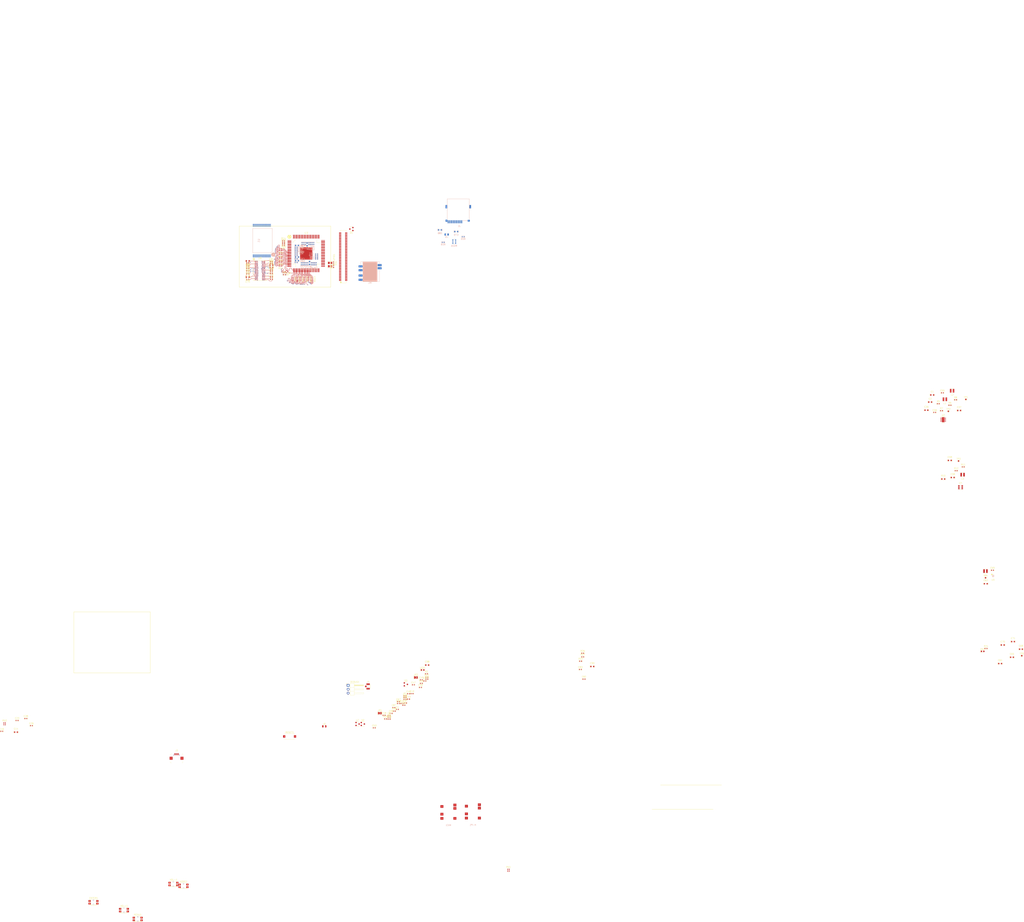
<source format=kicad_pcb>
(kicad_pcb (version 20171130) (host pcbnew 5.0.1+dfsg1-3~bpo9+1)
  (layers (0 F.Cu signal) (1 L1.Cu power) (2 L2.Cu signal hide) (3 L3.Cu power) (4 L4.Cu power) (31 B.Cu signal) (34 B.Paste user) (35 F.Paste user) (36 B.SilkS user hide) (37 F.SilkS user hide) (38 B.Mask user hide) (39 F.Mask user hide) (44 Edge.Cuts user))
  (net 0 "")
  (net 1 +3V3)
  (net 2 GND)
  (net 3 "Net-(C4-Pad2)")
  (net 4 "Net-(C4-Pad1)")
  (net 5 "Net-(C6-Pad1)")
  (net 6 "Net-(C7-Pad1)")
  (net 7 "Net-(C8-Pad1)")
  (net 8 "Net-(C10-Pad1)")
  (net 9 "Net-(C18-Pad2)")
  (net 10 "Net-(C20-Pad1)")
  (net 11 "Net-(C21-Pad1)")
  (net 12 "Net-(C28-Pad2)")
  (net 13 "Net-(C31-Pad1)")
  (net 14 "Net-(C32-Pad1)")
  (net 15 "Net-(C34-Pad1)")
  (net 16 /LRADC)
  (net 17 "Net-(C40-Pad2)")
  (net 18 "Net-(C43-Pad1)")
  (net 19 /TPX1)
  (net 20 /TPY1)
  (net 21 /TPX2)
  (net 22 /TPY2)
  (net 23 /SVREF)
  (net 24 /CK)
  (net 25 /CK-N)
  (net 26 "Net-(C73-Pad2)")
  (net 27 "Net-(C82-Pad1)")
  (net 28 /RESET-N)
  (net 29 "Net-(C97-Pad2)")
  (net 30 "Net-(C98-Pad2)")
  (net 31 /UART1-RX)
  (net 32 /UART1-TX)
  (net 33 "Net-(ENTER1-Pad1)")
  (net 34 /PIN7)
  (net 35 /PIN6_PWM0)
  (net 36 /PIN9)
  (net 37 /PIN8)
  (net 38 /TWI2-SDA)
  (net 39 /PIN10_TWI1-SCK)
  (net 40 /TWI2-SCK)
  (net 41 /PIN11_TWI1-SDA)
  (net 42 /SPI2-CS0)
  (net 43 /SPI2-CLK)
  (net 44 /SPI2-MOSI)
  (net 45 /SPI2-MISO)
  (net 46 /PIN29)
  (net 47 /PIN30)
  (net 48 /PIN19_NRB1)
  (net 49 /PIN28)
  (net 50 /PIN31)
  (net 51 /PIN32)
  (net 52 /PIN33)
  (net 53 /PIN34)
  (net 54 /PIN35)
  (net 55 /PIN36)
  (net 56 /UDM0)
  (net 57 /UDM1)
  (net 58 /UDP0)
  (net 59 /UDP1)
  (net 60 /USB0-IDDET)
  (net 61 /USB0-VBUSDET)
  (net 62 /USB0-DRV)
  (net 63 /PIN15_NCE1)
  (net 64 /PIN37_LED1)
  (net 65 /PIN38_VGA-DIS)
  (net 66 /PIN39_USBH-EN)
  (net 67 /NMI-N)
  (net 68 /UBOOT)
  (net 69 /REST-N)
  (net 70 /LCD-D23)
  (net 71 /LCD-D22)
  (net 72 /LCD-D21)
  (net 73 /LCD-D20)
  (net 74 /LCD-D19)
  (net 75 /LCD-D18)
  (net 76 /LCD-D15)
  (net 77 /LCD-D14)
  (net 78 /LCD-D13)
  (net 79 /LCD-D12)
  (net 80 /LCD-D11)
  (net 81 /LCD-D10)
  (net 82 /LCD-D6)
  (net 83 /LCD-D7)
  (net 84 /LCD-D4)
  (net 85 /LCD-D5)
  (net 86 /LCD-D2)
  (net 87 /LCD-D3)
  (net 88 /LCD-HSYNC)
  (net 89 /LCD-VSYNC)
  (net 90 /LCD-CLK)
  (net 91 /LCD-DE)
  (net 92 /SDC0-DATA3)
  (net 93 /SDC0-SCK)
  (net 94 /PIN4_TWI0-SCK)
  (net 95 /PIN5_TWI0-SDA)
  (net 96 "Net-(H-P1-Pad1)")
  (net 97 "Net-(H-P1-Pad10)")
  (net 98 "Net-(H-P1-Pad11)")
  (net 99 "Net-(H-P1-Pad4)")
  (net 100 /SDC0-DATA2)
  (net 101 /SDC0-CMD)
  (net 102 /SDC0-DATA0)
  (net 103 /SDC0-DATA1)
  (net 104 /SD0CARD-DETECT)
  (net 105 "Net-(J1-Pad10)")
  (net 106 "Net-(J3-Pad4)")
  (net 107 "Net-(J3-Pad1)")
  (net 108 "Net-(J4-Pad1)")
  (net 109 "Net-(JP1-Pad2)")
  (net 110 /PIN16_NCE0)
  (net 111 "Net-(L1-Pad1)")
  (net 112 "Net-(L2-Pad1)")
  (net 113 "Net-(L3-Pad1)")
  (net 114 "Net-(L4-Pad1)")
  (net 115 "Net-(LED1-Pad2)")
  (net 116 "Net-(MENU1-Pad1)")
  (net 117 "Net-(MIC1-Pad11)")
  (net 118 "Net-(MIC1-Pad10)")
  (net 119 "Net-(MIC1-Pad3)")
  (net 120 "Net-(MIC1-Pad2)")
  (net 121 "Net-(ON1-Pad2)")
  (net 122 "Net-(R5-Pad2)")
  (net 123 "Net-(R6-Pad2)")
  (net 124 "Net-(R10-Pad2)")
  (net 125 "Net-(R11-Pad1)")
  (net 126 "Net-(R13-Pad2)")
  (net 127 "Net-(R18-Pad1)")
  (net 128 "Net-(R20-Pad1)")
  (net 129 "Net-(R22-Pad2)")
  (net 130 "Net-(RN1-Pad8)")
  (net 131 "Net-(RN1-Pad1)")
  (net 132 "Net-(RN2-Pad5)")
  (net 133 "Net-(RN2-Pad4)")
  (net 134 /PIN18_NRB0)
  (net 135 /19)
  (net 136 /21)
  (net 137 /20)
  (net 138 /22)
  (net 139 /D6)
  (net 140 /D4)
  (net 141 /D2)
  (net 142 /D0)
  (net 143 /24)
  (net 144 /26)
  (net 145 /25)
  (net 146 /27)
  (net 147 /D9)
  (net 148 /D11)
  (net 149 /D13)
  (net 150 /D15)
  (net 151 /DQS0-N)
  (net 152 /DQS0)
  (net 153 /DM1)
  (net 154 /DM0)
  (net 155 /32)
  (net 156 /29)
  (net 157 /31)
  (net 158 /28)
  (net 159 /33)
  (net 160 /36)
  (net 161 /34)
  (net 162 /37)
  (net 163 /DQS1-N)
  (net 164 /DQS1)
  (net 165 /D12)
  (net 166 /D8)
  (net 167 /38)
  (net 168 /40)
  (net 169 /39)
  (net 170 /41)
  (net 171 /D10)
  (net 172 /D14)
  (net 173 /D1)
  (net 174 /D3)
  (net 175 /D7)
  (net 176 /D5)
  (net 177 /46)
  (net 178 /44)
  (net 179 /45)
  (net 180 /42)
  (net 181 /47)
  (net 182 /49)
  (net 183 /48)
  (net 184 /50)
  (net 185 /A10)
  (net 186 /CKE)
  (net 187 /BA1)
  (net 188 /A12)
  (net 189 /51)
  (net 190 /54)
  (net 191 /52)
  (net 192 /55)
  (net 193 /A1)
  (net 194 /A4)
  (net 195 /A6)
  (net 196 /A8)
  (net 197 /CAS)
  (net 198 /RAS)
  (net 199 /A11)
  (net 200 /A14)
  (net 201 /59)
  (net 202 /57)
  (net 203 /58)
  (net 204 /56)
  (net 205 /A0)
  (net 206 /BA0)
  (net 207 /WE)
  (net 208 /BA2)
  (net 209 /64)
  (net 210 /61)
  (net 211 /63)
  (net 212 /60)
  (net 213 /65)
  (net 214 /67)
  (net 215 /66)
  (net 216 /68)
  (net 217 /A2)
  (net 218 /A3)
  (net 219 /A5)
  (net 220 /A13)
  (net 221 /DDR3-ODT)
  (net 222 /A7)
  (net 223 /A9)
  (net 224 /DDR3-RST)
  (net 225 /72)
  (net 226 /70)
  (net 227 /71)
  (net 228 /69)
  (net 229 "Net-(U1-Pad48)")
  (net 230 "Net-(U1-Pad1)")
  (net 231 "Net-(U1-Pad47)")
  (net 232 "Net-(U1-Pad2)")
  (net 233 "Net-(U1-Pad46)")
  (net 234 "Net-(U1-Pad3)")
  (net 235 "Net-(U1-Pad45)")
  (net 236 "Net-(U1-Pad4)")
  (net 237 /PIN27_NDQ7)
  (net 238 "Net-(U1-Pad5)")
  (net 239 /PIN26_NDQ6)
  (net 240 "Net-(U1-Pad6)")
  (net 241 /PIN25_NDQ5)
  (net 242 /PIN24_NDQ4)
  (net 243 /PIN17_NRE)
  (net 244 "Net-(U1-Pad40)")
  (net 245 "Net-(U1-Pad39)")
  (net 246 "Net-(U1-Pad10)")
  (net 247 "Net-(U1-Pad38)")
  (net 248 "Net-(U1-Pad11)")
  (net 249 "Net-(U1-Pad35)")
  (net 250 "Net-(U1-Pad14)")
  (net 251 "Net-(U1-Pad34)")
  (net 252 "Net-(U1-Pad15)")
  (net 253 "Net-(U1-Pad33)")
  (net 254 /PIN14_NCLE)
  (net 255 /PIN23_NDQ3)
  (net 256 /PIN13_NALE)
  (net 257 /PIN22_NDQ2)
  (net 258 /PIN12_NWE)
  (net 259 /PIN21_NDQ1)
  (net 260 /PIN20_NDQ0)
  (net 261 "Net-(U1-Pad20)")
  (net 262 "Net-(U1-Pad28)")
  (net 263 "Net-(U1-Pad21)")
  (net 264 "Net-(U1-Pad27)")
  (net 265 "Net-(U1-Pad22)")
  (net 266 "Net-(U1-Pad26)")
  (net 267 "Net-(U1-Pad23)")
  (net 268 "Net-(U1-Pad25)")
  (net 269 "Net-(U1-Pad24)")
  (net 270 "Net-(U2-Pad3)")
  (net 271 "Net-(U3-Pad99)")
  (net 272 /PIN28_NDQS)
  (net 273 "Net-(U6-PadJ1)")
  (net 274 "Net-(U6-PadL1)")
  (net 275 "Net-(U6-PadM7)")
  (net 276 "Net-(U6-PadJ9)")
  (net 277 "Net-(U6-PadL9)")
  (net 278 "Net-(D1-Pad2)")
  (net 279 "Net-(D1-Pad3)")
  (net 280 "Net-(C63-Pad2)")
  (net 281 "Net-(C72-Pad1)")
  (net 282 "Net-(C82-Pad2)")
  (net 283 "Net-(R16-Pad2)")
  (net 284 /+1.2V-CPU)
  (net 285 /+1.2V-INT)
  (net 286 /+1.5V)
  (net 287 /+3.0VA)
  (module "MyKiCadLib:AS4C256M16D3A-12BAN(96-FBGA)" (layer F.Cu) (at 573.278 -433.324)
    (fp_text reference U6 (at 0 -8.2) (layer F.SilkS) (effects (font (size 1.2 1.2))))
    (fp_text value "AS4C256M16D3A-12BAN(96-FBGA)")
    (pad A1 smd circle (at -3.2 -6) (size 0.5 0.5) (layers F.Cu F.Paste F.Mask) (net 281 "Net-(C72-Pad1)"))
    (pad B1 smd circle (at -3.2 -5.2) (size 0.5 0.5) (layers F.Cu F.Paste F.Mask) (net 2 GND))
    (pad C1 smd circle (at -3.2 -4.4) (size 0.5 0.5) (layers F.Cu F.Paste F.Mask) (net 281 "Net-(C72-Pad1)"))
    (pad D1 smd circle (at -3.2 -3.6) (size 0.5 0.5) (layers F.Cu F.Paste F.Mask) (net 2 GND))
    (pad E1 smd circle (at -3.2 -2.8) (size 0.5 0.5) (layers F.Cu F.Paste F.Mask) (net 2 GND))
    (pad F1 smd circle (at -3.2 -2) (size 0.5 0.5) (layers F.Cu F.Paste F.Mask) (net 281 "Net-(C72-Pad1)"))
    (pad G1 smd circle (at -3.2 -1.2) (size 0.5 0.5) (layers F.Cu F.Paste F.Mask) (net 2 GND))
    (pad H1 smd circle (at -3.2 -0.4) (size 0.5 0.5) (layers F.Cu F.Paste F.Mask) (net 27 "Net-(C82-Pad1)"))
    (pad J1 smd circle (at -3.2 0.4) (size 0.5 0.5) (layers F.Cu F.Paste F.Mask) (net 273 "Net-(U6-PadJ1)"))
    (pad K1 smd circle (at -3.2 1.2) (size 0.5 0.5) (layers F.Cu F.Paste F.Mask) (net 221 /DDR3-ODT))
    (pad L1 smd circle (at -3.2 2) (size 0.5 0.5) (layers F.Cu F.Paste F.Mask) (net 274 "Net-(U6-PadL1)"))
    (pad M1 smd circle (at -3.2 2.8) (size 0.5 0.5) (layers F.Cu F.Paste F.Mask) (net 2 GND))
    (pad N1 smd circle (at -3.2 3.6) (size 0.5 0.5) (layers F.Cu F.Paste F.Mask) (net 281 "Net-(C72-Pad1)"))
    (pad P1 smd circle (at -3.2 4.4) (size 0.5 0.5) (layers F.Cu F.Paste F.Mask) (net 2 GND))
    (pad R1 smd circle (at -3.2 5.2) (size 0.5 0.5) (layers F.Cu F.Paste F.Mask) (net 281 "Net-(C72-Pad1)"))
    (pad T1 smd circle (at -3.2 6) (size 0.5 0.5) (layers F.Cu F.Paste F.Mask) (net 2 GND))
    (pad A2 smd circle (at -2.4 -6) (size 0.5 0.5) (layers F.Cu F.Paste F.Mask) (net 149 /D13))
    (pad B2 smd circle (at -2.4 -5.2) (size 0.5 0.5) (layers F.Cu F.Paste F.Mask) (net 281 "Net-(C72-Pad1)"))
    (pad C2 smd circle (at -2.4 -4.4) (size 0.5 0.5) (layers F.Cu F.Paste F.Mask) (net 148 /D11))
    (pad D2 smd circle (at -2.4 -3.6) (size 0.5 0.5) (layers F.Cu F.Paste F.Mask) (net 281 "Net-(C72-Pad1)"))
    (pad E2 smd circle (at -2.4 -2.8) (size 0.5 0.5) (layers F.Cu F.Paste F.Mask) (net 2 GND))
    (pad F2 smd circle (at -2.4 -2) (size 0.5 0.5) (layers F.Cu F.Paste F.Mask) (net 141 /D2))
    (pad G2 smd circle (at -2.4 -1.2) (size 0.5 0.5) (layers F.Cu F.Paste F.Mask) (net 139 /D6))
    (pad H2 smd circle (at -2.4 -0.4) (size 0.5 0.5) (layers F.Cu F.Paste F.Mask) (net 281 "Net-(C72-Pad1)"))
    (pad J2 smd circle (at -2.4 0.4) (size 0.5 0.5) (layers F.Cu F.Paste F.Mask) (net 2 GND))
    (pad K2 smd circle (at -2.4 1.2) (size 0.5 0.5) (layers F.Cu F.Paste F.Mask) (net 281 "Net-(C72-Pad1)"))
    (pad L2 smd circle (at -2.4 2) (size 0.5 0.5) (layers F.Cu F.Paste F.Mask) (net 2 GND))
    (pad M2 smd circle (at -2.4 2.8) (size 0.5 0.5) (layers F.Cu F.Paste F.Mask) (net 206 /BA0))
    (pad N2 smd circle (at -2.4 3.6) (size 0.5 0.5) (layers F.Cu F.Paste F.Mask) (net 218 /A3))
    (pad P2 smd circle (at -2.4 4.4) (size 0.5 0.5) (layers F.Cu F.Paste F.Mask) (net 219 /A5))
    (pad R2 smd circle (at -2.4 5.2) (size 0.5 0.5) (layers F.Cu F.Paste F.Mask) (net 222 /A7))
    (pad T2 smd circle (at -2.4 6) (size 0.5 0.5) (layers F.Cu F.Paste F.Mask) (net 224 /DDR3-RST))
    (pad A3 smd circle (at -1.6 -6) (size 0.5 0.5) (layers F.Cu F.Paste F.Mask) (net 150 /D15))
    (pad B3 smd circle (at -1.6 -5.2) (size 0.5 0.5) (layers F.Cu F.Paste F.Mask) (net 2 GND))
    (pad C3 smd circle (at -1.6 -4.4) (size 0.5 0.5) (layers F.Cu F.Paste F.Mask) (net 147 /D9))
    (pad D3 smd circle (at -1.6 -3.6) (size 0.5 0.5) (layers F.Cu F.Paste F.Mask) (net 153 /DM1))
    (pad E3 smd circle (at -1.6 -2.8) (size 0.5 0.5) (layers F.Cu F.Paste F.Mask) (net 142 /D0))
    (pad F3 smd circle (at -1.6 -2) (size 0.5 0.5) (layers F.Cu F.Paste F.Mask) (net 152 /DQS0))
    (pad G3 smd circle (at -1.6 -1.2) (size 0.5 0.5) (layers F.Cu F.Paste F.Mask) (net 151 /DQS0-N))
    (pad H3 smd circle (at -1.6 -0.4) (size 0.5 0.5) (layers F.Cu F.Paste F.Mask) (net 140 /D4))
    (pad J3 smd circle (at -1.6 0.4) (size 0.5 0.5) (layers F.Cu F.Paste F.Mask) (net 198 /RAS))
    (pad K3 smd circle (at -1.6 1.2) (size 0.5 0.5) (layers F.Cu F.Paste F.Mask) (net 197 /CAS))
    (pad L3 smd circle (at -1.6 2) (size 0.5 0.5) (layers F.Cu F.Paste F.Mask) (net 207 /WE))
    (pad M3 smd circle (at -1.6 2.8) (size 0.5 0.5) (layers F.Cu F.Paste F.Mask) (net 208 /BA2))
    (pad N3 smd circle (at -1.6 3.6) (size 0.5 0.5) (layers F.Cu F.Paste F.Mask) (net 205 /A0))
    (pad P3 smd circle (at -1.6 4.4) (size 0.5 0.5) (layers F.Cu F.Paste F.Mask) (net 217 /A2))
    (pad R3 smd circle (at -1.6 5.2) (size 0.5 0.5) (layers F.Cu F.Paste F.Mask) (net 223 /A9))
    (pad T3 smd circle (at -1.6 6) (size 0.5 0.5) (layers F.Cu F.Paste F.Mask) (net 220 /A13))
    (pad A7 smd circle (at 1.6 -6) (size 0.5 0.5) (layers F.Cu F.Paste F.Mask) (net 165 /D12))
    (pad B7 smd circle (at 1.6 -5.2) (size 0.5 0.5) (layers F.Cu F.Paste F.Mask) (net 163 /DQS1-N))
    (pad C7 smd circle (at 1.6 -4.4) (size 0.5 0.5) (layers F.Cu F.Paste F.Mask) (net 164 /DQS1))
    (pad D7 smd circle (at 1.6 -3.6) (size 0.5 0.5) (layers F.Cu F.Paste F.Mask) (net 166 /D8))
    (pad E7 smd circle (at 1.6 -2.8) (size 0.5 0.5) (layers F.Cu F.Paste F.Mask) (net 154 /DM0))
    (pad F7 smd circle (at 1.6 -2) (size 0.5 0.5) (layers F.Cu F.Paste F.Mask) (net 173 /D1))
    (pad G7 smd circle (at 1.6 -1.2) (size 0.5 0.5) (layers F.Cu F.Paste F.Mask) (net 281 "Net-(C72-Pad1)"))
    (pad H7 smd circle (at 1.6 -0.4) (size 0.5 0.5) (layers F.Cu F.Paste F.Mask) (net 175 /D7))
    (pad J7 smd circle (at 1.6 0.4) (size 0.5 0.5) (layers F.Cu F.Paste F.Mask) (net 24 /CK))
    (pad K7 smd circle (at 1.6 1.2) (size 0.5 0.5) (layers F.Cu F.Paste F.Mask) (net 25 /CK-N))
    (pad L7 smd circle (at 1.6 2) (size 0.5 0.5) (layers F.Cu F.Paste F.Mask) (net 185 /A10))
    (pad M7 smd circle (at 1.6 2.8) (size 0.5 0.5) (layers F.Cu F.Paste F.Mask) (net 275 "Net-(U6-PadM7)"))
    (pad N7 smd circle (at 1.6 3.6) (size 0.5 0.5) (layers F.Cu F.Paste F.Mask) (net 188 /A12))
    (pad P7 smd circle (at 1.6 4.4) (size 0.5 0.5) (layers F.Cu F.Paste F.Mask) (net 193 /A1))
    (pad R7 smd circle (at 1.6 5.2) (size 0.5 0.5) (layers F.Cu F.Paste F.Mask) (net 199 /A11))
    (pad T7 smd circle (at 1.6 6) (size 0.5 0.5) (layers F.Cu F.Paste F.Mask) (net 200 /A14))
    (pad A8 smd circle (at 2.4 -6) (size 0.5 0.5) (layers F.Cu F.Paste F.Mask) (net 281 "Net-(C72-Pad1)"))
    (pad B8 smd circle (at 2.4 -5.2) (size 0.5 0.5) (layers F.Cu F.Paste F.Mask) (net 172 /D14))
    (pad C8 smd circle (at 2.4 -4.4) (size 0.5 0.5) (layers F.Cu F.Paste F.Mask) (net 171 /D10))
    (pad D8 smd circle (at 2.4 -3.6) (size 0.5 0.5) (layers F.Cu F.Paste F.Mask) (net 2 GND))
    (pad E8 smd circle (at 2.4 -2.8) (size 0.5 0.5) (layers F.Cu F.Paste F.Mask) (net 2 GND))
    (pad F8 smd circle (at 2.4 -2) (size 0.5 0.5) (layers F.Cu F.Paste F.Mask) (net 174 /D3))
    (pad G8 smd circle (at 2.4 -1.2) (size 0.5 0.5) (layers F.Cu F.Paste F.Mask) (net 2 GND))
    (pad H8 smd circle (at 2.4 -0.4) (size 0.5 0.5) (layers F.Cu F.Paste F.Mask) (net 176 /D5))
    (pad J8 smd circle (at 2.4 0.4) (size 0.5 0.5) (layers F.Cu F.Paste F.Mask) (net 2 GND))
    (pad K8 smd circle (at 2.4 1.2) (size 0.5 0.5) (layers F.Cu F.Paste F.Mask) (net 281 "Net-(C72-Pad1)"))
    (pad L8 smd circle (at 2.4 2) (size 0.5 0.5) (layers F.Cu F.Paste F.Mask) (net 129 "Net-(R22-Pad2)"))
    (pad M8 smd circle (at 2.4 2.8) (size 0.5 0.5) (layers F.Cu F.Paste F.Mask) (net 27 "Net-(C82-Pad1)"))
    (pad N8 smd circle (at 2.4 3.6) (size 0.5 0.5) (layers F.Cu F.Paste F.Mask) (net 187 /BA1))
    (pad P8 smd circle (at 2.4 4.4) (size 0.5 0.5) (layers F.Cu F.Paste F.Mask) (net 194 /A4))
    (pad R8 smd circle (at 2.4 5.2) (size 0.5 0.5) (layers F.Cu F.Paste F.Mask) (net 195 /A6))
    (pad T8 smd circle (at 2.4 6) (size 0.5 0.5) (layers F.Cu F.Paste F.Mask) (net 196 /A8))
    (pad A9 smd circle (at 3.2 -6) (size 0.5 0.5) (layers F.Cu F.Paste F.Mask) (net 2 GND))
    (pad B9 smd circle (at 3.2 -5.2) (size 0.5 0.5) (layers F.Cu F.Paste F.Mask) (net 2 GND))
    (pad C9 smd circle (at 3.2 -4.4) (size 0.5 0.5) (layers F.Cu F.Paste F.Mask) (net 281 "Net-(C72-Pad1)"))
    (pad D9 smd circle (at 3.2 -3.6) (size 0.5 0.5) (layers F.Cu F.Paste F.Mask) (net 281 "Net-(C72-Pad1)"))
    (pad E9 smd circle (at 3.2 -2.8) (size 0.5 0.5) (layers F.Cu F.Paste F.Mask) (net 281 "Net-(C72-Pad1)"))
    (pad F9 smd circle (at 3.2 -2) (size 0.5 0.5) (layers F.Cu F.Paste F.Mask) (net 2 GND))
    (pad G9 smd circle (at 3.2 -1.2) (size 0.5 0.5) (layers F.Cu F.Paste F.Mask) (net 2 GND))
    (pad H9 smd circle (at 3.2 -0.4) (size 0.5 0.5) (layers F.Cu F.Paste F.Mask) (net 281 "Net-(C72-Pad1)"))
    (pad J9 smd circle (at 3.2 0.4) (size 0.5 0.5) (layers F.Cu F.Paste F.Mask) (net 276 "Net-(U6-PadJ9)"))
    (pad K9 smd circle (at 3.2 1.2) (size 0.5 0.5) (layers F.Cu F.Paste F.Mask) (net 186 /CKE))
    (pad L9 smd circle (at 3.2 2) (size 0.5 0.5) (layers F.Cu F.Paste F.Mask) (net 277 "Net-(U6-PadL9)"))
    (pad M9 smd circle (at 3.2 2.8) (size 0.5 0.5) (layers F.Cu F.Paste F.Mask) (net 2 GND))
    (pad N9 smd circle (at 3.2 3.6) (size 0.5 0.5) (layers F.Cu F.Paste F.Mask) (net 281 "Net-(C72-Pad1)"))
    (pad P9 smd circle (at 3.2 4.4) (size 0.5 0.5) (layers F.Cu F.Paste F.Mask) (net 2 GND))
    (pad R9 smd circle (at 3.2 5.2) (size 0.5 0.5) (layers F.Cu F.Paste F.Mask) (net 281 "Net-(C72-Pad1)"))
    (pad T9 smd circle (at 3.2 6) (size 0.5 0.5) (layers F.Cu F.Paste F.Mask) (net 2 GND))
  )
  (module MyKiCadLib:C0603_HandSoldering (layer F.Cu) (at 1013.4744 -351.8408)
    (fp_text reference C1 (at -0.01 -2.17) (layer F.SilkS))
    (fp_text value C0603/10u)
    (pad 2 smd rect (at 0.9 0) (size 0.9 0.8) (layers F.Cu F.Paste F.Mask) (net 1 +3V3))
    (pad 1 smd rect (at -0.9 0) (size 0.9 0.8) (layers F.Cu F.Paste F.Mask) (net 2 GND))
  )
  (module MyKiCadLib:C0603_HandSoldering (layer F.Cu) (at 1012.1138 -347.1926)
    (fp_text reference C2 (at -0.01 -2.17) (layer F.SilkS))
    (fp_text value C0603/10u)
    (pad 2 smd rect (at 0.9 0) (size 0.9 0.8) (layers F.Cu F.Paste F.Mask) (net 1 +3V3))
    (pad 1 smd rect (at -0.9 0) (size 0.9 0.8) (layers F.Cu F.Paste F.Mask) (net 2 GND))
  )
  (module MyKiCadLib:C0402_HandSoldering (layer B.Cu) (at 600.8624 -451.039767 270)
    (fp_text reference C3 (at 2.1844 -0.0508 270) (layer B.SilkS) (effects (justify mirror)))
    (fp_text value C0402/100n/6.3V)
    (pad 1 smd rect (at -0.6 0 270) (size 0.6 0.6) (layers B.Cu B.Paste B.Mask) (net 284 /+1.2V-CPU))
    (pad 2 smd rect (at 0.6 0 270) (size 0.6 0.6) (layers B.Cu B.Paste B.Mask) (net 2 GND))
  )
  (module MyKiCadLib:C0402_HandSoldering (layer F.Cu) (at 663.251334 -145.857399)
    (fp_text reference C4 (at 0 -1.53) (layer F.SilkS))
    (fp_text value C0402/100n/6.3V)
    (pad 2 smd rect (at 0.6 0) (size 0.6 0.6) (layers F.Cu F.Paste F.Mask) (net 3 "Net-(C4-Pad2)"))
    (pad 1 smd rect (at -0.6 0) (size 0.6 0.6) (layers F.Cu F.Paste F.Mask) (net 4 "Net-(C4-Pad1)"))
  )
  (module MyKiCadLib:C0402_HandSoldering (layer B.Cu) (at 601.9038 -451.039767 270)
    (fp_text reference C5 (at 2.413 0.508 270) (layer B.SilkS) (effects (justify mirror)))
    (fp_text value C0402/10u/6.3V)
    (pad 1 smd rect (at -0.6 0 270) (size 0.6 0.6) (layers B.Cu B.Paste B.Mask) (net 284 /+1.2V-CPU))
    (pad 2 smd rect (at 0.6 0 270) (size 0.6 0.6) (layers B.Cu B.Paste B.Mask) (net 2 GND))
  )
  (module MyKiCadLib:C0402_HandSoldering (layer F.Cu) (at 657.851334 -140.667399)
    (fp_text reference C6 (at 0 -1.53) (layer F.SilkS))
    (fp_text value C0402/3.3n/6.3V)
    (pad 1 smd rect (at -0.6 0) (size 0.6 0.6) (layers F.Cu F.Paste F.Mask) (net 5 "Net-(C6-Pad1)"))
    (pad 2 smd rect (at 0.6 0) (size 0.6 0.6) (layers F.Cu F.Paste F.Mask) (net 4 "Net-(C4-Pad1)"))
  )
  (module MyKiCadLib:C0402_HandSoldering (layer F.Cu) (at 681.241334 -164.487399)
    (fp_text reference C7 (at 0 -1.53) (layer F.SilkS))
    (fp_text value C0402/100n/6.3V)
    (pad 2 smd rect (at 0.6 0) (size 0.6 0.6) (layers F.Cu F.Paste F.Mask) (net 2 GND))
    (pad 1 smd rect (at -0.6 0) (size 0.6 0.6) (layers F.Cu F.Paste F.Mask) (net 6 "Net-(C7-Pad1)"))
  )
  (module MyKiCadLib:C0402_HandSoldering (layer F.Cu) (at 657.851334 -141.827399)
    (fp_text reference C8 (at 0 -1.53) (layer F.SilkS))
    (fp_text value C0402/100n/6.3V)
    (pad 1 smd rect (at -0.6 0) (size 0.6 0.6) (layers F.Cu F.Paste F.Mask) (net 7 "Net-(C8-Pad1)"))
    (pad 2 smd rect (at 0.6 0) (size 0.6 0.6) (layers F.Cu F.Paste F.Mask) (net 2 GND))
  )
  (module MyKiCadLib:C0603_HandSoldering (layer B.Cu) (at 604.139 -450.5198 270)
    (fp_text reference C9 (at 2.4638 -0.2032 270) (layer B.SilkS) (effects (justify mirror)))
    (fp_text value C0603/22u/6.3V)
    (pad 2 smd rect (at 0.9 0 270) (size 0.9 0.8) (layers B.Cu B.Paste B.Mask) (net 2 GND))
    (pad 1 smd rect (at -0.9 0 270) (size 0.9 0.8) (layers B.Cu B.Paste B.Mask) (net 1 +3V3))
  )
  (module MyKiCadLib:C0402_HandSoldering (layer F.Cu) (at 672.841334 -156.137399)
    (fp_text reference C10 (at 0 -1.53) (layer F.SilkS))
    (fp_text value C0402/100n/6.3V)
    (pad 2 smd rect (at 0.6 0) (size 0.6 0.6) (layers F.Cu F.Paste F.Mask) (net 2 GND))
    (pad 1 smd rect (at -0.6 0) (size 0.6 0.6) (layers F.Cu F.Paste F.Mask) (net 8 "Net-(C10-Pad1)"))
  )
  (module MyKiCadLib:C0402_HandSoldering (layer B.Cu) (at 602.9452 -451.039767 270)
    (fp_text reference C11 (at 2.413 0.1524 270) (layer B.SilkS) (effects (justify mirror)))
    (fp_text value C0402/100n/6.3V)
    (pad 2 smd rect (at 0.6 0 270) (size 0.6 0.6) (layers B.Cu B.Paste B.Mask) (net 2 GND))
    (pad 1 smd rect (at -0.6 0 270) (size 0.6 0.6) (layers B.Cu B.Paste B.Mask) (net 284 /+1.2V-CPU))
  )
  (module MyKiCadLib:C0402_HandSoldering (layer B.Cu) (at 608.457 -451.039767 270)
    (fp_text reference C12 (at 3.048 -0.0508 270) (layer B.SilkS) (effects (justify mirror)))
    (fp_text value C0402/100n/6.3V)
    (pad 1 smd rect (at -0.6 0 270) (size 0.6 0.6) (layers B.Cu B.Paste B.Mask) (net 1 +3V3))
    (pad 2 smd rect (at 0.6 0 270) (size 0.6 0.6) (layers B.Cu B.Paste B.Mask) (net 2 GND))
  )
  (module MyKiCadLib:C0402_HandSoldering (layer B.Cu) (at 606.3742 -451.039767 270)
    (fp_text reference C13 (at 2.8448 -0.1016 270) (layer B.SilkS) (effects (justify mirror)))
    (fp_text value C0402/10u/6.3V)
    (pad 1 smd rect (at -0.6 0 270) (size 0.6 0.6) (layers B.Cu B.Paste B.Mask) (net 284 /+1.2V-CPU))
    (pad 2 smd rect (at 0.6 0 270) (size 0.6 0.6) (layers B.Cu B.Paste B.Mask) (net 2 GND))
  )
  (module MyKiCadLib:C0603_HandSoldering (layer F.Cu) (at 413.512 -130.937)
    (fp_text reference C14 (at -0.01 -2.17) (layer F.SilkS))
    (fp_text value C0603/22u/6.3V)
    (pad 1 smd rect (at -0.9 0) (size 0.9 0.8) (layers F.Cu F.Paste F.Mask) (net 2 GND))
    (pad 2 smd rect (at 0.9 0) (size 0.9 0.8) (layers F.Cu F.Paste F.Mask) (net 1 +3V3))
  )
  (module MyKiCadLib:C0402_HandSoldering (layer B.Cu) (at 610.3366 -443.0776 180)
    (fp_text reference C15 (at 3.6068 0.3556 180) (layer B.SilkS) (effects (justify mirror)))
    (fp_text value C0402/100n/6.3V)
    (pad 1 smd rect (at -0.6 0 180) (size 0.6 0.6) (layers B.Cu B.Paste B.Mask) (net 1 +3V3))
    (pad 2 smd rect (at 0.6 0 180) (size 0.6 0.6) (layers B.Cu B.Paste B.Mask) (net 2 GND))
  )
  (module MyKiCadLib:C0402_HandSoldering (layer F.Cu) (at 404.1902 -131.4704)
    (fp_text reference C16 (at 0 -1.53) (layer F.SilkS))
    (fp_text value C0402/100n/6.3V)
    (pad 2 smd rect (at 0.6 0) (size 0.6 0.6) (layers F.Cu F.Paste F.Mask) (net 1 +3V3))
    (pad 1 smd rect (at -0.6 0) (size 0.6 0.6) (layers F.Cu F.Paste F.Mask) (net 2 GND))
  )
  (module MyKiCadLib:C0402_HandSoldering (layer B.Cu) (at 596.989633 -445.4906)
    (fp_text reference C17 (at 3.491767 0.0508) (layer B.SilkS) (effects (justify mirror)))
    (fp_text value C0402/100n/6.3V)
    (pad 2 smd rect (at 0.6 0) (size 0.6 0.6) (layers B.Cu B.Paste B.Mask) (net 2 GND))
    (pad 1 smd rect (at -0.6 0) (size 0.6 0.6) (layers B.Cu B.Paste B.Mask) (net 284 /+1.2V-CPU))
  )
  (module MyKiCadLib:C0402_HandSoldering (layer F.Cu) (at 654.551334 -141.927399)
    (fp_text reference C18 (at 0 -1.53) (layer F.SilkS))
    (fp_text value C0402/10u/6.3V)
    (pad 2 smd rect (at 0.6 0) (size 0.6 0.6) (layers F.Cu F.Paste F.Mask) (net 9 "Net-(C18-Pad2)"))
    (pad 1 smd rect (at -0.6 0) (size 0.6 0.6) (layers F.Cu F.Paste F.Mask) (net 2 GND))
  )
  (module MyKiCadLib:C0402_HandSoldering (layer B.Cu) (at 607.4156 -451.039767 270)
    (fp_text reference C19 (at 2.8956 -0.1524 270) (layer B.SilkS) (effects (justify mirror)))
    (fp_text value C0402/10u/6.3V)
    (pad 2 smd rect (at 0.6 0 270) (size 0.6 0.6) (layers B.Cu B.Paste B.Mask) (net 2 GND))
    (pad 1 smd rect (at -0.6 0 270) (size 0.6 0.6) (layers B.Cu B.Paste B.Mask) (net 285 /+1.2V-INT))
  )
  (module MyKiCadLib:C0402_HandSoldering (layer B.Cu) (at 603.504 -437.782433 90)
    (fp_text reference C20 (at -2.667 0.9398 90) (layer B.SilkS) (effects (justify mirror)))
    (fp_text value C0402/100n/6.3V)
    (pad 2 smd rect (at 0.6 0 90) (size 0.6 0.6) (layers B.Cu B.Paste B.Mask) (net 2 GND))
    (pad 1 smd rect (at -0.6 0 90) (size 0.6 0.6) (layers B.Cu B.Paste B.Mask) (net 10 "Net-(C20-Pad1)"))
  )
  (module MyKiCadLib:C0402_HandSoldering (layer B.Cu) (at 607.9744 -437.782433 90)
    (fp_text reference C21 (at -3.9878 -0.1016 90) (layer B.SilkS) (effects (justify mirror)))
    (fp_text value C0402/10u/6.3V)
    (pad 1 smd rect (at -0.6 0 90) (size 0.6 0.6) (layers B.Cu B.Paste B.Mask) (net 11 "Net-(C21-Pad1)"))
    (pad 2 smd rect (at 0.6 0 90) (size 0.6 0.6) (layers B.Cu B.Paste B.Mask) (net 2 GND))
  )
  (module MyKiCadLib:C0402_HandSoldering (layer B.Cu) (at 610.3366 -440.9948 180)
    (fp_text reference C22 (at 3.0226 0.1778 180) (layer B.SilkS) (effects (justify mirror)))
    (fp_text value C0402/100n/6.3V)
    (pad 2 smd rect (at 0.6 0 180) (size 0.6 0.6) (layers B.Cu B.Paste B.Mask) (net 2 GND))
    (pad 1 smd rect (at -0.6 0 180) (size 0.6 0.6) (layers B.Cu B.Paste B.Mask) (net 1 +3V3))
  )
  (module MyKiCadLib:C0402_HandSoldering (layer F.Cu) (at 414.2232 -138.5824)
    (fp_text reference C23 (at 0 -1.53) (layer F.SilkS))
    (fp_text value C0402/100n/6.3V)
    (pad 1 smd rect (at -0.6 0) (size 0.6 0.6) (layers F.Cu F.Paste F.Mask) (net 2 GND))
    (pad 2 smd rect (at 0.6 0) (size 0.6 0.6) (layers F.Cu F.Paste F.Mask) (net 1 +3V3))
  )
  (module MyKiCadLib:C0402_HandSoldering (layer B.Cu) (at 596.989633 -448.6148)
    (fp_text reference C24 (at 2.7686 0.0762) (layer B.SilkS) (effects (justify mirror)))
    (fp_text value C0402/100n/6.3V)
    (pad 2 smd rect (at 0.6 0) (size 0.6 0.6) (layers B.Cu B.Paste B.Mask) (net 2 GND))
    (pad 1 smd rect (at -0.6 0) (size 0.6 0.6) (layers B.Cu B.Paste B.Mask) (net 1 +3V3))
  )
  (module MyKiCadLib:C0402_HandSoldering (layer B.Cu) (at 596.989633 -446.532)
    (fp_text reference C25 (at 2.602767 0.508) (layer B.SilkS) (effects (justify mirror)))
    (fp_text value C0402/10u/6.3V)
    (pad 1 smd rect (at -0.6 0) (size 0.6 0.6) (layers B.Cu B.Paste B.Mask) (net 284 /+1.2V-CPU))
    (pad 2 smd rect (at 0.6 0) (size 0.6 0.6) (layers B.Cu B.Paste B.Mask) (net 2 GND))
  )
  (module MyKiCadLib:C0402_HandSoldering (layer F.Cu) (at 423.5958 -135.1534)
    (fp_text reference C26 (at 0 -1.53) (layer F.SilkS))
    (fp_text value C0402/100n/6.3V)
    (pad 2 smd rect (at 0.6 0) (size 0.6 0.6) (layers F.Cu F.Paste F.Mask) (net 1 +3V3))
    (pad 1 smd rect (at -0.6 0) (size 0.6 0.6) (layers F.Cu F.Paste F.Mask) (net 2 GND))
  )
  (module MyKiCadLib:C0402_HandSoldering (layer B.Cu) (at 610.3366 -444.119 180)
    (fp_text reference C27 (at 3.3528 0.3302 180) (layer B.SilkS) (effects (justify mirror)))
    (fp_text value C0402/100n/6.3V)
    (pad 2 smd rect (at 0.6 0 180) (size 0.6 0.6) (layers B.Cu B.Paste B.Mask) (net 2 GND))
    (pad 1 smd rect (at -0.6 0 180) (size 0.6 0.6) (layers B.Cu B.Paste B.Mask) (net 285 /+1.2V-INT))
  )
  (module MyKiCadLib:C0402_HandSoldering (layer F.Cu) (at 419.9636 -139.8524)
    (fp_text reference C28 (at 0 -1.53) (layer F.SilkS))
    (fp_text value C0402/100n/6.3V)
    (pad 1 smd rect (at -0.6 0) (size 0.6 0.6) (layers F.Cu F.Paste F.Mask) (net 2 GND))
    (pad 2 smd rect (at 0.6 0) (size 0.6 0.6) (layers F.Cu F.Paste F.Mask) (net 12 "Net-(C28-Pad2)"))
  )
  (module MyKiCadLib:C0402_HandSoldering (layer B.Cu) (at 596.989633 -447.5734)
    (fp_text reference C29 (at 2.9718 0.1778) (layer B.SilkS) (effects (justify mirror)))
    (fp_text value C0402/100n/6.3V)
    (pad 2 smd rect (at 0.6 0) (size 0.6 0.6) (layers B.Cu B.Paste B.Mask) (net 2 GND))
    (pad 1 smd rect (at -0.6 0) (size 0.6 0.6) (layers B.Cu B.Paste B.Mask) (net 284 /+1.2V-CPU))
  )
  (module MyKiCadLib:C0402_HandSoldering (layer B.Cu) (at 610.3366 -442.0362 180)
    (fp_text reference C30 (at 3.0988 0.254 180) (layer B.SilkS) (effects (justify mirror)))
    (fp_text value C0402/10u/6.3V)
    (pad 1 smd rect (at -0.6 0 180) (size 0.6 0.6) (layers B.Cu B.Paste B.Mask) (net 285 /+1.2V-INT))
    (pad 2 smd rect (at 0.6 0 180) (size 0.6 0.6) (layers B.Cu B.Paste B.Mask) (net 2 GND))
  )
  (module MyKiCadLib:C0402_HandSoldering (layer F.Cu) (at 621.4872 -438.3024 270)
    (fp_text reference C31 (at 0 -1.53 270) (layer F.SilkS))
    (fp_text value C0402/33p)
    (pad 2 smd rect (at 0.6 0 270) (size 0.6 0.6) (layers F.Cu F.Paste F.Mask) (net 2 GND))
    (pad 1 smd rect (at -0.6 0 270) (size 0.6 0.6) (layers F.Cu F.Paste F.Mask) (net 13 "Net-(C31-Pad1)"))
  )
  (module MyKiCadLib:C0402_HandSoldering (layer F.Cu) (at 621.4872 -435.991 90)
    (fp_text reference C32 (at 0 -1.53 90) (layer F.SilkS))
    (fp_text value C0402/33p)
    (pad 2 smd rect (at 0.6 0 90) (size 0.6 0.6) (layers F.Cu F.Paste F.Mask) (net 2 GND))
    (pad 1 smd rect (at -0.6 0 90) (size 0.6 0.6) (layers F.Cu F.Paste F.Mask) (net 14 "Net-(C32-Pad1)"))
  )
  (module MyKiCadLib:C0402_HandSoldering (layer B.Cu) (at 604.5454 -437.782433 90)
    (fp_text reference C33 (at -2.8956 1.6256 90) (layer B.SilkS) (effects (justify mirror)))
    (fp_text value C0402/10u/6.3V)
    (pad 1 smd rect (at -0.6 0 90) (size 0.6 0.6) (layers B.Cu B.Paste B.Mask) (net 10 "Net-(C20-Pad1)"))
    (pad 2 smd rect (at 0.6 0 90) (size 0.6 0.6) (layers B.Cu B.Paste B.Mask) (net 2 GND))
  )
  (module MyKiCadLib:C0402_HandSoldering (layer B.Cu) (at 610.0572 -437.782433 90)
    (fp_text reference C34 (at -3.2766 0.2032 90) (layer B.SilkS) (effects (justify mirror)))
    (fp_text value C0402/1u/6.3V)
    (pad 1 smd rect (at -0.6 0 90) (size 0.6 0.6) (layers B.Cu B.Paste B.Mask) (net 15 "Net-(C34-Pad1)"))
    (pad 2 smd rect (at 0.6 0 90) (size 0.6 0.6) (layers B.Cu B.Paste B.Mask) (net 2 GND))
  )
  (module MyKiCadLib:C0402_HandSoldering (layer B.Cu) (at 606.933 -437.782433 90)
    (fp_text reference C35 (at -3.3528 0.4572 90) (layer B.SilkS) (effects (justify mirror)))
    (fp_text value C0402/100n/6.3V)
    (pad 2 smd rect (at 0.6 0 90) (size 0.6 0.6) (layers B.Cu B.Paste B.Mask) (net 2 GND))
    (pad 1 smd rect (at -0.6 0 90) (size 0.6 0.6) (layers B.Cu B.Paste B.Mask) (net 11 "Net-(C21-Pad1)"))
  )
  (module MyKiCadLib:C0603_HandSoldering (layer F.Cu) (at 1009.6754 -341.884)
    (fp_text reference C36 (at -0.01 -2.17) (layer F.SilkS))
    (fp_text value C0603/22u/6.3V)
    (pad 1 smd rect (at -0.9 0) (size 0.9 0.8) (layers F.Cu F.Paste F.Mask) (net 2 GND))
    (pad 2 smd rect (at 0.9 0) (size 0.9 0.8) (layers F.Cu F.Paste F.Mask) (net 284 /+1.2V-CPU))
  )
  (module MyKiCadLib:C0603_HandSoldering (layer F.Cu) (at 1031.0876 -341.6808)
    (fp_text reference C37 (at -0.01 -2.17) (layer F.SilkS))
    (fp_text value C0603/22u/6.3V)
    (pad 1 smd rect (at -0.9 0) (size 0.9 0.8) (layers F.Cu F.Paste F.Mask) (net 2 GND))
    (pad 2 smd rect (at 0.9 0) (size 0.9 0.8) (layers F.Cu F.Paste F.Mask) (net 285 /+1.2V-INT))
  )
  (module MyKiCadLib:C0402_HandSoldering (layer F.Cu) (at 657.851334 -139.507399)
    (fp_text reference C38 (at 0 -1.53) (layer F.SilkS))
    (fp_text value C0402/1n/6.3V)
    (pad 2 smd rect (at 0.6 0) (size 0.6 0.6) (layers F.Cu F.Paste F.Mask) (net 2 GND))
    (pad 1 smd rect (at -0.6 0) (size 0.6 0.6) (layers F.Cu F.Paste F.Mask) (net 16 /LRADC))
  )
  (module MyKiCadLib:C0603_HandSoldering (layer B.Cu) (at 597.5096 -449.8086)
    (fp_text reference C39 (at 3.7846 0.0508) (layer B.SilkS) (effects (justify mirror)))
    (fp_text value C0603/22u/6.3V)
    (pad 2 smd rect (at 0.9 0) (size 0.9 0.8) (layers B.Cu B.Paste B.Mask) (net 2 GND))
    (pad 1 smd rect (at -0.9 0) (size 0.9 0.8) (layers B.Cu B.Paste B.Mask) (net 284 /+1.2V-CPU))
  )
  (module MyKiCadLib:C0402_HandSoldering (layer F.Cu) (at 667.501334 -148.577399)
    (fp_text reference C40 (at 0 -1.53) (layer F.SilkS))
    (fp_text value C0402/10u/6.3V)
    (pad 1 smd rect (at -0.6 0) (size 0.6 0.6) (layers F.Cu F.Paste F.Mask) (net 2 GND))
    (pad 2 smd rect (at 0.6 0) (size 0.6 0.6) (layers F.Cu F.Paste F.Mask) (net 17 "Net-(C40-Pad2)"))
  )
  (module MyKiCadLib:C0402_HandSoldering (layer B.Cu) (at 602.4626 -437.782433 90)
    (fp_text reference C41 (at -2.667 0.5588 90) (layer B.SilkS) (effects (justify mirror)))
    (fp_text value C0402/100n/6.3V)
    (pad 2 smd rect (at 0.6 0 90) (size 0.6 0.6) (layers B.Cu B.Paste B.Mask) (net 2 GND))
    (pad 1 smd rect (at -0.6 0 90) (size 0.6 0.6) (layers B.Cu B.Paste B.Mask) (net 285 /+1.2V-INT))
  )
  (module MyKiCadLib:C0402_HandSoldering (layer B.Cu) (at 601.4212 -437.782433 90)
    (fp_text reference C42 (at -2.4892 0.1524 90) (layer B.SilkS) (effects (justify mirror)))
    (fp_text value C0402/10u/6.3V)
    (pad 1 smd rect (at -0.6 0 90) (size 0.6 0.6) (layers B.Cu B.Paste B.Mask) (net 286 /+1.5V))
    (pad 2 smd rect (at 0.6 0 90) (size 0.6 0.6) (layers B.Cu B.Paste B.Mask) (net 2 GND))
  )
  (module MyKiCadLib:C0402_HandSoldering (layer F.Cu) (at 670.541334 -152.587399)
    (fp_text reference C43 (at 0 -1.53) (layer F.SilkS))
    (fp_text value C0402/100n/6.3V)
    (pad 1 smd rect (at -0.6 0) (size 0.6 0.6) (layers F.Cu F.Paste F.Mask) (net 18 "Net-(C43-Pad1)"))
    (pad 2 smd rect (at 0.6 0) (size 0.6 0.6) (layers F.Cu F.Paste F.Mask) (net 2 GND))
  )
  (module MyKiCadLib:C0603_HandSoldering (layer B.Cu) (at 597.5096 -439.8264)
    (fp_text reference C44 (at 3.5814 0.1778) (layer B.SilkS) (effects (justify mirror)))
    (fp_text value C0603/22u/6.3V)
    (pad 1 smd rect (at -0.9 0) (size 0.9 0.8) (layers B.Cu B.Paste B.Mask) (net 285 /+1.2V-INT))
    (pad 2 smd rect (at 0.9 0) (size 0.9 0.8) (layers B.Cu B.Paste B.Mask) (net 2 GND))
  )
  (module MyKiCadLib:C0402_HandSoldering (layer B.Cu) (at 600.3798 -437.782433 90)
    (fp_text reference C45 (at -2.54 -0.0254 90) (layer B.SilkS) (effects (justify mirror)))
    (fp_text value C0402/100n/6.3V)
    (pad 2 smd rect (at 0.6 0 90) (size 0.6 0.6) (layers B.Cu B.Paste B.Mask) (net 2 GND))
    (pad 1 smd rect (at -0.6 0 90) (size 0.6 0.6) (layers B.Cu B.Paste B.Mask) (net 286 /+1.5V))
  )
  (module MyKiCadLib:C0402_HandSoldering (layer F.Cu) (at 678.341334 -160.247399)
    (fp_text reference C46 (at 0 -1.53) (layer F.SilkS))
    (fp_text value C0402/10u/6.3V)
    (pad 2 smd rect (at 0.6 0) (size 0.6 0.6) (layers F.Cu F.Paste F.Mask) (net 2 GND))
    (pad 1 smd rect (at -0.6 0) (size 0.6 0.6) (layers F.Cu F.Paste F.Mask) (net 18 "Net-(C43-Pad1)"))
  )
  (module MyKiCadLib:C0402_HandSoldering (layer F.Cu) (at 673.741334 -161.937399)
    (fp_text reference C47 (at 0 -1.53) (layer F.SilkS))
    (fp_text value C0402/1n/6.3V)
    (pad 1 smd rect (at -0.6 0) (size 0.6 0.6) (layers F.Cu F.Paste F.Mask) (net 19 /TPX1))
    (pad 2 smd rect (at 0.6 0) (size 0.6 0.6) (layers F.Cu F.Paste F.Mask) (net 2 GND))
  )
  (module MyKiCadLib:C0402_HandSoldering (layer F.Cu) (at 670.541334 -156.067399)
    (fp_text reference C48 (at 0 -1.53) (layer F.SilkS))
    (fp_text value C0402/1n/6.3V)
    (pad 2 smd rect (at 0.6 0) (size 0.6 0.6) (layers F.Cu F.Paste F.Mask) (net 2 GND))
    (pad 1 smd rect (at -0.6 0) (size 0.6 0.6) (layers F.Cu F.Paste F.Mask) (net 20 /TPY1))
  )
  (module MyKiCadLib:C0402_HandSoldering (layer F.Cu) (at 678.941334 -165.187399)
    (fp_text reference C49 (at 0 -1.53) (layer F.SilkS))
    (fp_text value C0402/1n/6.3V)
    (pad 1 smd rect (at -0.6 0) (size 0.6 0.6) (layers F.Cu F.Paste F.Mask) (net 21 /TPX2))
    (pad 2 smd rect (at 0.6 0) (size 0.6 0.6) (layers F.Cu F.Paste F.Mask) (net 2 GND))
  )
  (module MyKiCadLib:C0402_HandSoldering (layer F.Cu) (at 663.951334 -149.737399)
    (fp_text reference C50 (at 0 -1.53) (layer F.SilkS))
    (fp_text value C0402/1n/6.3V)
    (pad 2 smd rect (at 0.6 0) (size 0.6 0.6) (layers F.Cu F.Paste F.Mask) (net 2 GND))
    (pad 1 smd rect (at -0.6 0) (size 0.6 0.6) (layers F.Cu F.Paste F.Mask) (net 22 /TPY2))
  )
  (module MyKiCadLib:C0402_HandSoldering (layer B.Cu) (at 596.989633 -438.6326)
    (fp_text reference C51 (at -4.839433 0.1778) (layer B.SilkS) (effects (justify mirror)))
    (fp_text value C0402/10u/6.3V)
    (pad 1 smd rect (at -0.6 0) (size 0.6 0.6) (layers B.Cu B.Paste B.Mask) (net 286 /+1.5V))
    (pad 2 smd rect (at 0.6 0) (size 0.6 0.6) (layers B.Cu B.Paste B.Mask) (net 2 GND))
  )
  (module MyKiCadLib:C0402_HandSoldering (layer B.Cu) (at 596.989633 -441.0202)
    (fp_text reference C52 (at 4.025167 0.0762) (layer B.SilkS) (effects (justify mirror)))
    (fp_text value C0402/100n/6.3V)
    (pad 2 smd rect (at 0.6 0) (size 0.6 0.6) (layers B.Cu B.Paste B.Mask) (net 2 GND))
    (pad 1 smd rect (at -0.6 0) (size 0.6 0.6) (layers B.Cu B.Paste B.Mask) (net 286 /+1.5V))
  )
  (module MyKiCadLib:C0402_HandSoldering (layer F.Cu) (at 648.111334 -133.757399)
    (fp_text reference C53 (at 0 -1.53) (layer F.SilkS))
    (fp_text value C0402/100n/6.3V)
    (pad 2 smd rect (at 0.6 0) (size 0.6 0.6) (layers F.Cu F.Paste F.Mask) (net 2 GND))
    (pad 1 smd rect (at -0.6 0) (size 0.6 0.6) (layers F.Cu F.Paste F.Mask) (net 1 +3V3))
  )
  (module MyKiCadLib:C0603_HandSoldering (layer B.Cu) (at 597.5096 -442.214)
    (fp_text reference C54 (at 3.6068 2.413) (layer B.SilkS) (effects (justify mirror)))
    (fp_text value C0603/22u/6.3V)
    (pad 2 smd rect (at 0.9 0) (size 0.9 0.8) (layers B.Cu B.Paste B.Mask) (net 2 GND))
    (pad 1 smd rect (at -0.9 0) (size 0.9 0.8) (layers B.Cu B.Paste B.Mask) (net 286 /+1.5V))
  )
  (module MyKiCadLib:C0402_HandSoldering (layer F.Cu) (at 1020.1402 -353.2124)
    (fp_text reference C55 (at 0 -1.53) (layer F.SilkS))
    (fp_text value C0402/10p)
    (pad 1 smd rect (at -0.6 0) (size 0.6 0.6) (layers F.Cu F.Paste F.Mask) (net 284 /+1.2V-CPU))
    (pad 2 smd rect (at 0.6 0) (size 0.6 0.6) (layers F.Cu F.Paste F.Mask) (net 2 GND))
  )
  (module MyKiCadLib:C0402_HandSoldering (layer F.Cu) (at 1015.0856 -340.3854)
    (fp_text reference C56 (at 0 -1.53) (layer F.SilkS))
    (fp_text value C0402/10p)
    (pad 1 smd rect (at -0.6 0) (size 0.6 0.6) (layers F.Cu F.Paste F.Mask) (net 285 /+1.2V-INT))
    (pad 2 smd rect (at 0.6 0) (size 0.6 0.6) (layers F.Cu F.Paste F.Mask) (net 2 GND))
  )
  (module MyKiCadLib:C0603_HandSoldering (layer B.Cu) (at 605.7392 -438.3024 90)
    (fp_text reference C57 (at -3.5306 0.9144 90) (layer B.SilkS) (effects (justify mirror)))
    (fp_text value C0603/22u/6.3V)
    (pad 2 smd rect (at 0.9 0 90) (size 0.9 0.8) (layers B.Cu B.Paste B.Mask) (net 2 GND))
    (pad 1 smd rect (at -0.9 0 90) (size 0.9 0.8) (layers B.Cu B.Paste B.Mask) (net 287 /+3.0VA))
  )
  (module MyKiCadLib:C0603_HandSoldering (layer F.Cu) (at 1026.8966 -297.7642)
    (fp_text reference C58 (at -0.01 -2.17) (layer F.SilkS))
    (fp_text value C0603/4.7u)
    (pad 2 smd rect (at 0.9 0) (size 0.9 0.8) (layers F.Cu F.Paste F.Mask) (net 1 +3V3))
    (pad 1 smd rect (at -0.9 0) (size 0.9 0.8) (layers F.Cu F.Paste F.Mask) (net 2 GND))
  )
  (module MyKiCadLib:C0603_HandSoldering (layer F.Cu) (at 1024.9916 -308.9656)
    (fp_text reference C59 (at -0.01 -2.17) (layer F.SilkS))
    (fp_text value C0603/22u/6.3V)
    (pad 1 smd rect (at -0.9 0) (size 0.9 0.8) (layers F.Cu F.Paste F.Mask) (net 2 GND))
    (pad 2 smd rect (at 0.9 0) (size 0.9 0.8) (layers F.Cu F.Paste F.Mask) (net 286 /+1.5V))
  )
  (module MyKiCadLib:C0402_HandSoldering (layer B.Cu) (at 596.9891 -443.4078 180)
    (fp_text reference C60 (at -3.8733 2.159 180) (layer B.SilkS) (effects (justify mirror)))
    (fp_text value C0402/100n/6.3V)
    (pad 1 smd rect (at -0.6 0 180) (size 0.6 0.6) (layers B.Cu B.Paste B.Mask) (net 2 GND))
    (pad 2 smd rect (at 0.6 0 180) (size 0.6 0.6) (layers B.Cu B.Paste B.Mask) (net 23 /SVREF))
  )
  (module MyKiCadLib:C0603_HandSoldering (layer F.Cu) (at 1057.9354 -175.8442)
    (fp_text reference C61 (at -0.01 -2.17) (layer F.SilkS))
    (fp_text value C0603/22u/6.3V)
    (pad 1 smd rect (at -0.9 0) (size 0.9 0.8) (layers F.Cu F.Paste F.Mask) (net 2 GND))
    (pad 2 smd rect (at 0.9 0) (size 0.9 0.8) (layers F.Cu F.Paste F.Mask) (net 1 +3V3))
  )
  (module MyKiCadLib:C0603_HandSoldering (layer F.Cu) (at 1048.5628 -228.1682)
    (fp_text reference C62 (at -0.01 -2.17) (layer F.SilkS))
    (fp_text value C0603/10u)
    (pad 2 smd rect (at 0.9 0) (size 0.9 0.8) (layers F.Cu F.Paste F.Mask) (net 1 +3V3))
    (pad 1 smd rect (at -0.9 0) (size 0.9 0.8) (layers F.Cu F.Paste F.Mask) (net 2 GND))
  )
  (module MyKiCadLib:C0402_HandSoldering (layer F.Cu) (at 588.7212 -451.9168)
    (fp_text reference C63 (at 0 -1.53) (layer F.SilkS))
    (fp_text value C0402/100n/6.3V)
    (pad 1 smd rect (at -0.6 0) (size 0.6 0.6) (layers F.Cu F.Paste F.Mask) (net 23 /SVREF))
    (pad 2 smd rect (at 0.6 0) (size 0.6 0.6) (layers F.Cu F.Paste F.Mask) (net 280 "Net-(C63-Pad2)"))
  )
  (module MyKiCadLib:C0402_HandSoldering (layer F.Cu) (at 588.7212 -449.7324 180)
    (fp_text reference C64 (at 0 -1.53 180) (layer F.SilkS))
    (fp_text value C0402/100n/6.3V)
    (pad 2 smd rect (at 0.6 0 180) (size 0.6 0.6) (layers F.Cu F.Paste F.Mask) (net 23 /SVREF))
    (pad 1 smd rect (at -0.6 0 180) (size 0.6 0.6) (layers F.Cu F.Paste F.Mask) (net 2 GND))
  )
  (module MyKiCadLib:C0603_HandSoldering (layer F.Cu) (at 1065.7078 -180.0098)
    (fp_text reference C65 (at -0.01 -2.17) (layer F.SilkS))
    (fp_text value C0603/22u/6.3vV)
    (pad 1 smd rect (at -0.9 0) (size 0.9 0.8) (layers F.Cu F.Paste F.Mask) (net 2 GND))
    (pad 2 smd rect (at 0.9 0) (size 0.9 0.8) (layers F.Cu F.Paste F.Mask) (net 1 +3V3))
  )
  (module MyKiCadLib:C0402_HandSoldering (layer F.Cu) (at 589.3943 -430.66208)
    (fp_text reference C66 (at 0 -1.53) (layer F.SilkS))
    (fp_text value C0402/100n/6.3V)
    (pad 2 smd rect (at 0.6 0) (size 0.6 0.6) (layers F.Cu F.Paste F.Mask) (net 24 /CK))
    (pad 1 smd rect (at -0.6 0) (size 0.6 0.6) (layers F.Cu F.Paste F.Mask) (net 25 /CK-N))
  )
  (module MyKiCadLib:C0402_HandSoldering (layer F.Cu) (at 663.951334 -150.897399)
    (fp_text reference C67 (at 0 -1.53) (layer F.SilkS))
    (fp_text value C0402/1n/6.3V)
    (pad 1 smd rect (at -0.6 0) (size 0.6 0.6) (layers F.Cu F.Paste F.Mask) (net 16 /LRADC))
    (pad 2 smd rect (at 0.6 0) (size 0.6 0.6) (layers F.Cu F.Paste F.Mask) (net 2 GND))
  )
  (module MyKiCadLib:C0603_HandSoldering (layer F.Cu) (at 1071.5896 -185.293)
    (fp_text reference C68 (at -0.01 -2.17) (layer F.SilkS))
    (fp_text value C0603/22u/6.3V)
    (pad 2 smd rect (at 0.9 0) (size 0.9 0.8) (layers F.Cu F.Paste F.Mask) (net 1 +3V3))
    (pad 1 smd rect (at -0.9 0) (size 0.9 0.8) (layers F.Cu F.Paste F.Mask) (net 2 GND))
  )
  (module MyKiCadLib:C0402_HandSoldering (layer F.Cu) (at 1052.9062 -237.0074)
    (fp_text reference C69 (at 0 -1.53) (layer F.SilkS))
    (fp_text value C0402/4.7u/6.3V)
    (pad 2 smd rect (at 0.6 0) (size 0.6 0.6) (layers F.Cu F.Paste F.Mask) (net 287 /+3.0VA))
    (pad 1 smd rect (at -0.6 0) (size 0.6 0.6) (layers F.Cu F.Paste F.Mask) (net 2 GND))
  )
  (module MyKiCadLib:C0603_HandSoldering (layer F.Cu) (at 1059.6626 -188.0362)
    (fp_text reference C70 (at -0.01 -2.17) (layer F.SilkS))
    (fp_text value C0603/22u/6.3V)
    (pad 1 smd rect (at -0.9 0) (size 0.9 0.8) (layers F.Cu F.Paste F.Mask) (net 2 GND))
    (pad 2 smd rect (at 0.9 0) (size 0.9 0.8) (layers F.Cu F.Paste F.Mask) (net 1 +3V3))
  )
  (module MyKiCadLib:C0603_HandSoldering (layer F.Cu) (at 1066.3682 -190.246)
    (fp_text reference C71 (at -0.01 -2.17) (layer F.SilkS))
    (fp_text value C0603/22u/6.3V)
    (pad 2 smd rect (at 0.9 0) (size 0.9 0.8) (layers F.Cu F.Paste F.Mask) (net 1 +3V3))
    (pad 1 smd rect (at -0.9 0) (size 0.9 0.8) (layers F.Cu F.Paste F.Mask) (net 2 GND))
  )
  (module MyKiCadLib:C0402_HandSoldering (layer F.Cu) (at 580.784433 -427.6852)
    (fp_text reference C72 (at 0 -1.53) (layer F.SilkS))
    (fp_text value C0402/100n/6.3V)
    (pad 2 smd rect (at 0.6 0) (size 0.6 0.6) (layers F.Cu F.Paste F.Mask) (net 2 GND))
    (pad 1 smd rect (at -0.6 0) (size 0.6 0.6) (layers F.Cu F.Paste F.Mask) (net 281 "Net-(C72-Pad1)"))
  )
  (module MyKiCadLib:C0603_HandSoldering (layer B.Cu) (at 701.7722 -458.895378)
    (fp_text reference C73 (at -0.01 2.17) (layer B.SilkS) (effects (justify mirror)))
    (fp_text value C0603/22u/6.3V)
    (pad 1 smd rect (at -0.9 0) (size 0.9 0.8) (layers B.Cu B.Paste B.Mask) (net 2 GND))
    (pad 2 smd rect (at 0.9 0) (size 0.9 0.8) (layers B.Cu B.Paste B.Mask) (net 26 "Net-(C73-Pad2)"))
  )
  (module MyKiCadLib:C0402_HandSoldering (layer F.Cu) (at 565.277 -427.3804 180)
    (fp_text reference C74 (at 0 -1.53 180) (layer F.SilkS))
    (fp_text value C0402/100n/6.3V)
    (pad 1 smd rect (at -0.6 0 180) (size 0.6 0.6) (layers F.Cu F.Paste F.Mask) (net 281 "Net-(C72-Pad1)"))
    (pad 2 smd rect (at 0.6 0 180) (size 0.6 0.6) (layers F.Cu F.Paste F.Mask) (net 2 GND))
  )
  (module MyKiCadLib:C0402_HandSoldering (layer F.Cu) (at 580.784433 -429.1584)
    (fp_text reference C75 (at 0 -1.53) (layer F.SilkS))
    (fp_text value C0402/100n/6.3V)
    (pad 1 smd rect (at -0.6 0) (size 0.6 0.6) (layers F.Cu F.Paste F.Mask) (net 281 "Net-(C72-Pad1)"))
    (pad 2 smd rect (at 0.6 0) (size 0.6 0.6) (layers F.Cu F.Paste F.Mask) (net 2 GND))
  )
  (module MyKiCadLib:C0603_HandSoldering (layer F.Cu) (at 565.282201 -429.133 180)
    (fp_text reference C76 (at -0.01 -2.17 180) (layer F.SilkS))
    (fp_text value C0603/22u/6.3V)
    (pad 2 smd rect (at 0.9 0 180) (size 0.9 0.8) (layers F.Cu F.Paste F.Mask) (net 2 GND))
    (pad 1 smd rect (at -0.9 0 180) (size 0.9 0.8) (layers F.Cu F.Paste F.Mask) (net 281 "Net-(C72-Pad1)"))
  )
  (module MyKiCadLib:C0402_HandSoldering (layer F.Cu) (at 580.784433 -431.5968)
    (fp_text reference C77 (at 0 -1.53) (layer F.SilkS))
    (fp_text value C0402/100n/6.3V)
    (pad 1 smd rect (at -0.6 0) (size 0.6 0.6) (layers F.Cu F.Paste F.Mask) (net 281 "Net-(C72-Pad1)"))
    (pad 2 smd rect (at 0.6 0) (size 0.6 0.6) (layers F.Cu F.Paste F.Mask) (net 2 GND))
  )
  (module MyKiCadLib:C0402_HandSoldering (layer F.Cu) (at 565.277 -431.3174 180)
    (fp_text reference C78 (at 0 -1.53 180) (layer F.SilkS))
    (fp_text value C0402/100n/6.3V)
    (pad 2 smd rect (at 0.6 0 180) (size 0.6 0.6) (layers F.Cu F.Paste F.Mask) (net 2 GND))
    (pad 1 smd rect (at -0.6 0 180) (size 0.6 0.6) (layers F.Cu F.Paste F.Mask) (net 281 "Net-(C72-Pad1)"))
  )
  (module MyKiCadLib:C0402_HandSoldering (layer F.Cu) (at 580.784433 -434.2892)
    (fp_text reference C79 (at 0 -1.53) (layer F.SilkS))
    (fp_text value C0402/100n/6.3V)
    (pad 1 smd rect (at -0.6 0) (size 0.6 0.6) (layers F.Cu F.Paste F.Mask) (net 281 "Net-(C72-Pad1)"))
    (pad 2 smd rect (at 0.6 0) (size 0.6 0.6) (layers F.Cu F.Paste F.Mask) (net 2 GND))
  )
  (module MyKiCadLib:C0603_HandSoldering (layer B.Cu) (at 691.1296 -459.987578)
    (fp_text reference C80 (at -0.01 2.17) (layer B.SilkS) (effects (justify mirror)))
    (fp_text value C0603/22u/6.3V)
    (pad 2 smd rect (at 0.9 0) (size 0.9 0.8) (layers B.Cu B.Paste B.Mask) (net 26 "Net-(C73-Pad2)"))
    (pad 1 smd rect (at -0.9 0) (size 0.9 0.8) (layers B.Cu B.Paste B.Mask) (net 2 GND))
  )
  (module MyKiCadLib:C0603_HandSoldering (layer F.Cu) (at 580.779232 -437.0324)
    (fp_text reference C81 (at -0.01 -2.17) (layer F.SilkS))
    (fp_text value C0603/22u/6.3V)
    (pad 1 smd rect (at -0.9 0) (size 0.9 0.8) (layers F.Cu F.Paste F.Mask) (net 281 "Net-(C72-Pad1)"))
    (pad 2 smd rect (at 0.9 0) (size 0.9 0.8) (layers F.Cu F.Paste F.Mask) (net 2 GND))
  )
  (module MyKiCadLib:C0402_HandSoldering (layer F.Cu) (at 785.4442 -165.6842)
    (fp_text reference C82 (at 0 -1.53) (layer F.SilkS))
    (fp_text value C0402/100n/6.3V)
    (pad 1 smd rect (at -0.6 0) (size 0.6 0.6) (layers F.Cu F.Paste F.Mask) (net 27 "Net-(C82-Pad1)"))
    (pad 2 smd rect (at 0.6 0) (size 0.6 0.6) (layers F.Cu F.Paste F.Mask) (net 282 "Net-(C82-Pad2)"))
  )
  (module MyKiCadLib:C0402_HandSoldering (layer F.Cu) (at 783.082 -172.0088)
    (fp_text reference C83 (at 0 -1.53) (layer F.SilkS))
    (fp_text value C0402/100n/6.3V)
    (pad 1 smd rect (at -0.6 0) (size 0.6 0.6) (layers F.Cu F.Paste F.Mask) (net 2 GND))
    (pad 2 smd rect (at 0.6 0) (size 0.6 0.6) (layers F.Cu F.Paste F.Mask) (net 27 "Net-(C82-Pad1)"))
  )
  (module MyKiCadLib:C0402_HandSoldering (layer F.Cu) (at 565.277 -438.404 180)
    (fp_text reference C84 (at 0 -1.53 180) (layer F.SilkS))
    (fp_text value C0402/100n/6.3V)
    (pad 2 smd rect (at 0.6 0 180) (size 0.6 0.6) (layers F.Cu F.Paste F.Mask) (net 2 GND))
    (pad 1 smd rect (at -0.6 0 180) (size 0.6 0.6) (layers F.Cu F.Paste F.Mask) (net 281 "Net-(C72-Pad1)"))
  )
  (module MyKiCadLib:C0402_HandSoldering (layer F.Cu) (at 580.784433 -433.07)
    (fp_text reference C85 (at 0 -1.53) (layer F.SilkS))
    (fp_text value C0402/100n/6.3V)
    (pad 1 smd rect (at -0.6 0) (size 0.6 0.6) (layers F.Cu F.Paste F.Mask) (net 281 "Net-(C72-Pad1)"))
    (pad 2 smd rect (at 0.6 0) (size 0.6 0.6) (layers F.Cu F.Paste F.Mask) (net 2 GND))
  )
  (module MyKiCadLib:C0402_HandSoldering (layer F.Cu) (at 565.277 -433.2478 180)
    (fp_text reference C86 (at 0 -1.53 180) (layer F.SilkS))
    (fp_text value C0402/100n/6.3V)
    (pad 1 smd rect (at -0.6 0 180) (size 0.6 0.6) (layers F.Cu F.Paste F.Mask) (net 281 "Net-(C72-Pad1)"))
    (pad 2 smd rect (at 0.6 0 180) (size 0.6 0.6) (layers F.Cu F.Paste F.Mask) (net 2 GND))
  )
  (module MyKiCadLib:C0402_HandSoldering (layer F.Cu) (at 660.951334 -147.017399)
    (fp_text reference C87 (at 0 -1.53) (layer F.SilkS))
    (fp_text value C0402/100n/6.3V)
    (pad 2 smd rect (at 0.6 0) (size 0.6 0.6) (layers F.Cu F.Paste F.Mask) (net 28 /RESET-N))
    (pad 1 smd rect (at -0.6 0) (size 0.6 0.6) (layers F.Cu F.Paste F.Mask) (net 2 GND))
  )
  (module MyKiCadLib:C0402_HandSoldering (layer F.Cu) (at 565.277 -434.8988 180)
    (fp_text reference C88 (at 0 -1.53 180) (layer F.SilkS))
    (fp_text value C0402/100n/6.3V)
    (pad 2 smd rect (at 0.6 0 180) (size 0.6 0.6) (layers F.Cu F.Paste F.Mask) (net 2 GND))
    (pad 1 smd rect (at -0.6 0 180) (size 0.6 0.6) (layers F.Cu F.Paste F.Mask) (net 281 "Net-(C72-Pad1)"))
  )
  (module MyKiCadLib:C0603_HandSoldering (layer F.Cu) (at 580.779232 -435.4322)
    (fp_text reference C89 (at -0.01 -2.17) (layer F.SilkS))
    (fp_text value C0603/22u/6.3V)
    (pad 2 smd rect (at 0.9 0) (size 0.9 0.8) (layers F.Cu F.Paste F.Mask) (net 2 GND))
    (pad 1 smd rect (at -0.9 0) (size 0.9 0.8) (layers F.Cu F.Paste F.Mask) (net 281 "Net-(C72-Pad1)"))
  )
  (module MyKiCadLib:C0603_HandSoldering (layer F.Cu) (at 790.8798 -173.9392)
    (fp_text reference C90 (at -0.01 -2.17) (layer F.SilkS))
    (fp_text value C0603/22u/6.3V)
    (pad 1 smd rect (at -0.9 0) (size 0.9 0.8) (layers F.Cu F.Paste F.Mask) (net 2 GND))
    (pad 2 smd rect (at 0.9 0) (size 0.9 0.8) (layers F.Cu F.Paste F.Mask) (net 282 "Net-(C82-Pad2)"))
  )
  (module MyKiCadLib:C0402_HandSoldering (layer F.Cu) (at 565.277 -436.3974 180)
    (fp_text reference C91 (at 0 -1.53 180) (layer F.SilkS))
    (fp_text value C0402/100n/6.3V)
    (pad 2 smd rect (at 0.6 0 180) (size 0.6 0.6) (layers F.Cu F.Paste F.Mask) (net 2 GND))
    (pad 1 smd rect (at -0.6 0 180) (size 0.6 0.6) (layers F.Cu F.Paste F.Mask) (net 281 "Net-(C72-Pad1)"))
  )
  (module MyKiCadLib:C0402_HandSoldering (layer F.Cu) (at 580.784433 -438.1246)
    (fp_text reference C92 (at 0 -1.53) (layer F.SilkS))
    (fp_text value C0402/100n/6.3V)
    (pad 1 smd rect (at -0.6 0) (size 0.6 0.6) (layers F.Cu F.Paste F.Mask) (net 281 "Net-(C72-Pad1)"))
    (pad 2 smd rect (at 0.6 0) (size 0.6 0.6) (layers F.Cu F.Paste F.Mask) (net 2 GND))
  )
  (module MyKiCadLib:C0402_HandSoldering (layer F.Cu) (at 565.277 -437.4388 180)
    (fp_text reference C93 (at 0 -1.53 180) (layer F.SilkS))
    (fp_text value C0402/100n/6.3V)
    (pad 2 smd rect (at 0.6 0 180) (size 0.6 0.6) (layers F.Cu F.Paste F.Mask) (net 2 GND))
    (pad 1 smd rect (at -0.6 0 180) (size 0.6 0.6) (layers F.Cu F.Paste F.Mask) (net 281 "Net-(C72-Pad1)"))
  )
  (module MyKiCadLib:C0402_HandSoldering (layer F.Cu) (at 580.784433 -439.3692)
    (fp_text reference C94 (at 0 -1.53) (layer F.SilkS))
    (fp_text value C0402/100n/6.3V)
    (pad 1 smd rect (at -0.6 0) (size 0.6 0.6) (layers F.Cu F.Paste F.Mask) (net 281 "Net-(C72-Pad1)"))
    (pad 2 smd rect (at 0.6 0) (size 0.6 0.6) (layers F.Cu F.Paste F.Mask) (net 2 GND))
  )
  (module MyKiCadLib:C0402_HandSoldering (layer F.Cu) (at 659.151334 -143.217399)
    (fp_text reference C95 (at 0 -1.53) (layer F.SilkS))
    (fp_text value C0402/100n/6.3V)
    (pad 1 smd rect (at -0.6 0) (size 0.6 0.6) (layers F.Cu F.Paste F.Mask) (net 2 GND))
    (pad 2 smd rect (at 0.6 0) (size 0.6 0.6) (layers F.Cu F.Paste F.Mask) (net 1 +3V3))
  )
  (module MyKiCadLib:C0603_HandSoldering (layer F.Cu) (at 565.282201 -439.6486 180)
    (fp_text reference C96 (at -0.01 -2.17 180) (layer F.SilkS))
    (fp_text value C0603/22u/6.3V)
    (pad 1 smd rect (at -0.9 0 180) (size 0.9 0.8) (layers F.Cu F.Paste F.Mask) (net 281 "Net-(C72-Pad1)"))
    (pad 2 smd rect (at 0.9 0 180) (size 0.9 0.8) (layers F.Cu F.Paste F.Mask) (net 2 GND))
  )
  (module MyKiCadLib:C0402_HandSoldering (layer F.Cu) (at 668.551334 -150.037399)
    (fp_text reference C97 (at 0 -1.53) (layer F.SilkS))
    (fp_text value C0402/100n/6.3V)
    (pad 2 smd rect (at 0.6 0) (size 0.6 0.6) (layers F.Cu F.Paste F.Mask) (net 29 "Net-(C97-Pad2)"))
    (pad 1 smd rect (at -0.6 0) (size 0.6 0.6) (layers F.Cu F.Paste F.Mask) (net 2 GND))
  )
  (module MyKiCadLib:C0603_HandSoldering (layer F.Cu) (at 682.761301 -174.886899)
    (fp_text reference C98 (at -0.01 -2.17) (layer F.SilkS))
    (fp_text value C0603/22u/6.3V)
    (pad 1 smd rect (at -0.9 0) (size 0.9 0.8) (layers F.Cu F.Paste F.Mask) (net 2 GND))
    (pad 2 smd rect (at 0.9 0) (size 0.9 0.8) (layers F.Cu F.Paste F.Mask) (net 30 "Net-(C98-Pad2)"))
  )
  (module Package_TO_SOT_SMD:SOT-23 (layer F.Cu) (at 633.1204 -460.5528 180)
    (fp_text reference D1 (at 0 -2.5 180) (layer F.SilkS))
    (fp_text value ZHCS1000)
    (pad 3 smd rect (at 1 0 180) (size 0.9 0.8) (layers F.Cu F.Paste F.Mask) (net 279 "Net-(D1-Pad3)"))
    (pad 2 smd rect (at -1 0.95 180) (size 0.9 0.8) (layers F.Cu F.Paste F.Mask) (net 278 "Net-(D1-Pad2)"))
    (pad 1 smd rect (at -1 -0.95 180) (size 0.9 0.8) (layers F.Cu F.Paste F.Mask) (net 1 +3V3))
  )
  (module Package_TO_SOT_SMD:SOT-23 (layer F.Cu) (at 640.635801 -136.262399)
    (fp_text reference D2 (at 0 -2.5) (layer F.SilkS))
    (fp_text value BAT54S)
    (pad 3 smd rect (at 1 0) (size 0.9 0.8) (layers F.Cu F.Paste F.Mask) (net 31 /UART1-RX))
    (pad 2 smd rect (at -1 0.95) (size 0.9 0.8) (layers F.Cu F.Paste F.Mask) (net 1 +3V3))
    (pad 1 smd rect (at -1 -0.95) (size 0.9 0.8) (layers F.Cu F.Paste F.Mask) (net 2 GND))
  )
  (module Package_TO_SOT_SMD:SOT-23 (layer F.Cu) (at 668.815801 -162.222399)
    (fp_text reference D3 (at 0 -2.5) (layer F.SilkS))
    (fp_text value BAT54S)
    (pad 1 smd rect (at -1 -0.95) (size 0.9 0.8) (layers F.Cu F.Paste F.Mask) (net 2 GND))
    (pad 2 smd rect (at -1 0.95) (size 0.9 0.8) (layers F.Cu F.Paste F.Mask) (net 1 +3V3))
    (pad 3 smd rect (at 1 0) (size 0.9 0.8) (layers F.Cu F.Paste F.Mask) (net 32 /UART1-TX))
  )
  (module Connector_PinHeader_2.54mm:PinHeader_1x03_P2.54mm_Horizontal (layer F.Cu) (at 630.995801 -161.582399)
    (fp_text reference DEBUG1 (at 4.385 -2.27) (layer F.SilkS))
    (fp_text value Conn_01x03)
    (pad 1 thru_hole rect (at 0 0) (size 1.7 1.7) (drill 1) (layers *.Cu *.Mask) (net 31 /UART1-RX))
    (pad 2 thru_hole oval (at 0 2.54) (size 1.7 1.7) (drill 1) (layers *.Cu *.Mask) (net 32 /UART1-TX))
    (pad 3 thru_hole oval (at 0 5.08) (size 1.7 1.7) (drill 1) (layers *.Cu *.Mask) (net 2 GND))
  )
  (module MyKiCadLib:4PIN_3.5x4.7_SMD (layer F.Cu) (at 464.2866 -19.4056)
    (fp_text reference ENTER1 (at 0.005 -2.849) (layer F.SilkS))
    (fp_text value 4PIN_3.5x4.7_SMD)
    (pad "" thru_hole circle (at -0.035 1.335 90) (size 0.75 0.75) (drill 0.75) (layers *.Cu *.Mask))
    (pad "" thru_hole circle (at -0.035 -1.419 90) (size 0.75 0.75) (drill 0.75) (layers *.Cu *.Mask))
    (pad 4 smd rect (at 2.49 0.81 90) (size 1.2 1.55) (layers F.Cu F.Paste F.Mask) (net 2 GND))
    (pad 3 smd rect (at -2.56 0.81 90) (size 1.2 1.55) (layers F.Cu F.Paste F.Mask) (net 2 GND))
    (pad 2 smd rect (at 2.49 -0.89 90) (size 1.2 1.55) (layers F.Cu F.Paste F.Mask) (net 33 "Net-(ENTER1-Pad1)"))
    (pad 1 smd rect (at -2.56 -0.89 90) (size 1.2 1.55) (layers F.Cu F.Paste F.Mask) (net 33 "Net-(ENTER1-Pad1)"))
  )
  (module "MyKiCadLib:APJ3-095S64(Board_Cutout)" (layer B.Cu) (at 712.7494 -76.7842)
    (fp_text reference H-P1 (at 0 6.65) (layer B.SilkS) (effects (justify mirror)))
    (fp_text value APJ3-095S64)
    (pad 11 smd trapezoid (at -4.3 -5.65) (size 2 1.8) (layers F.Cu B.Paste B.Mask) (net 98 "Net-(H-P1-Pad11)"))
    (pad 10 smd trapezoid (at 4.2 -6.6) (size 2 1.8) (layers F.Cu B.Paste B.Mask) (net 97 "Net-(H-P1-Pad10)"))
    (pad 4 smd trapezoid (at 4.2 2.15) (size 2 1.8) (layers F.Cu B.Paste B.Mask) (net 99 "Net-(H-P1-Pad4)"))
    (pad 3 smd trapezoid (at -4.3 -0.6) (size 2 1.8) (layers F.Cu B.Paste B.Mask) (net 98 "Net-(H-P1-Pad11)"))
    (pad 2 smd trapezoid (at 4.2 -4.4) (size 2 1.8) (layers F.Cu B.Paste B.Mask) (net 97 "Net-(H-P1-Pad10)"))
    (pad 1 smd trapezoid (at -4.3 2.15) (size 2 1.8) (layers F.Cu B.Paste B.Mask) (net 96 "Net-(H-P1-Pad1)"))
  )
  (module MyKiCadLib:4PIN_3.5x4.7_SMD (layer F.Cu) (at 523.2378 -30.204599)
    (fp_text reference HOME1 (at 0.005 -2.849) (layer F.SilkS))
    (fp_text value 4PIN_3.5x4.7_SMD)
    (pad 1 smd rect (at -2.56 -0.89 90) (size 1.2 1.55) (layers F.Cu F.Paste F.Mask) (net 68 /UBOOT))
    (pad 2 smd rect (at 2.49 -0.89 90) (size 1.2 1.55) (layers F.Cu F.Paste F.Mask) (net 68 /UBOOT))
    (pad 3 smd rect (at -2.56 0.81 90) (size 1.2 1.55) (layers F.Cu F.Paste F.Mask) (net 2 GND))
    (pad 4 smd rect (at 2.49 0.81 90) (size 1.2 1.55) (layers F.Cu F.Paste F.Mask) (net 2 GND))
    (pad "" thru_hole circle (at -0.035 -1.419 90) (size 0.75 0.75) (drill 0.75) (layers *.Cu *.Mask))
    (pad "" thru_hole circle (at -0.035 1.335 90) (size 0.75 0.75) (drill 0.75) (layers *.Cu *.Mask))
  )
  (module MyKiCadLib:MicroSD_9Pin_MSD-PP-V2 (layer B.Cu) (at 703.855 -470.833378)
    (fp_text reference J1 (at -0.03 8.38) (layer B.SilkS) (effects (justify mirror)))
    (fp_text value 9P-MSD-PP-V2)
    (pad 1 smd rect (at 1.48 5.51) (size 0.7 2) (layers B.Cu B.Paste B.Mask) (net 100 /SDC0-DATA2))
    (pad 2 smd rect (at 0.38 5.51) (size 0.7 2) (layers B.Cu B.Paste B.Mask) (net 92 /SDC0-DATA3))
    (pad 3 smd rect (at -0.72 5.51) (size 0.7 2) (layers B.Cu B.Paste B.Mask) (net 101 /SDC0-CMD))
    (pad 4 smd rect (at -1.82 5.51) (size 0.7 2) (layers B.Cu B.Paste B.Mask) (net 26 "Net-(C73-Pad2)"))
    (pad 5 smd rect (at -2.92 5.51) (size 0.7 2) (layers B.Cu B.Paste B.Mask) (net 93 /SDC0-SCK))
    (pad 6 smd rect (at -4.02 5.51) (size 0.7 2) (layers B.Cu B.Paste B.Mask) (net 2 GND))
    (pad 7 smd rect (at -5.12 5.51) (size 0.7 2) (layers B.Cu B.Paste B.Mask) (net 102 /SDC0-DATA0))
    (pad 8 smd rect (at -6.22 5.51) (size 0.7 2) (layers B.Cu B.Paste B.Mask) (net 103 /SDC0-DATA1))
    (pad 9 smd rect (at -7.32 5.51) (size 0.7 2) (layers B.Cu B.Paste B.Mask) (net 104 /SD0CARD-DETECT))
    (pad 10 smd rect (at 7.07 -4.36) (size 1.2 2.2) (layers B.Cu B.Paste B.Mask) (net 105 "Net-(J1-Pad10)"))
    (pad 10 smd rect (at -8.51 -4.34) (size 1.2 2.2) (layers B.Cu B.Paste B.Mask) (net 105 "Net-(J1-Pad10)"))
    (pad 10 smd rect (at 6.13 4.83 270) (size 1.2 1.4) (layers B.Cu B.Paste B.Mask) (net 105 "Net-(J1-Pad10)"))
    (pad 10 smd rect (at -8.48 4.82 180) (size 1.2 1.4) (layers B.Cu B.Paste B.Mask) (net 105 "Net-(J1-Pad10)"))
    (pad "" np_thru_hole circle (at -5.7 -4.83) (size 1.5 1.5) (drill 1.5) (layers *.Cu *.Mask))
    (pad "" np_thru_hole circle (at 2.36 -4.83) (size 1.5 1.5) (drill 1.5) (layers *.Cu *.Mask))
  )
  (module MyKiCadLib:USB_Micro_B_Female_SMD (layer F.Cu) (at 518.6426 -114.1476)
    (fp_text reference J3 (at 0 -4.75) (layer F.SilkS))
    (fp_text value USB_OTG)
    (pad 3 smd rect (at 0 -2.35) (size 0.4 1.35) (layers F.Cu F.Paste F.Mask) (net 58 /UDP0))
    (pad 4 smd rect (at 0.65 -2.35) (size 0.4 1.35) (layers F.Cu F.Paste F.Mask) (net 106 "Net-(J3-Pad4)"))
    (pad 5 smd rect (at 1.3 -2.35) (size 0.4 1.35) (layers F.Cu F.Paste F.Mask) (net 2 GND))
    (pad 2 smd rect (at -0.65 -2.35) (size 0.4 1.35) (layers F.Cu F.Paste F.Mask) (net 56 /UDM0))
    (pad 1 smd rect (at -1.3 -2.35) (size 0.4 1.35) (layers F.Cu F.Paste F.Mask) (net 107 "Net-(J3-Pad1)"))
    (pad 6 smd rect (at 3.55 0.325) (size 2 2) (layers F.Cu F.Paste F.Mask) (net 2 GND))
    (pad 6 smd rect (at -3.55 0.325) (size 2 2) (layers F.Cu F.Paste F.Mask) (net 2 GND))
    (pad "" thru_hole circle (at -2 -1.8 36) (size 0.55 0.55) (drill 0.55) (layers *.Cu *.Mask))
    (pad "" thru_hole circle (at 2 -1.8 36) (size 0.55 0.55) (drill 0.55) (layers *.Cu *.Mask))
  )
  (module Connector_Coaxial:U.FL_Hirose_U.FL-R-SMT-1_Vertical (layer F.Cu) (at 643.615801 -160.882399)
    (fp_text reference J4 (at 0.475 -3.2) (layer F.SilkS))
    (fp_text value "IPEX RF Coaxial Connector SMD")
    (pad 2 smd rect (at 0.475 1.475) (size 2.2 1.05) (layers F.Cu F.Paste F.Mask) (net 2 GND))
    (pad 1 smd rect (at -1.05 0) (size 1.05 1) (layers F.Cu F.Paste F.Mask) (net 108 "Net-(J4-Pad1)"))
    (pad 2 smd rect (at 0.475 -1.475) (size 2.2 1.05) (layers F.Cu F.Paste F.Mask) (net 2 GND))
  )
  (module Jumper:SolderJumper-2_P1.3mm_Open_TrianglePad1.0x1.5mm (layer F.Cu) (at 651.725801 -143.372399)
    (fp_text reference JP1 (at 0 -1.8) (layer F.SilkS))
    (fp_text value Jumper_NC_Small)
    (pad 1 smd custom (at -0.725 0) (size 0.3 0.3) (layers F.Cu F.Mask) (net 110 /PIN16_NCE0) (options (clearance outline) (anchor rect)) (primitives (gr_poly (pts (xy -0.5 -0.75) (xy 0.5 -0.75) (xy 1 0) (xy 0.5 0.75) (xy -0.5 0.75)) (width 0))))
    (pad 2 smd custom (at 0.725 0) (size 0.3 0.3) (layers F.Cu F.Mask) (net 109 "Net-(JP1-Pad2)") (options (clearance outline) (anchor rect)) (primitives (gr_poly (pts (xy -0.65 -0.75) (xy 0.5 -0.75) (xy 0.5 0.75) (xy -0.65 0.75) (xy -0.15 0)) (width 0))))
  )
  (module Jumper:SolderJumper-2_P1.3mm_Open_TrianglePad1.0x1.5mm (layer F.Cu) (at 675.365801 -166.742399)
    (fp_text reference JP2 (at 0 -1.8) (layer F.SilkS))
    (fp_text value Jumper_NC_Small)
    (pad 2 smd custom (at 0.725 0) (size 0.3 0.3) (layers F.Cu F.Mask) (net 29 "Net-(C97-Pad2)") (options (clearance outline) (anchor rect)) (primitives (gr_poly (pts (xy -0.65 -0.75) (xy 0.5 -0.75) (xy 0.5 0.75) (xy -0.65 0.75) (xy -0.15 0)) (width 0))))
    (pad 1 smd custom (at -0.725 0) (size 0.3 0.3) (layers F.Cu F.Mask) (net 1 +3V3) (options (clearance outline) (anchor rect)) (primitives (gr_poly (pts (xy -0.5 -0.75) (xy 0.5 -0.75) (xy 1 0) (xy 0.5 0.75) (xy -0.5 0.75)) (width 0))))
  )
  (module MyKiCadLib:Inductor_SRN2512_Series (layer F.Cu) (at 1021.7658 -348.9706)
    (fp_text reference L1 (at 0.01524 2.67462) (layer F.SilkS))
    (fp_text value SRN2512-2R2MCT-ND)
    (pad 1 smd rect (at -0.90512 -0.04704) (size 1.05 2.4) (layers F.Cu F.Paste F.Mask) (net 111 "Net-(L1-Pad1)"))
    (pad 2 smd rect (at 0.94488 -0.04704) (size 1.05 2.4) (layers F.Cu F.Paste F.Mask) (net 284 /+1.2V-CPU))
  )
  (module MyKiCadLib:Inductor_SRN2512_Series (layer F.Cu) (at 1026.4648 -354.5586)
    (fp_text reference L2 (at 0.01524 2.67462) (layer F.SilkS))
    (fp_text value SRN2512-2R2MCT-ND)
    (pad 2 smd rect (at 0.94488 -0.04704) (size 1.05 2.4) (layers F.Cu F.Paste F.Mask) (net 285 /+1.2V-INT))
    (pad 1 smd rect (at -0.90512 -0.04704) (size 1.05 2.4) (layers F.Cu F.Paste F.Mask) (net 112 "Net-(L2-Pad1)"))
  )
  (module MyKiCadLib:Inductor_SRN2512_Series (layer F.Cu) (at 1033.3482 -299.5676)
    (fp_text reference L3 (at 0.01524 2.67462) (layer F.SilkS))
    (fp_text value SRN2512-2R2MCT-ND)
    (pad 1 smd rect (at -0.90512 -0.04704) (size 1.05 2.4) (layers F.Cu F.Paste F.Mask) (net 113 "Net-(L3-Pad1)"))
    (pad 2 smd rect (at 0.94488 -0.04704) (size 1.05 2.4) (layers F.Cu F.Paste F.Mask) (net 286 /+1.5V))
  )
  (module MyKiCadLib:Inductor_SRN2512_Series (layer F.Cu) (at 1048.3342 -236.3978)
    (fp_text reference L4 (at 0.01524 2.67462) (layer F.SilkS))
    (fp_text value SRN2512-2R2MCT-ND)
    (pad 2 smd rect (at 0.94488 -0.04704) (size 1.05 2.4) (layers F.Cu F.Paste F.Mask) (net 287 /+3.0VA))
    (pad 1 smd rect (at -0.90512 -0.04704) (size 1.05 2.4) (layers F.Cu F.Paste F.Mask) (net 114 "Net-(L4-Pad1)"))
  )
  (module Inductor_SMD:L_0805_2012Metric (layer B.Cu) (at 695.5238 -456.964978)
    (fp_text reference L5 (at 0 1.65) (layer B.SilkS) (effects (justify mirror)))
    (fp_text value FBMH2012HM121-T)
    (pad 1 smd roundrect (at -0.9375 0) (size 0.975 1.4) (layers B.Cu B.Paste B.Mask) (net 1 +3V3))
    (pad 2 smd roundrect (at 0.9375 0) (size 0.975 1.4) (layers B.Cu B.Paste B.Mask) (net 26 "Net-(C73-Pad2)"))
  )
  (module Inductor_SMD:L_0805_2012Metric (layer F.Cu) (at 615.375801 -134.732399)
    (fp_text reference L6 (at 0 -1.65) (layer F.SilkS))
    (fp_text value FBMH2012HM121-T)
    (pad 2 smd roundrect (at 0.9375 0) (size 0.975 1.4) (layers F.Cu F.Paste F.Mask) (net 30 "Net-(C98-Pad2)"))
    (pad 1 smd roundrect (at -0.9375 0) (size 0.975 1.4) (layers F.Cu F.Paste F.Mask) (net 29 "Net-(C97-Pad2)"))
  )
  (module LED_SMD:LED_0603_1608Metric (layer F.Cu) (at 679.795801 -171.662399)
    (fp_text reference LED1 (at 0 -1.43) (layer F.SilkS))
    (fp_text value LED0603)
    (pad 2 smd roundrect (at 0.7875 0) (size 0.875 0.95) (layers F.Cu F.Paste F.Mask) (net 115 "Net-(LED1-Pad2)"))
    (pad 1 smd roundrect (at -0.7875 0) (size 0.875 0.95) (layers F.Cu F.Paste F.Mask) (net 2 GND))
  )
  (module MyKiCadLib:RTL8188_MODULE (layer B.Cu) (at 645.25 -426)
    (fp_text reference M1 (at 0 0.7) (layer B.SilkS) (effects (justify mirror)))
    (fp_text value MODULE_RTL8188)
    (pad 3 smd rect (at -6.1 -7.6) (size 2.6 1.4) (layers B.Cu B.Paste B.Mask) (net 59 /UDP1))
    (pad 4 smd rect (at -6.1 -10.1) (size 2.6 1.4) (layers B.Cu B.Paste B.Mask) (net 2 GND))
    (pad 5 smd rect (at 6.4 -10.9) (size 2.6 1.4) (layers B.Cu B.Paste B.Mask) (net 2 GND))
    (pad 1 smd rect (at -6.1 -1.3) (size 2.6 1.4) (layers B.Cu B.Paste B.Mask) (net 30 "Net-(C98-Pad2)"))
    (pad 6 smd rect (at 6.4 -8.9) (size 2.6 1.4) (layers B.Cu B.Paste B.Mask) (net 108 "Net-(J4-Pad1)"))
    (pad 2 smd rect (at -6.1 -4.1) (size 2.6 1.4) (layers B.Cu B.Paste B.Mask) (net 57 /UDM1))
    (pad "" smd rect (at 0.1 -6.6) (size 9.5 13) (layers B.SilkS))
  )
  (module MyKiCadLib:4PIN_3.5x4.7_SMD (layer F.Cu) (at 493.2426 -8.4836)
    (fp_text reference MENU1 (at 0.005 -2.849) (layer F.SilkS))
    (fp_text value 4PIN_3.5x4.7_SMD)
    (pad 1 smd rect (at -2.56 -0.89 90) (size 1.2 1.55) (layers F.Cu F.Paste F.Mask) (net 116 "Net-(MENU1-Pad1)"))
    (pad 2 smd rect (at 2.49 -0.89 90) (size 1.2 1.55) (layers F.Cu F.Paste F.Mask) (net 116 "Net-(MENU1-Pad1)"))
    (pad 3 smd rect (at -2.56 0.81 90) (size 1.2 1.55) (layers F.Cu F.Paste F.Mask) (net 2 GND))
    (pad 4 smd rect (at 2.49 0.81 90) (size 1.2 1.55) (layers F.Cu F.Paste F.Mask) (net 2 GND))
    (pad "" thru_hole circle (at -0.035 -1.419 90) (size 0.75 0.75) (drill 0.75) (layers *.Cu *.Mask))
    (pad "" thru_hole circle (at -0.035 1.335 90) (size 0.75 0.75) (drill 0.75) (layers *.Cu *.Mask))
  )
  (module "MyKiCadLib:APJ3-095S64(Board_Cutout)" (layer B.Cu) (at 696.6966 -76.581)
    (fp_text reference MIC1 (at 0 6.65) (layer B.SilkS) (effects (justify mirror)))
    (fp_text value APJ3-095S64)
    (pad 1 smd trapezoid (at -4.3 2.15) (size 2 1.8) (layers F.Cu B.Paste B.Mask) (net 4 "Net-(C4-Pad1)"))
    (pad 2 smd trapezoid (at 4.2 -4.4) (size 2 1.8) (layers F.Cu B.Paste B.Mask) (net 120 "Net-(MIC1-Pad2)"))
    (pad 3 smd trapezoid (at -4.3 -0.6) (size 2 1.8) (layers F.Cu B.Paste B.Mask) (net 119 "Net-(MIC1-Pad3)"))
    (pad 4 smd trapezoid (at 4.2 2.15) (size 2 1.8) (layers F.Cu B.Paste B.Mask) (net 2 GND))
    (pad 10 smd trapezoid (at 4.2 -6.6) (size 2 1.8) (layers F.Cu B.Paste B.Mask) (net 118 "Net-(MIC1-Pad10)"))
    (pad 11 smd trapezoid (at -4.3 -5.65) (size 2 1.8) (layers F.Cu B.Paste B.Mask) (net 117 "Net-(MIC1-Pad11)"))
  )
  (module LED_SMD:LED_0603_1608Metric (layer F.Cu) (at 1046.5054 -183.8706)
    (fp_text reference ON1 (at 0 -1.43) (layer F.SilkS))
    (fp_text value LED0603)
    (pad 1 smd roundrect (at -0.7875 0) (size 0.875 0.95) (layers F.Cu F.Paste F.Mask) (net 2 GND))
    (pad 2 smd roundrect (at 0.7875 0) (size 0.875 0.95) (layers F.Cu F.Paste F.Mask) (net 121 "Net-(ON1-Pad2)"))
  )
  (module MyKiCadLib:R0402_HandSoldering (layer F.Cu) (at 668.240801 -154.677399)
    (fp_text reference R1 (at 0 -1.53) (layer F.SilkS))
    (fp_text value "R0402/2K2/1% ")
    (pad 1 smd rect (at -0.6 0) (size 0.6 0.6) (layers F.Cu F.Paste F.Mask) (net 9 "Net-(C18-Pad2)"))
    (pad 2 smd rect (at 0.6 0) (size 0.6 0.6) (layers F.Cu F.Paste F.Mask) (net 4 "Net-(C4-Pad1)"))
  )
  (module MyKiCadLib:R0402_HandSoldering (layer F.Cu) (at 682.290801 -169.127399)
    (fp_text reference R2 (at 0 -1.53) (layer F.SilkS))
    (fp_text value "R0402/2K2/1% ")
    (pad 2 smd rect (at 0.6 0) (size 0.6 0.6) (layers F.Cu F.Paste F.Mask) (net 9 "Net-(C18-Pad2)"))
    (pad 1 smd rect (at -0.6 0) (size 0.6 0.6) (layers F.Cu F.Paste F.Mask) (net 17 "Net-(C40-Pad2)"))
  )
  (module MyKiCadLib:R0402_HandSoldering (layer B.Cu) (at 605.3328 -451.0403 90)
    (fp_text reference R3 (at -3.2004 -0.0508 90) (layer B.SilkS) (effects (justify mirror)))
    (fp_text value "R0402/47K/1% ")
    (pad 2 smd rect (at 0.6 0 90) (size 0.6 0.6) (layers B.Cu B.Paste B.Mask) (net 279 "Net-(D1-Pad3)"))
    (pad 1 smd rect (at -0.6 0 90) (size 0.6 0.6) (layers B.Cu B.Paste B.Mask) (net 67 /NMI-N))
  )
  (module MyKiCadLib:R0402_HandSoldering (layer B.Cu) (at 609.0158 -437.7819 90)
    (fp_text reference R4 (at -3.0226 0.1778 90) (layer B.SilkS) (effects (justify mirror)))
    (fp_text value "R0402/200K/1% ")
    (pad 2 smd rect (at 0.6 0 90) (size 0.6 0.6) (layers B.Cu B.Paste B.Mask) (net 2 GND))
    (pad 1 smd rect (at -0.6 0 90) (size 0.6 0.6) (layers B.Cu B.Paste B.Mask) (net 11 "Net-(C21-Pad1)"))
  )
  (module MyKiCadLib:R0402_HandSoldering (layer F.Cu) (at 1017.4478 -346.1004)
    (fp_text reference R5 (at 0 -1.53) (layer F.SilkS))
    (fp_text value R0402/100K/1%)
    (pad 2 smd rect (at 0.6 0) (size 0.6 0.6) (layers F.Cu F.Paste F.Mask) (net 122 "Net-(R5-Pad2)"))
    (pad 1 smd rect (at -0.6 0) (size 0.6 0.6) (layers F.Cu F.Paste F.Mask) (net 2 GND))
  )
  (module MyKiCadLib:R0402_HandSoldering (layer F.Cu) (at 1025.0678 -345.1352)
    (fp_text reference R6 (at 0 -1.53) (layer F.SilkS))
    (fp_text value R0402/100K/1%)
    (pad 2 smd rect (at 0.6 0) (size 0.6 0.6) (layers F.Cu F.Paste F.Mask) (net 123 "Net-(R6-Pad2)"))
    (pad 1 smd rect (at -0.6 0) (size 0.6 0.6) (layers F.Cu F.Paste F.Mask) (net 2 GND))
  )
  (module MyKiCadLib:R0402_HandSoldering (layer F.Cu) (at 1019.5814 -341.5284)
    (fp_text reference R7 (at 0 -1.53) (layer F.SilkS))
    (fp_text value R0402/100K/1%)
    (pad 1 smd rect (at -0.6 0) (size 0.6 0.6) (layers F.Cu F.Paste F.Mask) (net 122 "Net-(R5-Pad2)"))
    (pad 2 smd rect (at 0.6 0) (size 0.6 0.6) (layers F.Cu F.Paste F.Mask) (net 284 /+1.2V-CPU))
  )
  (module MyKiCadLib:R0402_HandSoldering (layer F.Cu) (at 1028.8016 -348.6658)
    (fp_text reference R8 (at 0 -1.53) (layer F.SilkS))
    (fp_text value R0402/100K/1%)
    (pad 1 smd rect (at -0.6 0) (size 0.6 0.6) (layers F.Cu F.Paste F.Mask) (net 123 "Net-(R6-Pad2)"))
    (pad 2 smd rect (at 0.6 0) (size 0.6 0.6) (layers F.Cu F.Paste F.Mask) (net 285 /+1.2V-INT))
  )
  (module MyKiCadLib:R0603_HandSoldering (layer F.Cu) (at 1020.699 -296.7736)
    (fp_text reference R10 (at -0.01 -2.17) (layer F.SilkS))
    (fp_text value R0603/499K/1%)
    (pad 1 smd rect (at -0.9 0) (size 0.9 0.8) (layers F.Cu F.Paste F.Mask) (net 1 +3V3))
    (pad 2 smd rect (at 0.9 0) (size 0.9 0.8) (layers F.Cu F.Paste F.Mask) (net 124 "Net-(R10-Pad2)"))
  )
  (module MyKiCadLib:R0402_HandSoldering (layer F.Cu) (at 1033.78 -304.6984)
    (fp_text reference R11 (at 0 -1.53) (layer F.SilkS))
    (fp_text value R0402/150K/1%)
    (pad 1 smd rect (at -0.6 0) (size 0.6 0.6) (layers F.Cu F.Paste F.Mask) (net 125 "Net-(R11-Pad1)"))
    (pad 2 smd rect (at 0.6 0) (size 0.6 0.6) (layers F.Cu F.Paste F.Mask) (net 286 /+1.5V))
  )
  (module MyKiCadLib:R0402_HandSoldering (layer F.Cu) (at 1029.1572 -302.2346)
    (fp_text reference R12 (at 0 -1.53) (layer F.SilkS))
    (fp_text value R0402/100K/1%)
    (pad 2 smd rect (at 0.6 0) (size 0.6 0.6) (layers F.Cu F.Paste F.Mask) (net 125 "Net-(R11-Pad1)"))
    (pad 1 smd rect (at -0.6 0) (size 0.6 0.6) (layers F.Cu F.Paste F.Mask) (net 2 GND))
  )
  (module MyKiCadLib:R0402_HandSoldering (layer B.Cu) (at 596.9891 -444.4492 180)
    (fp_text reference R13 (at -3.2383 0 180) (layer B.SilkS) (effects (justify mirror)))
    (fp_text value "R0402/240R/1% ")
    (pad 1 smd rect (at -0.6 0 180) (size 0.6 0.6) (layers B.Cu B.Paste B.Mask) (net 2 GND))
    (pad 2 smd rect (at 0.6 0 180) (size 0.6 0.6) (layers B.Cu B.Paste B.Mask) (net 126 "Net-(R13-Pad2)"))
  )
  (module MyKiCadLib:R0402_HandSoldering (layer F.Cu) (at 588.645 -452.9582)
    (fp_text reference R14 (at 0 -1.53) (layer F.SilkS))
    (fp_text value "R0402/2K2/1% ")
    (pad 2 smd rect (at 0.6 0) (size 0.6 0.6) (layers F.Cu F.Paste F.Mask) (net 280 "Net-(C63-Pad2)"))
    (pad 1 smd rect (at -0.6 0) (size 0.6 0.6) (layers F.Cu F.Paste F.Mask) (net 23 /SVREF))
  )
  (module MyKiCadLib:R0402_HandSoldering (layer F.Cu) (at 588.7212 -450.8754 180)
    (fp_text reference R15 (at 0 -1.53 180) (layer F.SilkS))
    (fp_text value "R0402/2K2/1% ")
    (pad 1 smd rect (at -0.6 0 180) (size 0.6 0.6) (layers F.Cu F.Paste F.Mask) (net 2 GND))
    (pad 2 smd rect (at 0.6 0 180) (size 0.6 0.6) (layers F.Cu F.Paste F.Mask) (net 23 /SVREF))
  )
  (module MyKiCadLib:R0402_HandSoldering (layer F.Cu) (at 668.240801 -153.517399)
    (fp_text reference R16 (at 0 -1.53) (layer F.SilkS))
    (fp_text value R0402/100K/1%)
    (pad 1 smd rect (at -0.6 0) (size 0.6 0.6) (layers F.Cu F.Paste F.Mask) (net 16 /LRADC))
    (pad 2 smd rect (at 0.6 0) (size 0.6 0.6) (layers F.Cu F.Paste F.Mask) (net 283 "Net-(R16-Pad2)"))
  )
  (module MyKiCadLib:R0402_HandSoldering (layer F.Cu) (at 682.540801 -166.807399)
    (fp_text reference R17 (at 0 -1.53) (layer F.SilkS))
    (fp_text value R0402/2K2/1%)
    (pad 2 smd rect (at 0.6 0) (size 0.6 0.6) (layers F.Cu F.Paste F.Mask) (net 64 /PIN37_LED1))
    (pad 1 smd rect (at -0.6 0) (size 0.6 0.6) (layers F.Cu F.Paste F.Mask) (net 115 "Net-(LED1-Pad2)"))
  )
  (module MyKiCadLib:R0402_HandSoldering (layer F.Cu) (at 661.200801 -144.697399)
    (fp_text reference R18 (at 0 -1.53) (layer F.SilkS))
    (fp_text value "R0402/6K8/1% ")
    (pad 1 smd rect (at -0.6 0) (size 0.6 0.6) (layers F.Cu F.Paste F.Mask) (net 127 "Net-(R18-Pad1)"))
    (pad 2 smd rect (at 0.6 0) (size 0.6 0.6) (layers F.Cu F.Paste F.Mask) (net 16 /LRADC))
  )
  (module MyKiCadLib:R0402_HandSoldering (layer B.Cu) (at 693.2632 -451.884978)
    (fp_text reference R19 (at 0 1.53) (layer B.SilkS) (effects (justify mirror)))
    (fp_text value R0402/10K)
    (pad 2 smd rect (at 0.6 0) (size 0.6 0.6) (layers B.Cu B.Paste B.Mask) (net 1 +3V3))
    (pad 1 smd rect (at -0.6 0) (size 0.6 0.6) (layers B.Cu B.Paste B.Mask) (net 101 /SDC0-CMD))
  )
  (module MyKiCadLib:R0402_HandSoldering (layer F.Cu) (at 678.940801 -162.867399)
    (fp_text reference R20 (at 0 -1.53) (layer F.SilkS))
    (fp_text value "R0402/8K2/1% ")
    (pad 1 smd rect (at -0.6 0) (size 0.6 0.6) (layers F.Cu F.Paste F.Mask) (net 128 "Net-(R20-Pad1)"))
    (pad 2 smd rect (at 0.6 0) (size 0.6 0.6) (layers F.Cu F.Paste F.Mask) (net 127 "Net-(R18-Pad1)"))
  )
  (module MyKiCadLib:R0402_HandSoldering (layer F.Cu) (at 666.250801 -149.737399)
    (fp_text reference R21 (at 0 -1.53) (layer F.SilkS))
    (fp_text value "R0402/10K/1% ")
    (pad 2 smd rect (at 0.6 0) (size 0.6 0.6) (layers F.Cu F.Paste F.Mask) (net 128 "Net-(R20-Pad1)"))
    (pad 1 smd rect (at -0.6 0) (size 0.6 0.6) (layers F.Cu F.Paste F.Mask) (net 116 "Net-(MENU1-Pad1)"))
  )
  (module MyKiCadLib:R0402_HandSoldering (layer F.Cu) (at 783.2344 -177.4444)
    (fp_text reference R22 (at 0 -1.53) (layer F.SilkS))
    (fp_text value "R0402/240R/1% ")
    (pad 1 smd rect (at -0.6 0) (size 0.6 0.6) (layers F.Cu F.Paste F.Mask) (net 2 GND))
    (pad 2 smd rect (at 0.6 0) (size 0.6 0.6) (layers F.Cu F.Paste F.Mask) (net 129 "Net-(R22-Pad2)"))
  )
  (module MyKiCadLib:R0402_HandSoldering (layer B.Cu) (at 706.3696 -455.542578)
    (fp_text reference R23 (at 0 1.53) (layer B.SilkS) (effects (justify mirror)))
    (fp_text value R0402/10K)
    (pad 1 smd rect (at -0.6 0) (size 0.6 0.6) (layers B.Cu B.Paste B.Mask) (net 2 GND))
    (pad 2 smd rect (at 0.6 0) (size 0.6 0.6) (layers B.Cu B.Paste B.Mask) (net 105 "Net-(J1-Pad10)"))
  )
  (module MyKiCadLib:R0402_HandSoldering (layer F.Cu) (at 1048.6898 -185.7502)
    (fp_text reference R24 (at 0 -1.53) (layer F.SilkS))
    (fp_text value R0402/2K2/1%)
    (pad 2 smd rect (at 0.6 0) (size 0.6 0.6) (layers F.Cu F.Paste F.Mask) (net 1 +3V3))
    (pad 1 smd rect (at -0.6 0) (size 0.6 0.6) (layers F.Cu F.Paste F.Mask) (net 121 "Net-(ON1-Pad2)"))
  )
  (module MyKiCadLib:R0402_HandSoldering (layer F.Cu) (at 682.540801 -165.647399)
    (fp_text reference R25 (at 0 -1.53) (layer F.SilkS))
    (fp_text value "R0402/11K/1% ")
    (pad 1 smd rect (at -0.6 0) (size 0.6 0.6) (layers F.Cu F.Paste F.Mask) (net 33 "Net-(ENTER1-Pad1)"))
    (pad 2 smd rect (at 0.6 0) (size 0.6 0.6) (layers F.Cu F.Paste F.Mask) (net 116 "Net-(MENU1-Pad1)"))
  )
  (module MyKiCadLib:R0402_HandSoldering (layer F.Cu) (at 784.5806 -182.6006)
    (fp_text reference R26 (at 0 -1.53) (layer F.SilkS))
    (fp_text value "R0402/2K2/1% ")
    (pad 2 smd rect (at 0.6 0) (size 0.6 0.6) (layers F.Cu F.Paste F.Mask) (net 282 "Net-(C82-Pad2)"))
    (pad 1 smd rect (at -0.6 0) (size 0.6 0.6) (layers F.Cu F.Paste F.Mask) (net 27 "Net-(C82-Pad1)"))
  )
  (module MyKiCadLib:R0402_HandSoldering (layer F.Cu) (at 784.606 -180.2384)
    (fp_text reference R27 (at 0 -1.53) (layer F.SilkS))
    (fp_text value "R0402/2K2/1% ")
    (pad 1 smd rect (at -0.6 0) (size 0.6 0.6) (layers F.Cu F.Paste F.Mask) (net 2 GND))
    (pad 2 smd rect (at 0.6 0) (size 0.6 0.6) (layers F.Cu F.Paste F.Mask) (net 27 "Net-(C82-Pad1)"))
  )
  (module MyKiCadLib:R0402_HandSoldering (layer F.Cu) (at 668.240801 -152.357399)
    (fp_text reference R28 (at 0 -1.53) (layer F.SilkS))
    (fp_text value "R0402/13K/1% ")
    (pad 2 smd rect (at 0.6 0) (size 0.6 0.6) (layers F.Cu F.Paste F.Mask) (net 33 "Net-(ENTER1-Pad1)"))
    (pad 1 smd rect (at -0.6 0) (size 0.6 0.6) (layers F.Cu F.Paste F.Mask) (net 68 /UBOOT))
  )
  (module MyKiCadLib:R0402_HandSoldering (layer F.Cu) (at 655.550801 -139.607399)
    (fp_text reference R29 (at 0 -1.53) (layer F.SilkS))
    (fp_text value R0402/10K)
    (pad 1 smd rect (at -0.6 0) (size 0.6 0.6) (layers F.Cu F.Paste F.Mask) (net 28 /RESET-N))
    (pad 2 smd rect (at 0.6 0) (size 0.6 0.6) (layers F.Cu F.Paste F.Mask) (net 1 +3V3))
  )
  (module MyKiCadLib:SW_3x6x5_2Pin_SMD (layer F.Cu) (at 592.6836 -128.1176)
    (fp_text reference RESET1 (at 0 -2.65) (layer F.SilkS))
    (fp_text value SW_Push)
    (pad 2 smd rect (at 3.54 0) (size 1.5 1.6) (layers F.Cu F.Paste F.Mask) (net 28 /RESET-N))
    (pad 1 smd rect (at -3.55 0) (size 1.5 1.6) (layers F.Cu F.Paste F.Mask) (net 2 GND))
  )
  (module MyKiCadLib:R_Array_0804_Convex_4x0402 (layer F.Cu) (at 736.0158 -40.4622)
    (fp_text reference RN1 (at 0 -2.1) (layer F.SilkS))
    (fp_text value R_N_4_22R)
    (pad 1 smd rect (at -0.5 -0.75) (size 0.5 0.45) (layers F.Cu F.Paste F.Mask) (net 131 "Net-(RN1-Pad1)"))
    (pad 3 smd rect (at -0.5 0.25) (size 0.5 0.3) (layers F.Cu F.Paste F.Mask) (net 99 "Net-(H-P1-Pad4)"))
    (pad 2 smd rect (at -0.5 -0.25) (size 0.5 0.3) (layers F.Cu F.Paste F.Mask) (net 97 "Net-(H-P1-Pad10)"))
    (pad 4 smd rect (at -0.5 0.75) (size 0.5 0.45) (layers F.Cu F.Paste F.Mask) (net 98 "Net-(H-P1-Pad11)"))
    (pad 7 smd rect (at 0.5 -0.25) (size 0.5 0.3) (layers F.Cu F.Paste F.Mask) (net 8 "Net-(C10-Pad1)"))
    (pad 8 smd rect (at 0.5 -0.75) (size 0.5 0.45) (layers F.Cu F.Paste F.Mask) (net 130 "Net-(RN1-Pad8)"))
    (pad 6 smd rect (at 0.5 0.25) (size 0.5 0.3) (layers F.Cu F.Paste F.Mask) (net 7 "Net-(C8-Pad1)"))
    (pad 5 smd rect (at 0.5 0.75) (size 0.5 0.45) (layers F.Cu F.Paste F.Mask) (net 6 "Net-(C7-Pad1)"))
  )
  (module MyKiCadLib:R_Array_0804_Convex_4x0402 (layer F.Cu) (at 406.0444 -136.4234)
    (fp_text reference RN2 (at 0 -2.1) (layer F.SilkS))
    (fp_text value R_N_4_10K)
    (pad 5 smd rect (at 0.5 0.75) (size 0.5 0.45) (layers F.Cu F.Paste F.Mask) (net 132 "Net-(RN2-Pad5)"))
    (pad 6 smd rect (at 0.5 0.25) (size 0.5 0.3) (layers F.Cu F.Paste F.Mask) (net 1 +3V3))
    (pad 8 smd rect (at 0.5 -0.75) (size 0.5 0.45) (layers F.Cu F.Paste F.Mask) (net 1 +3V3))
    (pad 7 smd rect (at 0.5 -0.25) (size 0.5 0.3) (layers F.Cu F.Paste F.Mask) (net 1 +3V3))
    (pad 4 smd rect (at -0.5 0.75) (size 0.5 0.45) (layers F.Cu F.Paste F.Mask) (net 133 "Net-(RN2-Pad4)"))
    (pad 2 smd rect (at -0.5 -0.25) (size 0.5 0.3) (layers F.Cu F.Paste F.Mask) (net 110 /PIN16_NCE0))
    (pad 3 smd rect (at -0.5 0.25) (size 0.5 0.3) (layers F.Cu F.Paste F.Mask) (net 12 "Net-(C28-Pad2)"))
    (pad 1 smd rect (at -0.5 -0.75) (size 0.5 0.45) (layers F.Cu F.Paste F.Mask) (net 134 /PIN18_NRB0))
  )
  (module MyKiCadLib:R_Array_0804_Convex_4x0402 (layer F.Cu) (at 586.7908 -447.04 180)
    (fp_text reference RN3 (at 0 -2.1 180) (layer F.SilkS))
    (fp_text value R_N_4_22R)
    (pad 1 smd rect (at -0.5 -0.75 180) (size 0.5 0.45) (layers F.Cu F.Paste F.Mask) (net 138 /22))
    (pad 3 smd rect (at -0.5 0.25 180) (size 0.5 0.3) (layers F.Cu F.Paste F.Mask) (net 137 /20))
    (pad 2 smd rect (at -0.5 -0.25 180) (size 0.5 0.3) (layers F.Cu F.Paste F.Mask) (net 136 /21))
    (pad 4 smd rect (at -0.5 0.75 180) (size 0.5 0.45) (layers F.Cu F.Paste F.Mask) (net 135 /19))
    (pad 7 smd rect (at 0.5 -0.25 180) (size 0.5 0.3) (layers F.Cu F.Paste F.Mask) (net 141 /D2))
    (pad 8 smd rect (at 0.5 -0.75 180) (size 0.5 0.45) (layers F.Cu F.Paste F.Mask) (net 142 /D0))
    (pad 6 smd rect (at 0.5 0.25 180) (size 0.5 0.3) (layers F.Cu F.Paste F.Mask) (net 139 /D6))
    (pad 5 smd rect (at 0.5 0.75 180) (size 0.5 0.45) (layers F.Cu F.Paste F.Mask) (net 140 /D4))
  )
  (module MyKiCadLib:R_Array_0804_Convex_4x0402 (layer F.Cu) (at 586.7908 -444.5254 180)
    (fp_text reference RN4 (at 0 -2.1 180) (layer F.SilkS))
    (fp_text value R_N_4_22R)
    (pad 5 smd rect (at 0.5 0.75 180) (size 0.5 0.45) (layers F.Cu F.Paste F.Mask) (net 148 /D11))
    (pad 6 smd rect (at 0.5 0.25 180) (size 0.5 0.3) (layers F.Cu F.Paste F.Mask) (net 147 /D9))
    (pad 8 smd rect (at 0.5 -0.75 180) (size 0.5 0.45) (layers F.Cu F.Paste F.Mask) (net 150 /D15))
    (pad 7 smd rect (at 0.5 -0.25 180) (size 0.5 0.3) (layers F.Cu F.Paste F.Mask) (net 149 /D13))
    (pad 4 smd rect (at -0.5 0.75 180) (size 0.5 0.45) (layers F.Cu F.Paste F.Mask) (net 143 /24))
    (pad 2 smd rect (at -0.5 -0.25 180) (size 0.5 0.3) (layers F.Cu F.Paste F.Mask) (net 144 /26))
    (pad 3 smd rect (at -0.5 0.25 180) (size 0.5 0.3) (layers F.Cu F.Paste F.Mask) (net 145 /25))
    (pad 1 smd rect (at -0.5 -0.75 180) (size 0.5 0.45) (layers F.Cu F.Paste F.Mask) (net 146 /27))
  )
  (module MyKiCadLib:R_Array_0804_Convex_4x0402 (layer F.Cu) (at 586.7908 -442.0108 180)
    (fp_text reference RN5 (at 0 -2.1 180) (layer F.SilkS))
    (fp_text value R_N_4_22R)
    (pad 1 smd rect (at -0.5 -0.75 180) (size 0.5 0.45) (layers F.Cu F.Paste F.Mask) (net 155 /32))
    (pad 3 smd rect (at -0.5 0.25 180) (size 0.5 0.3) (layers F.Cu F.Paste F.Mask) (net 156 /29))
    (pad 2 smd rect (at -0.5 -0.25 180) (size 0.5 0.3) (layers F.Cu F.Paste F.Mask) (net 157 /31))
    (pad 4 smd rect (at -0.5 0.75 180) (size 0.5 0.45) (layers F.Cu F.Paste F.Mask) (net 158 /28))
    (pad 7 smd rect (at 0.5 -0.25 180) (size 0.5 0.3) (layers F.Cu F.Paste F.Mask) (net 152 /DQS0))
    (pad 8 smd rect (at 0.5 -0.75 180) (size 0.5 0.45) (layers F.Cu F.Paste F.Mask) (net 151 /DQS0-N))
    (pad 6 smd rect (at 0.5 0.25 180) (size 0.5 0.3) (layers F.Cu F.Paste F.Mask) (net 154 /DM0))
    (pad 5 smd rect (at 0.5 0.75 180) (size 0.5 0.45) (layers F.Cu F.Paste F.Mask) (net 153 /DM1))
  )
  (module MyKiCadLib:R_Array_0804_Convex_4x0402 (layer F.Cu) (at 586.7908 -439.4962 180)
    (fp_text reference RN6 (at 0 -2.1 180) (layer F.SilkS))
    (fp_text value R_N_4_22R)
    (pad 5 smd rect (at 0.5 0.75 180) (size 0.5 0.45) (layers F.Cu F.Paste F.Mask) (net 164 /DQS1))
    (pad 6 smd rect (at 0.5 0.25 180) (size 0.5 0.3) (layers F.Cu F.Paste F.Mask) (net 163 /DQS1-N))
    (pad 8 smd rect (at 0.5 -0.75 180) (size 0.5 0.45) (layers F.Cu F.Paste F.Mask) (net 166 /D8))
    (pad 7 smd rect (at 0.5 -0.25 180) (size 0.5 0.3) (layers F.Cu F.Paste F.Mask) (net 165 /D12))
    (pad 4 smd rect (at -0.5 0.75 180) (size 0.5 0.45) (layers F.Cu F.Paste F.Mask) (net 159 /33))
    (pad 2 smd rect (at -0.5 -0.25 180) (size 0.5 0.3) (layers F.Cu F.Paste F.Mask) (net 160 /36))
    (pad 3 smd rect (at -0.5 0.25 180) (size 0.5 0.3) (layers F.Cu F.Paste F.Mask) (net 161 /34))
    (pad 1 smd rect (at -0.5 -0.75 180) (size 0.5 0.45) (layers F.Cu F.Paste F.Mask) (net 162 /37))
  )
  (module MyKiCadLib:R_Array_0804_Convex_4x0402 (layer F.Cu) (at 586.7908 -437.007 180)
    (fp_text reference RN7 (at 0 -2.1 180) (layer F.SilkS))
    (fp_text value R_N_4_22R)
    (pad 5 smd rect (at 0.5 0.75 180) (size 0.5 0.45) (layers F.Cu F.Paste F.Mask) (net 172 /D14))
    (pad 6 smd rect (at 0.5 0.25 180) (size 0.5 0.3) (layers F.Cu F.Paste F.Mask) (net 171 /D10))
    (pad 8 smd rect (at 0.5 -0.75 180) (size 0.5 0.45) (layers F.Cu F.Paste F.Mask) (net 174 /D3))
    (pad 7 smd rect (at 0.5 -0.25 180) (size 0.5 0.3) (layers F.Cu F.Paste F.Mask) (net 173 /D1))
    (pad 4 smd rect (at -0.5 0.75 180) (size 0.5 0.45) (layers F.Cu F.Paste F.Mask) (net 167 /38))
    (pad 2 smd rect (at -0.5 -0.25 180) (size 0.5 0.3) (layers F.Cu F.Paste F.Mask) (net 168 /40))
    (pad 3 smd rect (at -0.5 0.25 180) (size 0.5 0.3) (layers F.Cu F.Paste F.Mask) (net 169 /39))
    (pad 1 smd rect (at -0.5 -0.75 180) (size 0.5 0.45) (layers F.Cu F.Paste F.Mask) (net 170 /41))
  )
  (module MyKiCadLib:R_Array_0804_Convex_4x0402 (layer F.Cu) (at 590.7024 -432.7398 225)
    (fp_text reference RN8 (at 0 -2.1 225) (layer F.SilkS))
    (fp_text value R_N_4_22R)
    (pad 5 smd rect (at 0.499999 0.75 225) (size 0.5 0.45) (layers F.Cu F.Paste F.Mask) (net 175 /D7))
    (pad 6 smd rect (at 0.5 0.25 225) (size 0.5 0.3) (layers F.Cu F.Paste F.Mask) (net 176 /D5))
    (pad 8 smd rect (at 0.499999 -0.75 225) (size 0.5 0.45) (layers F.Cu F.Paste F.Mask) (net 25 /CK-N))
    (pad 7 smd rect (at 0.5 -0.25 225) (size 0.5 0.3) (layers F.Cu F.Paste F.Mask) (net 24 /CK))
    (pad 4 smd rect (at -0.499999 0.75 225) (size 0.5 0.45) (layers F.Cu F.Paste F.Mask) (net 180 /42))
    (pad 2 smd rect (at -0.5 -0.25 225) (size 0.5 0.3) (layers F.Cu F.Paste F.Mask) (net 179 /45))
    (pad 3 smd rect (at -0.5 0.25 225) (size 0.5 0.3) (layers F.Cu F.Paste F.Mask) (net 178 /44))
    (pad 1 smd rect (at -0.499999 -0.75 225) (size 0.5 0.45) (layers F.Cu F.Paste F.Mask) (net 177 /46))
  )
  (module MyKiCadLib:R_Array_0804_Convex_4x0402 (layer F.Cu) (at 594.5886 -427.8376 270)
    (fp_text reference RN9 (at 0 -2.1 270) (layer F.SilkS))
    (fp_text value R_N_4_22R)
    (pad 1 smd rect (at -0.5 -0.75 270) (size 0.5 0.45) (layers F.Cu F.Paste F.Mask) (net 184 /50))
    (pad 3 smd rect (at -0.5 0.25 270) (size 0.5 0.3) (layers F.Cu F.Paste F.Mask) (net 183 /48))
    (pad 2 smd rect (at -0.5 -0.25 270) (size 0.5 0.3) (layers F.Cu F.Paste F.Mask) (net 182 /49))
    (pad 4 smd rect (at -0.5 0.75 270) (size 0.5 0.45) (layers F.Cu F.Paste F.Mask) (net 181 /47))
    (pad 7 smd rect (at 0.5 -0.25 270) (size 0.5 0.3) (layers F.Cu F.Paste F.Mask) (net 187 /BA1))
    (pad 8 smd rect (at 0.5 -0.75 270) (size 0.5 0.45) (layers F.Cu F.Paste F.Mask) (net 188 /A12))
    (pad 6 smd rect (at 0.5 0.25 270) (size 0.5 0.3) (layers F.Cu F.Paste F.Mask) (net 185 /A10))
    (pad 5 smd rect (at 0.5 0.75 270) (size 0.5 0.45) (layers F.Cu F.Paste F.Mask) (net 186 /CKE))
  )
  (module MyKiCadLib:R_Array_0804_Convex_4x0402 (layer F.Cu) (at 597.0778 -427.8376 270)
    (fp_text reference RN10 (at 0 -2.1 270) (layer F.SilkS))
    (fp_text value R_N_4_22R)
    (pad 1 smd rect (at -0.5 -0.75 270) (size 0.5 0.45) (layers F.Cu F.Paste F.Mask) (net 192 /55))
    (pad 3 smd rect (at -0.5 0.25 270) (size 0.5 0.3) (layers F.Cu F.Paste F.Mask) (net 191 /52))
    (pad 2 smd rect (at -0.5 -0.25 270) (size 0.5 0.3) (layers F.Cu F.Paste F.Mask) (net 190 /54))
    (pad 4 smd rect (at -0.5 0.75 270) (size 0.5 0.45) (layers F.Cu F.Paste F.Mask) (net 189 /51))
    (pad 7 smd rect (at 0.5 -0.25 270) (size 0.5 0.3) (layers F.Cu F.Paste F.Mask) (net 195 /A6))
    (pad 8 smd rect (at 0.5 -0.75 270) (size 0.5 0.45) (layers F.Cu F.Paste F.Mask) (net 196 /A8))
    (pad 6 smd rect (at 0.5 0.25 270) (size 0.5 0.3) (layers F.Cu F.Paste F.Mask) (net 193 /A1))
    (pad 5 smd rect (at 0.5 0.75 270) (size 0.5 0.45) (layers F.Cu F.Paste F.Mask) (net 194 /A4))
  )
  (module MyKiCadLib:R_Array_0804_Convex_4x0402 (layer F.Cu) (at 599.579 -427.8376 270)
    (fp_text reference RN11 (at 0 -2.1 270) (layer F.SilkS))
    (fp_text value R_N_4_22R)
    (pad 1 smd rect (at -0.5 -0.75 270) (size 0.5 0.45) (layers F.Cu F.Paste F.Mask) (net 201 /59))
    (pad 3 smd rect (at -0.5 0.25 270) (size 0.5 0.3) (layers F.Cu F.Paste F.Mask) (net 202 /57))
    (pad 2 smd rect (at -0.5 -0.25 270) (size 0.5 0.3) (layers F.Cu F.Paste F.Mask) (net 203 /58))
    (pad 4 smd rect (at -0.5 0.75 270) (size 0.5 0.45) (layers F.Cu F.Paste F.Mask) (net 204 /56))
    (pad 7 smd rect (at 0.5 -0.25 270) (size 0.5 0.3) (layers F.Cu F.Paste F.Mask) (net 198 /RAS))
    (pad 8 smd rect (at 0.5 -0.75 270) (size 0.5 0.45) (layers F.Cu F.Paste F.Mask) (net 197 /CAS))
    (pad 6 smd rect (at 0.5 0.25 270) (size 0.5 0.3) (layers F.Cu F.Paste F.Mask) (net 200 /A14))
    (pad 5 smd rect (at 0.5 0.75 270) (size 0.5 0.45) (layers F.Cu F.Paste F.Mask) (net 199 /A11))
  )
  (module MyKiCadLib:R_Array_0804_Convex_4x0402 (layer F.Cu) (at 602.0816 -427.8376 270)
    (fp_text reference RN12 (at 0 -2.1 270) (layer F.SilkS))
    (fp_text value R_N_4_22R)
    (pad 5 smd rect (at 0.5 0.75 270) (size 0.5 0.45) (layers F.Cu F.Paste F.Mask) (net 207 /WE))
    (pad 6 smd rect (at 0.5 0.25 270) (size 0.5 0.3) (layers F.Cu F.Paste F.Mask) (net 208 /BA2))
    (pad 8 smd rect (at 0.5 -0.75 270) (size 0.5 0.45) (layers F.Cu F.Paste F.Mask) (net 205 /A0))
    (pad 7 smd rect (at 0.5 -0.25 270) (size 0.5 0.3) (layers F.Cu F.Paste F.Mask) (net 206 /BA0))
    (pad 4 smd rect (at -0.5 0.75 270) (size 0.5 0.45) (layers F.Cu F.Paste F.Mask) (net 212 /60))
    (pad 2 smd rect (at -0.5 -0.25 270) (size 0.5 0.3) (layers F.Cu F.Paste F.Mask) (net 211 /63))
    (pad 3 smd rect (at -0.5 0.25 270) (size 0.5 0.3) (layers F.Cu F.Paste F.Mask) (net 210 /61))
    (pad 1 smd rect (at -0.5 -0.75 270) (size 0.5 0.45) (layers F.Cu F.Paste F.Mask) (net 209 /64))
  )
  (module MyKiCadLib:R_Array_0804_Convex_4x0402 (layer F.Cu) (at 604.5708 -427.8376 270)
    (fp_text reference RN13 (at 0 -2.1 270) (layer F.SilkS))
    (fp_text value R_N_4_22R)
    (pad 1 smd rect (at -0.5 -0.75 270) (size 0.5 0.45) (layers F.Cu F.Paste F.Mask) (net 216 /68))
    (pad 3 smd rect (at -0.5 0.25 270) (size 0.5 0.3) (layers F.Cu F.Paste F.Mask) (net 215 /66))
    (pad 2 smd rect (at -0.5 -0.25 270) (size 0.5 0.3) (layers F.Cu F.Paste F.Mask) (net 214 /67))
    (pad 4 smd rect (at -0.5 0.75 270) (size 0.5 0.45) (layers F.Cu F.Paste F.Mask) (net 213 /65))
    (pad 7 smd rect (at 0.5 -0.25 270) (size 0.5 0.3) (layers F.Cu F.Paste F.Mask) (net 219 /A5))
    (pad 8 smd rect (at 0.5 -0.75 270) (size 0.5 0.45) (layers F.Cu F.Paste F.Mask) (net 220 /A13))
    (pad 6 smd rect (at 0.5 0.25 270) (size 0.5 0.3) (layers F.Cu F.Paste F.Mask) (net 217 /A2))
    (pad 5 smd rect (at 0.5 0.75 270) (size 0.5 0.45) (layers F.Cu F.Paste F.Mask) (net 218 /A3))
  )
  (module MyKiCadLib:R_Array_0804_Convex_4x0402 (layer F.Cu) (at 607.06 -427.8376 270)
    (fp_text reference RN14 (at 0 -2.1 270) (layer F.SilkS))
    (fp_text value R_N_4_22R)
    (pad 5 smd rect (at 0.5 0.75 270) (size 0.5 0.45) (layers F.Cu F.Paste F.Mask) (net 223 /A9))
    (pad 6 smd rect (at 0.5 0.25 270) (size 0.5 0.3) (layers F.Cu F.Paste F.Mask) (net 224 /DDR3-RST))
    (pad 8 smd rect (at 0.5 -0.75 270) (size 0.5 0.45) (layers F.Cu F.Paste F.Mask) (net 221 /DDR3-ODT))
    (pad 7 smd rect (at 0.5 -0.25 270) (size 0.5 0.3) (layers F.Cu F.Paste F.Mask) (net 222 /A7))
    (pad 4 smd rect (at -0.5 0.75 270) (size 0.5 0.45) (layers F.Cu F.Paste F.Mask) (net 228 /69))
    (pad 2 smd rect (at -0.5 -0.25 270) (size 0.5 0.3) (layers F.Cu F.Paste F.Mask) (net 227 /71))
    (pad 3 smd rect (at -0.5 0.25 270) (size 0.5 0.3) (layers F.Cu F.Paste F.Mask) (net 226 /70))
    (pad 1 smd rect (at -0.5 -0.75 270) (size 0.5 0.45) (layers F.Cu F.Paste F.Mask) (net 225 /72))
  )
  (module Resistor_SMD:R_Array_Convex_4x0603 (layer B.Cu) (at 700.4768 -452.316778)
    (fp_text reference RN15 (at 0 2.8) (layer B.SilkS) (effects (justify mirror)))
    (fp_text value R_Pack04_100K)
    (pad 1 smd rect (at -0.9 1.2) (size 0.8 0.5) (layers B.Cu B.Paste B.Mask) (net 100 /SDC0-DATA2))
    (pad 3 smd rect (at -0.9 -0.4) (size 0.8 0.4) (layers B.Cu B.Paste B.Mask) (net 103 /SDC0-DATA1))
    (pad 2 smd rect (at -0.9 0.4) (size 0.8 0.4) (layers B.Cu B.Paste B.Mask) (net 102 /SDC0-DATA0))
    (pad 4 smd rect (at -0.9 -1.2) (size 0.8 0.5) (layers B.Cu B.Paste B.Mask) (net 104 /SD0CARD-DETECT))
    (pad 7 smd rect (at 0.9 0.4) (size 0.8 0.4) (layers B.Cu B.Paste B.Mask) (net 1 +3V3))
    (pad 8 smd rect (at 0.9 1.2) (size 0.8 0.5) (layers B.Cu B.Paste B.Mask) (net 1 +3V3))
    (pad 6 smd rect (at 0.9 -0.4) (size 0.8 0.4) (layers B.Cu B.Paste B.Mask) (net 1 +3V3))
    (pad 5 smd rect (at 0.9 -1.2) (size 0.8 0.5) (layers B.Cu B.Paste B.Mask) (net 1 +3V3))
  )
  (module TestPoint:TestPoint_Pad_D1.0mm (layer F.Cu) (at 1072.1086 -181.0004)
    (fp_text reference TP0 (at 0 -1.448) (layer F.SilkS))
    (fp_text value Conn_01x01)
    (pad 1 smd circle (at 0 0) (size 1 1) (layers F.Cu F.Mask) (net 2 GND))
  )
  (module TestPoint:TestPoint_Pad_D1.0mm (layer F.Cu) (at 1035.5072 -348.9452)
    (fp_text reference TP1 (at 0 -1.448) (layer F.SilkS))
    (fp_text value Conn_01x01)
    (pad 1 smd circle (at 0 0) (size 1 1) (layers F.Cu F.Mask) (net 284 /+1.2V-CPU))
  )
  (module TestPoint:TestPoint_Pad_D1.0mm (layer F.Cu) (at 1024.0518 -341.1474)
    (fp_text reference TP2 (at 0 -1.448) (layer F.SilkS))
    (fp_text value Conn_01x01)
    (pad 1 smd circle (at 0 0) (size 1 1) (layers F.Cu F.Mask) (net 285 /+1.2V-INT))
  )
  (module TestPoint:TestPoint_Pad_D1.0mm (layer F.Cu) (at 1030.7066 -308.5846)
    (fp_text reference TP3 (at 0 -1.448) (layer F.SilkS))
    (fp_text value Conn_01x01)
    (pad 1 smd circle (at 0 0) (size 1 1) (layers F.Cu F.Mask) (net 286 /+1.5V))
  )
  (module TestPoint:TestPoint_Pad_D1.0mm (layer F.Cu) (at 1048.385 -232.0798)
    (fp_text reference TP4 (at 0 -1.448) (layer F.SilkS))
    (fp_text value Conn_01x01)
    (pad 1 smd circle (at 0 0) (size 1 1) (layers F.Cu F.Mask) (net 287 /+3.0VA))
  )
  (module "MyKiCadLib:S34ML08G2(48-TSOP)" (layer B.Cu) (at 574.81 -452.89 90)
    (fp_text reference U1 (at 0.08 -2.33 -90) (layer B.SilkS) (effects (font (size 1.2 1.2)) (justify mirror)))
    (fp_text value MT29F8G08ABABA)
    (pad 48 smd rect (at 10.068288 5.413826 180) (size 0.3 2) (layers B.Cu B.Paste B.Mask) (net 229 "Net-(U1-Pad48)"))
    (pad 1 smd rect (at -9.931712 5.413826 180) (size 0.3 2) (layers B.Cu B.Paste B.Mask) (net 230 "Net-(U1-Pad1)"))
    (pad 47 smd rect (at 10.068288 4.913826 180) (size 0.3 2) (layers B.Cu B.Paste B.Mask) (net 231 "Net-(U1-Pad47)"))
    (pad 2 smd rect (at -9.931712 4.913826 180) (size 0.3 2) (layers B.Cu B.Paste B.Mask) (net 232 "Net-(U1-Pad2)"))
    (pad 46 smd rect (at 10.068288 4.413826 180) (size 0.3 2) (layers B.Cu B.Paste B.Mask) (net 233 "Net-(U1-Pad46)"))
    (pad 3 smd rect (at -9.931712 4.413826 180) (size 0.3 2) (layers B.Cu B.Paste B.Mask) (net 234 "Net-(U1-Pad3)"))
    (pad 45 smd rect (at 10.068288 3.913826 180) (size 0.3 2) (layers B.Cu B.Paste B.Mask) (net 235 "Net-(U1-Pad45)"))
    (pad 4 smd rect (at -9.931712 3.913826 180) (size 0.3 2) (layers B.Cu B.Paste B.Mask) (net 236 "Net-(U1-Pad4)"))
    (pad 44 smd rect (at 10.068288 3.413826 180) (size 0.3 2) (layers B.Cu B.Paste B.Mask) (net 237 /PIN27_NDQ7))
    (pad 5 smd rect (at -9.931712 3.413826 180) (size 0.3 2) (layers B.Cu B.Paste B.Mask) (net 238 "Net-(U1-Pad5)"))
    (pad 43 smd rect (at 10.068288 2.913826 180) (size 0.3 2) (layers B.Cu B.Paste B.Mask) (net 239 /PIN26_NDQ6))
    (pad 6 smd rect (at -9.931712 2.913826 180) (size 0.3 2) (layers B.Cu B.Paste B.Mask) (net 240 "Net-(U1-Pad6)"))
    (pad 42 smd rect (at 10.068288 2.413826 180) (size 0.3 2) (layers B.Cu B.Paste B.Mask) (net 241 /PIN25_NDQ5))
    (pad 7 smd rect (at -9.931712 2.413826 180) (size 0.3 2) (layers B.Cu B.Paste B.Mask) (net 134 /PIN18_NRB0))
    (pad 41 smd rect (at 10.068288 1.913826 180) (size 0.3 2) (layers B.Cu B.Paste B.Mask) (net 242 /PIN24_NDQ4))
    (pad 8 smd rect (at -9.931712 1.913826 180) (size 0.3 2) (layers B.Cu B.Paste B.Mask) (net 243 /PIN17_NRE))
    (pad 40 smd rect (at 10.068288 1.413826 180) (size 0.3 2) (layers B.Cu B.Paste B.Mask) (net 244 "Net-(U1-Pad40)"))
    (pad 9 smd rect (at -9.931712 1.413826 180) (size 0.3 2) (layers B.Cu B.Paste B.Mask) (net 110 /PIN16_NCE0))
    (pad 39 smd rect (at 10.068288 0.913826 180) (size 0.3 2) (layers B.Cu B.Paste B.Mask) (net 245 "Net-(U1-Pad39)"))
    (pad 10 smd rect (at -9.931712 0.913826 180) (size 0.3 2) (layers B.Cu B.Paste B.Mask) (net 246 "Net-(U1-Pad10)"))
    (pad 38 smd rect (at 10.068288 0.413826 180) (size 0.3 2) (layers B.Cu B.Paste B.Mask) (net 247 "Net-(U1-Pad38)"))
    (pad 11 smd rect (at -9.931712 0.413826 180) (size 0.3 2) (layers B.Cu B.Paste B.Mask) (net 248 "Net-(U1-Pad11)"))
    (pad 37 smd rect (at 10.068288 -0.086174 180) (size 0.3 2) (layers B.Cu B.Paste B.Mask) (net 1 +3V3))
    (pad 12 smd rect (at -9.931712 -0.086174 180) (size 0.3 2) (layers B.Cu B.Paste B.Mask) (net 1 +3V3))
    (pad 36 smd rect (at 10.068288 -0.586174 180) (size 0.3 2) (layers B.Cu B.Paste B.Mask) (net 2 GND))
    (pad 13 smd rect (at -9.931712 -0.586174 180) (size 0.3 2) (layers B.Cu B.Paste B.Mask) (net 2 GND))
    (pad 35 smd rect (at 10.068288 -1.086174 180) (size 0.3 2) (layers B.Cu B.Paste B.Mask) (net 249 "Net-(U1-Pad35)"))
    (pad 14 smd rect (at -9.931712 -1.086174 180) (size 0.3 2) (layers B.Cu B.Paste B.Mask) (net 250 "Net-(U1-Pad14)"))
    (pad 34 smd rect (at 10.068288 -1.586174 180) (size 0.3 2) (layers B.Cu B.Paste B.Mask) (net 251 "Net-(U1-Pad34)"))
    (pad 15 smd rect (at -9.931712 -1.586174 180) (size 0.3 2) (layers B.Cu B.Paste B.Mask) (net 252 "Net-(U1-Pad15)"))
    (pad 33 smd rect (at 10.068288 -2.086174 180) (size 0.3 2) (layers B.Cu B.Paste B.Mask) (net 253 "Net-(U1-Pad33)"))
    (pad 16 smd rect (at -9.931712 -2.086174 180) (size 0.3 2) (layers B.Cu B.Paste B.Mask) (net 254 /PIN14_NCLE))
    (pad 32 smd rect (at 10.068288 -2.586174 180) (size 0.3 2) (layers B.Cu B.Paste B.Mask) (net 255 /PIN23_NDQ3))
    (pad 17 smd rect (at -9.931712 -2.586174 180) (size 0.3 2) (layers B.Cu B.Paste B.Mask) (net 256 /PIN13_NALE))
    (pad 31 smd rect (at 10.068288 -3.086174 180) (size 0.3 2) (layers B.Cu B.Paste B.Mask) (net 257 /PIN22_NDQ2))
    (pad 18 smd rect (at -9.931712 -3.086174 180) (size 0.3 2) (layers B.Cu B.Paste B.Mask) (net 258 /PIN12_NWE))
    (pad 30 smd rect (at 10.068288 -3.586174 180) (size 0.3 2) (layers B.Cu B.Paste B.Mask) (net 259 /PIN21_NDQ1))
    (pad 19 smd rect (at -9.931712 -3.586174 180) (size 0.3 2) (layers B.Cu B.Paste B.Mask) (net 12 "Net-(C28-Pad2)"))
    (pad 29 smd rect (at 10.068288 -4.086174 180) (size 0.3 2) (layers B.Cu B.Paste B.Mask) (net 260 /PIN20_NDQ0))
    (pad 20 smd rect (at -9.931712 -4.086174 180) (size 0.3 2) (layers B.Cu B.Paste B.Mask) (net 261 "Net-(U1-Pad20)"))
    (pad 28 smd rect (at 10.068288 -4.586174 180) (size 0.3 2) (layers B.Cu B.Paste B.Mask) (net 262 "Net-(U1-Pad28)"))
    (pad 21 smd rect (at -9.931712 -4.586174 180) (size 0.3 2) (layers B.Cu B.Paste B.Mask) (net 263 "Net-(U1-Pad21)"))
    (pad 27 smd rect (at 10.068288 -5.086174 180) (size 0.3 2) (layers B.Cu B.Paste B.Mask) (net 264 "Net-(U1-Pad27)"))
    (pad 22 smd rect (at -9.931712 -5.086174 180) (size 0.3 2) (layers B.Cu B.Paste B.Mask) (net 265 "Net-(U1-Pad22)"))
    (pad 26 smd rect (at 10.068288 -5.586174 180) (size 0.3 2) (layers B.Cu B.Paste B.Mask) (net 266 "Net-(U1-Pad26)"))
    (pad 23 smd rect (at -9.931712 -5.586174 180) (size 0.3 2) (layers B.Cu B.Paste B.Mask) (net 267 "Net-(U1-Pad23)"))
    (pad 25 smd rect (at 10.068288 -6.086174 180) (size 0.3 2) (layers B.Cu B.Paste B.Mask) (net 268 "Net-(U1-Pad25)"))
    (pad 24 smd rect (at -9.931712 -6.086174 180) (size 0.3 2) (layers B.Cu B.Paste B.Mask) (net 269 "Net-(U1-Pad24)"))
  )
  (module Package_DFN_QFN:DFN-12-1EP_3x4mm_P0.5mm_EP1.7x3.3mm (layer F.Cu) (at 1020.6736 -335.6356)
    (fp_text reference U2 (at 0 -3.05) (layer F.SilkS))
    (fp_text value ISL8022)
    (pad 1 smd rect (at -1.45 -1.25) (size 0.7 0.25) (layers F.Cu F.Paste F.Mask) (net 122 "Net-(R5-Pad2)"))
    (pad 2 smd rect (at -1.45 -0.75) (size 0.7 0.25) (layers F.Cu F.Paste F.Mask) (net 1 +3V3))
    (pad 3 smd rect (at -1.45 -0.25) (size 0.7 0.25) (layers F.Cu F.Paste F.Mask) (net 270 "Net-(U2-Pad3)"))
    (pad 4 smd rect (at -1.45 0.25) (size 0.7 0.25) (layers F.Cu F.Paste F.Mask) (net 1 +3V3))
    (pad 5 smd rect (at -1.45 0.75) (size 0.7 0.25) (layers F.Cu F.Paste F.Mask) (net 111 "Net-(L1-Pad1)"))
    (pad 6 smd rect (at -1.45 1.25) (size 0.7 0.25) (layers F.Cu F.Paste F.Mask) (net 2 GND))
    (pad 7 smd rect (at 1.45 1.25) (size 0.7 0.25) (layers F.Cu F.Paste F.Mask) (net 2 GND))
    (pad 8 smd rect (at 1.45 0.75) (size 0.7 0.25) (layers F.Cu F.Paste F.Mask) (net 112 "Net-(L2-Pad1)"))
    (pad 9 smd rect (at 1.45 0.25) (size 0.7 0.25) (layers F.Cu F.Paste F.Mask) (net 1 +3V3))
    (pad 10 smd rect (at 1.45 -0.25) (size 0.7 0.25) (layers F.Cu F.Paste F.Mask) (net 2 GND))
    (pad 11 smd rect (at 1.45 -0.75) (size 0.7 0.25) (layers F.Cu F.Paste F.Mask) (net 1 +3V3))
    (pad 12 smd rect (at 1.45 -1.25) (size 0.7 0.25) (layers F.Cu F.Paste F.Mask) (net 123 "Net-(R6-Pad2)"))
    (pad 13 smd rect (at 0 0) (size 1.7 3.3) (layers F.Cu F.Mask) (net 2 GND))
  )
  (module "MyKiCadLib:AllWinner-A13(176-LQFP)" (layer F.Cu) (at 603.5802 -444.5508)
    (fp_text reference U3 (at 0 -13.45) (layer F.SilkS) (effects (font (size 1.2 1.2))))
    (fp_text value "ALLWINNER-A13(176-LQFP)")
    (pad 1 smd rect (at -11 -8.6 90) (size 0.23 2.5) (layers F.Cu F.Paste F.Mask) (net 243 /PIN17_NRE))
    (pad 2 smd rect (at -11 -8.2 90) (size 0.23 2.5) (layers F.Cu F.Paste F.Mask) (net 109 "Net-(JP1-Pad2)"))
    (pad 3 smd rect (at -11 -7.8 90) (size 0.23 2.5) (layers F.Cu F.Paste F.Mask) (net 63 /PIN15_NCE1))
    (pad 4 smd rect (at -11 -7.4 90) (size 0.23 2.5) (layers F.Cu F.Paste F.Mask) (net 284 /+1.2V-CPU))
    (pad 5 smd rect (at -11 -7 90) (size 0.23 2.5) (layers F.Cu F.Paste F.Mask) (net 1 +3V3))
    (pad 6 smd rect (at -11 -6.6 90) (size 0.23 2.5) (layers F.Cu F.Paste F.Mask) (net 254 /PIN14_NCLE))
    (pad 7 smd rect (at -11 -6.2 90) (size 0.23 2.5) (layers F.Cu F.Paste F.Mask) (net 256 /PIN13_NALE))
    (pad 8 smd rect (at -11 -5.8 90) (size 0.23 2.5) (layers F.Cu F.Paste F.Mask) (net 258 /PIN12_NWE))
    (pad 9 smd rect (at -11 -5.4 90) (size 0.23 2.5) (layers F.Cu F.Paste F.Mask) (net 284 /+1.2V-CPU))
    (pad 10 smd rect (at -11 -5 90) (size 0.23 2.5) (layers F.Cu F.Paste F.Mask) (net 36 /PIN9))
    (pad 11 smd rect (at -11 -4.6 90) (size 0.23 2.5) (layers F.Cu F.Paste F.Mask) (net 284 /+1.2V-CPU))
    (pad 12 smd rect (at -11 -4.2 90) (size 0.23 2.5) (layers F.Cu F.Paste F.Mask) (net 64 /PIN37_LED1))
    (pad 13 smd rect (at -11 -3.8 90) (size 0.23 2.5) (layers F.Cu F.Paste F.Mask) (net 65 /PIN38_VGA-DIS))
    (pad 14 smd rect (at -11 -3.4 90) (size 0.23 2.5) (layers F.Cu F.Paste F.Mask) (net 66 /PIN39_USBH-EN))
    (pad 15 smd rect (at -11 -3 90) (size 0.23 2.5) (layers F.Cu F.Paste F.Mask) (net 62 /USB0-DRV))
    (pad 16 smd rect (at -11 -2.6 90) (size 0.23 2.5) (layers F.Cu F.Paste F.Mask) (net 284 /+1.2V-CPU))
    (pad 17 smd rect (at -11 -2.2 90) (size 0.23 2.5) (layers F.Cu F.Paste F.Mask) (net 126 "Net-(R13-Pad2)"))
    (pad 18 smd rect (at -11 -1.8 90) (size 0.23 2.5) (layers F.Cu F.Paste F.Mask) (net 23 /SVREF))
    (pad 19 smd rect (at -11 -1.4 90) (size 0.23 2.5) (layers F.Cu F.Paste F.Mask) (net 135 /19))
    (pad 20 smd rect (at -11 -1 90) (size 0.23 2.5) (layers F.Cu F.Paste F.Mask) (net 137 /20))
    (pad 21 smd rect (at -11 -0.6 90) (size 0.23 2.5) (layers F.Cu F.Paste F.Mask) (net 136 /21))
    (pad 22 smd rect (at -11 -0.2 90) (size 0.23 2.5) (layers F.Cu F.Paste F.Mask) (net 138 /22))
    (pad 23 smd rect (at -11 0.2 90) (size 0.23 2.5) (layers F.Cu F.Paste F.Mask) (net 286 /+1.5V))
    (pad 24 smd rect (at -11 0.6 90) (size 0.23 2.5) (layers F.Cu F.Paste F.Mask) (net 143 /24))
    (pad 25 smd rect (at -11 1 90) (size 0.23 2.5) (layers F.Cu F.Paste F.Mask) (net 145 /25))
    (pad 26 smd rect (at -11 1.4 90) (size 0.23 2.5) (layers F.Cu F.Paste F.Mask) (net 144 /26))
    (pad 27 smd rect (at -11 1.8 90) (size 0.23 2.5) (layers F.Cu F.Paste F.Mask) (net 146 /27))
    (pad 28 smd rect (at -11 2.2 90) (size 0.23 2.5) (layers F.Cu F.Paste F.Mask) (net 158 /28))
    (pad 29 smd rect (at -11 2.6 90) (size 0.23 2.5) (layers F.Cu F.Paste F.Mask) (net 156 /29))
    (pad 30 smd rect (at -11 3 90) (size 0.23 2.5) (layers F.Cu F.Paste F.Mask) (net 286 /+1.5V))
    (pad 31 smd rect (at -11 3.4 90) (size 0.23 2.5) (layers F.Cu F.Paste F.Mask) (net 157 /31))
    (pad 32 smd rect (at -11 3.8 90) (size 0.23 2.5) (layers F.Cu F.Paste F.Mask) (net 155 /32))
    (pad 33 smd rect (at -11 4.2 90) (size 0.23 2.5) (layers F.Cu F.Paste F.Mask) (net 159 /33))
    (pad 34 smd rect (at -11 4.6 90) (size 0.23 2.5) (layers F.Cu F.Paste F.Mask) (net 161 /34))
    (pad 35 smd rect (at -11 5 90) (size 0.23 2.5) (layers F.Cu F.Paste F.Mask) (net 285 /+1.2V-INT))
    (pad 36 smd rect (at -11 5.4 90) (size 0.23 2.5) (layers F.Cu F.Paste F.Mask) (net 160 /36))
    (pad 37 smd rect (at -11 5.8 90) (size 0.23 2.5) (layers F.Cu F.Paste F.Mask) (net 162 /37))
    (pad 38 smd rect (at -11 6.2 90) (size 0.23 2.5) (layers F.Cu F.Paste F.Mask) (net 167 /38))
    (pad 39 smd rect (at -11 6.6 90) (size 0.23 2.5) (layers F.Cu F.Paste F.Mask) (net 169 /39))
    (pad 40 smd rect (at -11 7 90) (size 0.23 2.5) (layers F.Cu F.Paste F.Mask) (net 168 /40))
    (pad 41 smd rect (at -11 7.4 90) (size 0.23 2.5) (layers F.Cu F.Paste F.Mask) (net 170 /41))
    (pad 42 smd rect (at -11 7.8 90) (size 0.23 2.5) (layers F.Cu F.Paste F.Mask) (net 180 /42))
    (pad 43 smd rect (at -11 8.2 90) (size 0.23 2.5) (layers F.Cu F.Paste F.Mask) (net 286 /+1.5V))
    (pad 44 smd rect (at -11 8.6 90) (size 0.23 2.5) (layers F.Cu F.Paste F.Mask) (net 178 /44))
    (pad 45 smd rect (at -8.6 11) (size 0.23 2.5) (layers F.Cu F.Paste F.Mask) (net 179 /45))
    (pad 46 smd rect (at -8.2 11) (size 0.23 2.5) (layers F.Cu F.Paste F.Mask) (net 177 /46))
    (pad 47 smd rect (at -7.8 11) (size 0.23 2.5) (layers F.Cu F.Paste F.Mask) (net 181 /47))
    (pad 48 smd rect (at -7.4 11) (size 0.23 2.5) (layers F.Cu F.Paste F.Mask) (net 183 /48))
    (pad 49 smd rect (at -7 11) (size 0.23 2.5) (layers F.Cu F.Paste F.Mask) (net 182 /49))
    (pad 50 smd rect (at -6.6 11) (size 0.23 2.5) (layers F.Cu F.Paste F.Mask) (net 184 /50))
    (pad 51 smd rect (at -6.2 11) (size 0.23 2.5) (layers F.Cu F.Paste F.Mask) (net 189 /51))
    (pad 52 smd rect (at -5.8 11) (size 0.23 2.5) (layers F.Cu F.Paste F.Mask) (net 191 /52))
    (pad 53 smd rect (at -5.4 11) (size 0.23 2.5) (layers F.Cu F.Paste F.Mask) (net 286 /+1.5V))
    (pad 54 smd rect (at -5 11) (size 0.23 2.5) (layers F.Cu F.Paste F.Mask) (net 190 /54))
    (pad 55 smd rect (at -4.6 11) (size 0.23 2.5) (layers F.Cu F.Paste F.Mask) (net 192 /55))
    (pad 56 smd rect (at -4.2 11) (size 0.23 2.5) (layers F.Cu F.Paste F.Mask) (net 204 /56))
    (pad 57 smd rect (at -3.8 11) (size 0.23 2.5) (layers F.Cu F.Paste F.Mask) (net 202 /57))
    (pad 58 smd rect (at -3.4 11) (size 0.23 2.5) (layers F.Cu F.Paste F.Mask) (net 203 /58))
    (pad 59 smd rect (at -3 11) (size 0.23 2.5) (layers F.Cu F.Paste F.Mask) (net 201 /59))
    (pad 60 smd rect (at -2.6 11) (size 0.23 2.5) (layers F.Cu F.Paste F.Mask) (net 212 /60))
    (pad 61 smd rect (at -2.2 11) (size 0.23 2.5) (layers F.Cu F.Paste F.Mask) (net 210 /61))
    (pad 62 smd rect (at -1.8 11) (size 0.23 2.5) (layers F.Cu F.Paste F.Mask) (net 286 /+1.5V))
    (pad 63 smd rect (at -1.4 11) (size 0.23 2.5) (layers F.Cu F.Paste F.Mask) (net 211 /63))
    (pad 64 smd rect (at -1 11) (size 0.23 2.5) (layers F.Cu F.Paste F.Mask) (net 209 /64))
    (pad 65 smd rect (at -0.6 11) (size 0.23 2.5) (layers F.Cu F.Paste F.Mask) (net 213 /65))
    (pad 66 smd rect (at -0.2 11) (size 0.23 2.5) (layers F.Cu F.Paste F.Mask) (net 215 /66))
    (pad 67 smd rect (at 0.2 11) (size 0.23 2.5) (layers F.Cu F.Paste F.Mask) (net 214 /67))
    (pad 68 smd rect (at 0.6 11) (size 0.23 2.5) (layers F.Cu F.Paste F.Mask) (net 216 /68))
    (pad 69 smd rect (at 1 11) (size 0.23 2.5) (layers F.Cu F.Paste F.Mask) (net 228 /69))
    (pad 70 smd rect (at 1.4 11) (size 0.23 2.5) (layers F.Cu F.Paste F.Mask) (net 226 /70))
    (pad 71 smd rect (at 1.8 11) (size 0.23 2.5) (layers F.Cu F.Paste F.Mask) (net 227 /71))
    (pad 72 smd rect (at 2.2 11) (size 0.23 2.5) (layers F.Cu F.Paste F.Mask) (net 225 /72))
    (pad 73 smd rect (at 2.6 11) (size 0.23 2.5) (layers F.Cu F.Paste F.Mask) (net 285 /+1.2V-INT))
    (pad 74 smd rect (at 3 11) (size 0.23 2.5) (layers F.Cu F.Paste F.Mask) (net 98 "Net-(H-P1-Pad11)"))
    (pad 75 smd rect (at 3.4 11) (size 0.23 2.5) (layers F.Cu F.Paste F.Mask) (net 18 "Net-(C43-Pad1)"))
    (pad 76 smd rect (at 3.8 11) (size 0.23 2.5) (layers F.Cu F.Paste F.Mask) (net 1 +3V3))
    (pad 77 smd rect (at 4.2 11) (size 0.23 2.5) (layers F.Cu F.Paste F.Mask) (net 99 "Net-(H-P1-Pad4)"))
    (pad 78 smd rect (at 4.6 11) (size 0.23 2.5) (layers F.Cu F.Paste F.Mask) (net 97 "Net-(H-P1-Pad10)"))
    (pad 79 smd rect (at 5 11) (size 0.23 2.5) (layers F.Cu F.Paste F.Mask) (net 2 GND))
    (pad 80 smd rect (at 5.4 11) (size 0.23 2.5) (layers F.Cu F.Paste F.Mask) (net 10 "Net-(C20-Pad1)"))
    (pad 81 smd rect (at 5.8 11) (size 0.23 2.5) (layers F.Cu F.Paste F.Mask) (net 287 /+3.0VA))
    (pad 82 smd rect (at 6.2 11) (size 0.23 2.5) (layers F.Cu F.Paste F.Mask) (net 11 "Net-(C21-Pad1)"))
    (pad 83 smd rect (at 6.6 11) (size 0.23 2.5) (layers F.Cu F.Paste F.Mask) (net 15 "Net-(C34-Pad1)"))
    (pad 84 smd rect (at 7 11) (size 0.23 2.5) (layers F.Cu F.Paste F.Mask) (net 3 "Net-(C4-Pad2)"))
    (pad 85 smd rect (at 7.4 11) (size 0.23 2.5) (layers F.Cu F.Paste F.Mask) (net 17 "Net-(C40-Pad2)"))
    (pad 86 smd rect (at 7.8 11) (size 0.23 2.5) (layers F.Cu F.Paste F.Mask) (net 16 /LRADC))
    (pad 87 smd rect (at 8.2 11) (size 0.23 2.5) (layers F.Cu F.Paste F.Mask) (net 21 /TPX2))
    (pad 88 smd rect (at 8.6 11) (size 0.23 2.5) (layers F.Cu F.Paste F.Mask) (net 22 /TPY2))
    (pad 89 smd rect (at 11 8.6 90) (size 0.23 2.5) (layers F.Cu F.Paste F.Mask) (net 19 /TPX1))
    (pad 90 smd rect (at 11 8.2 90) (size 0.23 2.5) (layers F.Cu F.Paste F.Mask) (net 20 /TPY1))
    (pad 91 smd rect (at 11 7.8 90) (size 0.23 2.5) (layers F.Cu F.Paste F.Mask) (net 14 "Net-(C32-Pad1)"))
    (pad 92 smd rect (at 11 7.4 90) (size 0.23 2.5) (layers F.Cu F.Paste F.Mask) (net 13 "Net-(C31-Pad1)"))
    (pad 93 smd rect (at 11 7 90) (size 0.23 2.5) (layers F.Cu F.Paste F.Mask) (net 56 /UDM0))
    (pad 94 smd rect (at 11 6.6 90) (size 0.23 2.5) (layers F.Cu F.Paste F.Mask) (net 58 /UDP0))
    (pad 95 smd rect (at 11 6.2 90) (size 0.23 2.5) (layers F.Cu F.Paste F.Mask) (net 57 /UDM1))
    (pad 96 smd rect (at 11 5.8 90) (size 0.23 2.5) (layers F.Cu F.Paste F.Mask) (net 59 /UDP1))
    (pad 97 smd rect (at 11 5.4 90) (size 0.23 2.5) (layers F.Cu F.Paste F.Mask) (net 1 +3V3))
    (pad 98 smd rect (at 11 5 90) (size 0.23 2.5) (layers F.Cu F.Paste F.Mask) (net 285 /+1.2V-INT))
    (pad 99 smd rect (at 11 4.6 90) (size 0.23 2.5) (layers F.Cu F.Paste F.Mask) (net 271 "Net-(U3-Pad99)"))
    (pad 100 smd rect (at 11 4.2 90) (size 0.23 2.5) (layers F.Cu F.Paste F.Mask) (net 1 +3V3))
    (pad 101 smd rect (at 11 3.8 90) (size 0.23 2.5) (layers F.Cu F.Paste F.Mask) (net 94 /PIN4_TWI0-SCK))
    (pad 102 smd rect (at 11 3.4 90) (size 0.23 2.5) (layers F.Cu F.Paste F.Mask) (net 95 /PIN5_TWI0-SDA))
    (pad 103 smd rect (at 11 3 90) (size 0.23 2.5) (layers F.Cu F.Paste F.Mask) (net 35 /PIN6_PWM0))
    (pad 104 smd rect (at 11 2.6 90) (size 0.23 2.5) (layers F.Cu F.Paste F.Mask) (net 37 /PIN8))
    (pad 105 smd rect (at 11 2.2 90) (size 0.23 2.5) (layers F.Cu F.Paste F.Mask) (net 39 /PIN10_TWI1-SCK))
    (pad 106 smd rect (at 11 1.8 90) (size 0.23 2.5) (layers F.Cu F.Paste F.Mask) (net 41 /PIN11_TWI1-SDA))
    (pad 107 smd rect (at 11 1.4 90) (size 0.23 2.5) (layers F.Cu F.Paste F.Mask) (net 103 /SDC0-DATA1))
    (pad 108 smd rect (at 11 1 90) (size 0.23 2.5) (layers F.Cu F.Paste F.Mask) (net 102 /SDC0-DATA0))
    (pad 109 smd rect (at 11 0.6 90) (size 0.23 2.5) (layers F.Cu F.Paste F.Mask) (net 285 /+1.2V-INT))
    (pad 110 smd rect (at 11 0.2 90) (size 0.23 2.5) (layers F.Cu F.Paste F.Mask) (net 93 /SDC0-SCK))
    (pad 111 smd rect (at 11 -0.2 90) (size 0.23 2.5) (layers F.Cu F.Paste F.Mask) (net 101 /SDC0-CMD))
    (pad 112 smd rect (at 11 -0.6 90) (size 0.23 2.5) (layers F.Cu F.Paste F.Mask) (net 92 /SDC0-DATA3))
    (pad 113 smd rect (at 11 -1 90) (size 0.23 2.5) (layers F.Cu F.Paste F.Mask) (net 100 /SDC0-DATA2))
    (pad 114 smd rect (at 11 -1.4 90) (size 0.23 2.5) (layers F.Cu F.Paste F.Mask) (net 42 /SPI2-CS0))
    (pad 115 smd rect (at 11 -1.8 90) (size 0.23 2.5) (layers F.Cu F.Paste F.Mask) (net 43 /SPI2-CLK))
    (pad 116 smd rect (at 11 -2.2 90) (size 0.23 2.5) (layers F.Cu F.Paste F.Mask) (net 44 /SPI2-MOSI))
    (pad 117 smd rect (at 11 -2.6 90) (size 0.23 2.5) (layers F.Cu F.Paste F.Mask) (net 45 /SPI2-MISO))
    (pad 118 smd rect (at 11 -3 90) (size 0.23 2.5) (layers F.Cu F.Paste F.Mask) (net 46 /PIN29))
    (pad 119 smd rect (at 11 -3.4 90) (size 0.23 2.5) (layers F.Cu F.Paste F.Mask) (net 47 /PIN30))
    (pad 120 smd rect (at 11 -3.8 90) (size 0.23 2.5) (layers F.Cu F.Paste F.Mask) (net 50 /PIN31))
    (pad 121 smd rect (at 11 -4.2 90) (size 0.23 2.5) (layers F.Cu F.Paste F.Mask) (net 51 /PIN32))
    (pad 122 smd rect (at 11 -4.6 90) (size 0.23 2.5) (layers F.Cu F.Paste F.Mask) (net 52 /PIN33))
    (pad 123 smd rect (at 11 -5 90) (size 0.23 2.5) (layers F.Cu F.Paste F.Mask) (net 53 /PIN34))
    (pad 124 smd rect (at 11 -5.4 90) (size 0.23 2.5) (layers F.Cu F.Paste F.Mask) (net 54 /PIN35))
    (pad 125 smd rect (at 11 -5.8 90) (size 0.23 2.5) (layers F.Cu F.Paste F.Mask) (net 55 /PIN36))
    (pad 126 smd rect (at 11 -6.2 90) (size 0.23 2.5) (layers F.Cu F.Paste F.Mask) (net 89 /LCD-VSYNC))
    (pad 127 smd rect (at 11 -6.6 90) (size 0.23 2.5) (layers F.Cu F.Paste F.Mask) (net 88 /LCD-HSYNC))
    (pad 128 smd rect (at 11 -7 90) (size 0.23 2.5) (layers F.Cu F.Paste F.Mask) (net 91 /LCD-DE))
    (pad 129 smd rect (at 11 -7.4 90) (size 0.23 2.5) (layers F.Cu F.Paste F.Mask) (net 90 /LCD-CLK))
    (pad 130 smd rect (at 11 -7.8 90) (size 0.23 2.5) (layers F.Cu F.Paste F.Mask) (net 70 /LCD-D23))
    (pad 131 smd rect (at 11 -8.2 90) (size 0.23 2.5) (layers F.Cu F.Paste F.Mask) (net 71 /LCD-D22))
    (pad 132 smd rect (at 11 -8.6 90) (size 0.23 2.5) (layers F.Cu F.Paste F.Mask) (net 72 /LCD-D21))
    (pad 133 smd rect (at 8.6 -11) (size 0.23 2.5) (layers F.Cu F.Paste F.Mask) (net 73 /LCD-D20))
    (pad 134 smd rect (at 8.2 -11) (size 0.23 2.5) (layers F.Cu F.Paste F.Mask) (net 74 /LCD-D19))
    (pad 135 smd rect (at 7.8 -11) (size 0.23 2.5) (layers F.Cu F.Paste F.Mask) (net 75 /LCD-D18))
    (pad 136 smd rect (at 7.4 -11) (size 0.23 2.5) (layers F.Cu F.Paste F.Mask) (net 76 /LCD-D15))
    (pad 137 smd rect (at 7 -11) (size 0.23 2.5) (layers F.Cu F.Paste F.Mask) (net 77 /LCD-D14))
    (pad 138 smd rect (at 6.6 -11) (size 0.23 2.5) (layers F.Cu F.Paste F.Mask) (net 78 /LCD-D13))
    (pad 139 smd rect (at 6.2 -11) (size 0.23 2.5) (layers F.Cu F.Paste F.Mask) (net 79 /LCD-D12))
    (pad 140 smd rect (at 5.8 -11) (size 0.23 2.5) (layers F.Cu F.Paste F.Mask) (net 80 /LCD-D11))
    (pad 141 smd rect (at 5.4 -11) (size 0.23 2.5) (layers F.Cu F.Paste F.Mask) (net 81 /LCD-D10))
    (pad 142 smd rect (at 5 -11) (size 0.23 2.5) (layers F.Cu F.Paste F.Mask) (net 1 +3V3))
    (pad 143 smd rect (at 4.6 -11) (size 0.23 2.5) (layers F.Cu F.Paste F.Mask) (net 83 /LCD-D7))
    (pad 144 smd rect (at 4.2 -11) (size 0.23 2.5) (layers F.Cu F.Paste F.Mask) (net 82 /LCD-D6))
    (pad 145 smd rect (at 3.8 -11) (size 0.23 2.5) (layers F.Cu F.Paste F.Mask) (net 85 /LCD-D5))
    (pad 146 smd rect (at 3.4 -11) (size 0.23 2.5) (layers F.Cu F.Paste F.Mask) (net 84 /LCD-D4))
    (pad 147 smd rect (at 3 -11) (size 0.23 2.5) (layers F.Cu F.Paste F.Mask) (net 87 /LCD-D3))
    (pad 148 smd rect (at 2.6 -11) (size 0.23 2.5) (layers F.Cu F.Paste F.Mask) (net 86 /LCD-D2))
    (pad 149 smd rect (at 2.2 -11) (size 0.23 2.5) (layers F.Cu F.Paste F.Mask) (net 285 /+1.2V-INT))
    (pad 150 smd rect (at 1.8 -11) (size 0.23 2.5) (layers F.Cu F.Paste F.Mask) (net 34 /PIN7))
    (pad 151 smd rect (at 1.4 -11) (size 0.23 2.5) (layers F.Cu F.Paste F.Mask) (net 31 /UART1-RX))
    (pad 152 smd rect (at 1 -11) (size 0.23 2.5) (layers F.Cu F.Paste F.Mask) (net 32 /UART1-TX))
    (pad 153 smd rect (at 0.6 -11) (size 0.23 2.5) (layers F.Cu F.Paste F.Mask) (net 60 /USB0-IDDET))
    (pad 154 smd rect (at 0.2 -11) (size 0.23 2.5) (layers F.Cu F.Paste F.Mask) (net 61 /USB0-VBUSDET))
    (pad 155 smd rect (at -0.2 -11) (size 0.23 2.5) (layers F.Cu F.Paste F.Mask) (net 104 /SD0CARD-DETECT))
    (pad 156 smd rect (at -0.6 -11) (size 0.23 2.5) (layers F.Cu F.Paste F.Mask) (net 284 /+1.2V-CPU))
    (pad 157 smd rect (at -1 -11) (size 0.23 2.5) (layers F.Cu F.Paste F.Mask) (net 68 /UBOOT))
    (pad 158 smd rect (at -1.4 -11) (size 0.23 2.5) (layers F.Cu F.Paste F.Mask) (net 67 /NMI-N))
    (pad 159 smd rect (at -1.8 -11) (size 0.23 2.5) (layers F.Cu F.Paste F.Mask) (net 28 /RESET-N))
    (pad 160 smd rect (at -2.2 -11) (size 0.23 2.5) (layers F.Cu F.Paste F.Mask) (net 38 /TWI2-SDA))
    (pad 161 smd rect (at -2.6 -11) (size 0.23 2.5) (layers F.Cu F.Paste F.Mask) (net 40 /TWI2-SCK))
    (pad 162 smd rect (at -3 -11) (size 0.23 2.5) (layers F.Cu F.Paste F.Mask) (net 272 /PIN28_NDQS))
    (pad 163 smd rect (at -3.4 -11) (size 0.23 2.5) (layers F.Cu F.Paste F.Mask) (net 1 +3V3))
    (pad 164 smd rect (at -3.8 -11) (size 0.23 2.5) (layers F.Cu F.Paste F.Mask) (net 284 /+1.2V-CPU))
    (pad 165 smd rect (at -4.2 -11) (size 0.23 2.5) (layers F.Cu F.Paste F.Mask) (net 237 /PIN27_NDQ7))
    (pad 166 smd rect (at -4.6 -11) (size 0.23 2.5) (layers F.Cu F.Paste F.Mask) (net 239 /PIN26_NDQ6))
    (pad 167 smd rect (at -5 -11) (size 0.23 2.5) (layers F.Cu F.Paste F.Mask) (net 241 /PIN25_NDQ5))
    (pad 168 smd rect (at -5.4 -11) (size 0.23 2.5) (layers F.Cu F.Paste F.Mask) (net 242 /PIN24_NDQ4))
    (pad 169 smd rect (at -5.8 -11) (size 0.23 2.5) (layers F.Cu F.Paste F.Mask) (net 284 /+1.2V-CPU))
    (pad 170 smd rect (at -6.2 -11) (size 0.23 2.5) (layers F.Cu F.Paste F.Mask) (net 255 /PIN23_NDQ3))
    (pad 171 smd rect (at -6.6 -11) (size 0.23 2.5) (layers F.Cu F.Paste F.Mask) (net 257 /PIN22_NDQ2))
    (pad 172 smd rect (at -7 -11) (size 0.23 2.5) (layers F.Cu F.Paste F.Mask) (net 259 /PIN21_NDQ1))
    (pad 173 smd rect (at -7.4 -11) (size 0.23 2.5) (layers F.Cu F.Paste F.Mask) (net 284 /+1.2V-CPU))
    (pad 174 smd rect (at -7.8 -11) (size 0.23 2.5) (layers F.Cu F.Paste F.Mask) (net 260 /PIN20_NDQ0))
    (pad 175 smd rect (at -8.2 -11) (size 0.23 2.5) (layers F.Cu F.Paste F.Mask) (net 48 /PIN19_NRB1))
    (pad 176 smd rect (at -8.6 -11) (size 0.23 2.5) (layers F.Cu F.Paste F.Mask) (net 134 /PIN18_NRB0))
    (pad 177 smd rect (at 0 0 90) (size 8 8) (layers F.Cu F.Paste F.Mask) (net 2 GND))
  )
  (module Package_TO_SOT_SMD:SOT-23-6 (layer F.Cu) (at 1032.0274 -291.3888)
    (fp_text reference U4 (at 0 -2.9) (layer F.SilkS))
    (fp_text value TLV62569-SOT23-6)
    (pad 1 smd rect (at -1.1 -0.95) (size 1.06 0.65) (layers F.Cu F.Paste F.Mask) (net 1 +3V3))
    (pad 2 smd rect (at -1.1 0) (size 1.06 0.65) (layers F.Cu F.Paste F.Mask) (net 2 GND))
    (pad 3 smd rect (at -1.1 0.95) (size 1.06 0.65) (layers F.Cu F.Paste F.Mask) (net 113 "Net-(L3-Pad1)"))
    (pad 4 smd rect (at 1.1 0.95) (size 1.06 0.65) (layers F.Cu F.Paste F.Mask) (net 1 +3V3))
    (pad 6 smd rect (at 1.1 -0.95) (size 1.06 0.65) (layers F.Cu F.Paste F.Mask) (net 125 "Net-(R11-Pad1)"))
    (pad 5 smd rect (at 1.1 0) (size 1.06 0.65) (layers F.Cu F.Paste F.Mask) (net 124 "Net-(R10-Pad2)"))
  )
  (module MyKiCadLib:TPS62233DRYR_6_UFDFN (layer F.Cu) (at 1053.3126 -233.3244)
    (fp_text reference U5 (at 0.00508 2.5781) (layer F.SilkS))
    (fp_text value TPS62233DRYR)
    (pad 6 smd rect (at 0.40306 -0.45592) (size 0.35 0.2) (layers F.Cu F.Paste F.Mask) (net 287 /+3.0VA))
    (pad 5 smd rect (at 0.40306 0.04408) (size 0.35 0.2) (layers F.Cu F.Paste F.Mask) (net 1 +3V3))
    (pad 4 smd rect (at 0.40306 0.54408) (size 0.35 0.2) (layers F.Cu F.Paste F.Mask) (net 2 GND))
    (pad 3 smd rect (at -0.39694 0.54408) (size 0.35 0.2) (layers F.Cu F.Paste F.Mask) (net 1 +3V3))
    (pad 2 smd rect (at -0.39694 0.04408) (size 0.35 0.2) (layers F.Cu F.Paste F.Mask) (net 114 "Net-(L4-Pad1)"))
    (pad 1 smd rect (at -0.39694 -0.45592) (size 0.35 0.2) (layers F.Cu F.Paste F.Mask) (net 2 GND))
  )
  (module Package_TO_SOT_SMD:SOT-23 (layer F.Cu) (at 637.185801 -136.262399)
    (fp_text reference U7 (at 0 -2.5) (layer F.SilkS))
    (fp_text value MCP130T-300ITT)
    (pad 1 smd rect (at -1 -0.95) (size 0.9 0.8) (layers F.Cu F.Paste F.Mask) (net 28 /RESET-N))
    (pad 2 smd rect (at -1 0.95) (size 0.9 0.8) (layers F.Cu F.Paste F.Mask) (net 1 +3V3))
    (pad 3 smd rect (at 1 0) (size 0.9 0.8) (layers F.Cu F.Paste F.Mask) (net 2 GND))
  )
  (module MyKiCadLib:4PIN_3.5x4.7_SMD (layer F.Cu) (at 484.251 -14.2748)
    (fp_text reference VOL+1 (at 0.005 -2.849) (layer F.SilkS))
    (fp_text value 4PIN_3.5x4.7_SMD)
    (pad 1 smd rect (at -2.56 -0.89 90) (size 1.2 1.55) (layers F.Cu F.Paste F.Mask) (net 127 "Net-(R18-Pad1)"))
    (pad 2 smd rect (at 2.49 -0.89 90) (size 1.2 1.55) (layers F.Cu F.Paste F.Mask) (net 127 "Net-(R18-Pad1)"))
    (pad 3 smd rect (at -2.56 0.81 90) (size 1.2 1.55) (layers F.Cu F.Paste F.Mask) (net 2 GND))
    (pad 4 smd rect (at 2.49 0.81 90) (size 1.2 1.55) (layers F.Cu F.Paste F.Mask) (net 2 GND))
    (pad "" thru_hole circle (at -0.035 -1.419 90) (size 0.75 0.75) (drill 0.75) (layers *.Cu *.Mask))
    (pad "" thru_hole circle (at -0.035 1.335 90) (size 0.75 0.75) (drill 0.75) (layers *.Cu *.Mask))
  )
  (module MyKiCadLib:4PIN_3.5x4.7_SMD (layer F.Cu) (at 516.6378 -31.384599)
    (fp_text reference VOL-1 (at 0.005 -2.849) (layer F.SilkS))
    (fp_text value 4PIN_3.5x4.7_SMD)
    (pad "" thru_hole circle (at -0.035 1.335 90) (size 0.75 0.75) (drill 0.75) (layers *.Cu *.Mask))
    (pad "" thru_hole circle (at -0.035 -1.419 90) (size 0.75 0.75) (drill 0.75) (layers *.Cu *.Mask))
    (pad 4 smd rect (at 2.49 0.81 90) (size 1.2 1.55) (layers F.Cu F.Paste F.Mask) (net 2 GND))
    (pad 3 smd rect (at -2.56 0.81 90) (size 1.2 1.55) (layers F.Cu F.Paste F.Mask) (net 2 GND))
    (pad 2 smd rect (at 2.49 -0.89 90) (size 1.2 1.55) (layers F.Cu F.Paste F.Mask) (net 128 "Net-(R20-Pad1)"))
    (pad 1 smd rect (at -2.56 -0.89 90) (size 1.2 1.55) (layers F.Cu F.Paste F.Mask) (net 128 "Net-(R20-Pad1)"))
  )
  (module MyKiCadLib:Crystal_SMD_SeikoEpson_TSX3225-4pin_3.2x2.5mm_HandSoldering (layer F.Cu) (at 619.1758 -437.2864 270)
    (fp_text reference Y1 (at 0 -2.95 270) (layer F.SilkS))
    (fp_text value Crystal_GND24_24MHz)
    (pad 1 smd rect (at -1.09 0.8 270) (size 1.4 1.15) (layers F.Cu F.Paste F.Mask) (net 13 "Net-(C31-Pad1)"))
    (pad 2 smd rect (at 1.11 0.8 270) (size 1.4 1.15) (layers F.Cu F.Paste F.Mask) (net 2 GND))
    (pad 3 smd rect (at 1.11 -0.8 270) (size 1.4 1.15) (layers F.Cu F.Paste F.Mask) (net 14 "Net-(C32-Pad1)"))
    (pad 4 smd rect (at -1.09 -0.8 270) (size 1.4 1.15) (layers F.Cu F.Paste F.Mask) (net 2 GND))
  )
  (module "MyKiCadLib:2x40_pitch 0.8mm_SMD_header" (layer F.Cu) (at 627.888 -442.0616 90)
    (fp_text reference GPIO1 (at 0 -6.096 90) (layer F.SilkS))
    (fp_text value Conn_02x40_Odd_Even)
    (pad 1 smd rect (at -15.202 -2.126 90) (size 0.5 1.5) (layers F.Cu F.Paste F.Mask) (net 1 +3V3))
    (pad 2 smd rect (at -15.202 1.844 90) (size 0.5 1.5) (layers F.Cu F.Paste F.Mask) (net 1 +3V3))
    (pad 3 smd rect (at -14.402 -2.126 90) (size 0.5 1.5) (layers F.Cu F.Paste F.Mask) (net 1 +3V3))
    (pad 4 smd rect (at -14.402 1.844 90) (size 0.5 1.5) (layers F.Cu F.Paste F.Mask) (net 1 +3V3))
    (pad 5 smd rect (at -13.602 -2.126 90) (size 0.5 1.5) (layers F.Cu F.Paste F.Mask) (net 69 /REST-N))
    (pad 6 smd rect (at -13.602 1.844 90) (size 0.5 1.5) (layers F.Cu F.Paste F.Mask) (net 1 +3V3))
    (pad 7 smd rect (at -12.802 -2.126 90) (size 0.5 1.5) (layers F.Cu F.Paste F.Mask) (net 68 /UBOOT))
    (pad 8 smd rect (at -12.802 1.844 90) (size 0.5 1.5) (layers F.Cu F.Paste F.Mask) (net 67 /NMI-N))
    (pad 9 smd rect (at -12.002 -2.126 90) (size 0.5 1.5) (layers F.Cu F.Paste F.Mask) (net 16 /LRADC))
    (pad 10 smd rect (at -12.002 1.844 90) (size 0.5 1.5) (layers F.Cu F.Paste F.Mask) (net 66 /PIN39_USBH-EN))
    (pad 11 smd rect (at -11.202 -2.126 90) (size 0.5 1.5) (layers F.Cu F.Paste F.Mask) (net 65 /PIN38_VGA-DIS))
    (pad 12 smd rect (at -11.202 1.844 90) (size 0.5 1.5) (layers F.Cu F.Paste F.Mask) (net 64 /PIN37_LED1))
    (pad 13 smd rect (at -10.402 -2.126 90) (size 0.5 1.5) (layers F.Cu F.Paste F.Mask) (net 63 /PIN15_NCE1))
    (pad 14 smd rect (at -10.402 1.844 90) (size 0.5 1.5) (layers F.Cu F.Paste F.Mask) (net 62 /USB0-DRV))
    (pad 15 smd rect (at -9.602 -2.126 90) (size 0.5 1.5) (layers F.Cu F.Paste F.Mask) (net 61 /USB0-VBUSDET))
    (pad 16 smd rect (at -9.602 1.844 90) (size 0.5 1.5) (layers F.Cu F.Paste F.Mask) (net 60 /USB0-IDDET))
    (pad 17 smd rect (at -8.802 -2.126 90) (size 0.5 1.5) (layers F.Cu F.Paste F.Mask) (net 59 /UDP1))
    (pad 18 smd rect (at -8.802 1.844 90) (size 0.5 1.5) (layers F.Cu F.Paste F.Mask) (net 58 /UDP0))
    (pad 19 smd rect (at -8.002 -2.126 90) (size 0.5 1.5) (layers F.Cu F.Paste F.Mask) (net 57 /UDM1))
    (pad 20 smd rect (at -8.002 1.844 90) (size 0.5 1.5) (layers F.Cu F.Paste F.Mask) (net 56 /UDM0))
    (pad 21 smd rect (at -7.202 -2.126 90) (size 0.5 1.5) (layers F.Cu F.Paste F.Mask) (net 55 /PIN36))
    (pad 22 smd rect (at -7.202 1.844 90) (size 0.5 1.5) (layers F.Cu F.Paste F.Mask) (net 54 /PIN35))
    (pad 23 smd rect (at -6.402 -2.126 90) (size 0.5 1.5) (layers F.Cu F.Paste F.Mask) (net 53 /PIN34))
    (pad 24 smd rect (at -6.402 1.844 90) (size 0.5 1.5) (layers F.Cu F.Paste F.Mask) (net 52 /PIN33))
    (pad 25 smd rect (at -5.602 -2.126 90) (size 0.5 1.5) (layers F.Cu F.Paste F.Mask) (net 51 /PIN32))
    (pad 26 smd rect (at -5.602 1.844 90) (size 0.5 1.5) (layers F.Cu F.Paste F.Mask) (net 50 /PIN31))
    (pad 27 smd rect (at -4.802 -2.126 90) (size 0.5 1.5) (layers F.Cu F.Paste F.Mask) (net 49 /PIN28))
    (pad 28 smd rect (at -4.802 1.844 90) (size 0.5 1.5) (layers F.Cu F.Paste F.Mask) (net 48 /PIN19_NRB1))
    (pad 29 smd rect (at -4.002 -2.126 90) (size 0.5 1.5) (layers F.Cu F.Paste F.Mask) (net 47 /PIN30))
    (pad 30 smd rect (at -4.002 1.844 90) (size 0.5 1.5) (layers F.Cu F.Paste F.Mask) (net 46 /PIN29))
    (pad 31 smd rect (at -3.202 -2.126 90) (size 0.5 1.5) (layers F.Cu F.Paste F.Mask) (net 45 /SPI2-MISO))
    (pad 32 smd rect (at -3.202 1.844 90) (size 0.5 1.5) (layers F.Cu F.Paste F.Mask) (net 44 /SPI2-MOSI))
    (pad 33 smd rect (at -2.402 -2.126 90) (size 0.5 1.5) (layers F.Cu F.Paste F.Mask) (net 43 /SPI2-CLK))
    (pad 34 smd rect (at -2.402 1.844 90) (size 0.5 1.5) (layers F.Cu F.Paste F.Mask) (net 42 /SPI2-CS0))
    (pad 35 smd rect (at -1.602 -2.126 90) (size 0.5 1.5) (layers F.Cu F.Paste F.Mask) (net 41 /PIN11_TWI1-SDA))
    (pad 36 smd rect (at -1.602 1.844 90) (size 0.5 1.5) (layers F.Cu F.Paste F.Mask) (net 40 /TWI2-SCK))
    (pad 37 smd rect (at -0.802 -2.126 90) (size 0.5 1.5) (layers F.Cu F.Paste F.Mask) (net 39 /PIN10_TWI1-SCK))
    (pad 38 smd rect (at -0.802 1.844 90) (size 0.5 1.5) (layers F.Cu F.Paste F.Mask) (net 38 /TWI2-SDA))
    (pad 39 smd rect (at -0.002 -2.126 90) (size 0.5 1.5) (layers F.Cu F.Paste F.Mask) (net 37 /PIN8))
    (pad 40 smd rect (at -0.002 1.844 90) (size 0.5 1.5) (layers F.Cu F.Paste F.Mask) (net 36 /PIN9))
    (pad 41 smd rect (at 0.798 -2.126 90) (size 0.5 1.5) (layers F.Cu F.Paste F.Mask) (net 35 /PIN6_PWM0))
    (pad 42 smd rect (at 0.798 1.844 90) (size 0.5 1.5) (layers F.Cu F.Paste F.Mask) (net 34 /PIN7))
    (pad 43 smd rect (at 1.598 -2.126 90) (size 0.5 1.5) (layers F.Cu F.Paste F.Mask) (net 70 /LCD-D23))
    (pad 44 smd rect (at 1.598 1.844 90) (size 0.5 1.5) (layers F.Cu F.Paste F.Mask) (net 71 /LCD-D22))
    (pad 45 smd rect (at 2.398 -2.126 90) (size 0.5 1.5) (layers F.Cu F.Paste F.Mask) (net 72 /LCD-D21))
    (pad 46 smd rect (at 2.398 1.844 90) (size 0.5 1.5) (layers F.Cu F.Paste F.Mask) (net 73 /LCD-D20))
    (pad 47 smd rect (at 3.198 -2.126 90) (size 0.5 1.5) (layers F.Cu F.Paste F.Mask) (net 74 /LCD-D19))
    (pad 48 smd rect (at 3.198 1.844 90) (size 0.5 1.5) (layers F.Cu F.Paste F.Mask) (net 75 /LCD-D18))
    (pad 49 smd rect (at 3.998 -2.126 90) (size 0.5 1.5) (layers F.Cu F.Paste F.Mask) (net 76 /LCD-D15))
    (pad 50 smd rect (at 3.998 1.844 90) (size 0.5 1.5) (layers F.Cu F.Paste F.Mask) (net 77 /LCD-D14))
    (pad 51 smd rect (at 4.798 -2.126 90) (size 0.5 1.5) (layers F.Cu F.Paste F.Mask) (net 78 /LCD-D13))
    (pad 52 smd rect (at 4.798 1.844 90) (size 0.5 1.5) (layers F.Cu F.Paste F.Mask) (net 79 /LCD-D12))
    (pad 53 smd rect (at 5.598 -2.126 90) (size 0.5 1.5) (layers F.Cu F.Paste F.Mask) (net 80 /LCD-D11))
    (pad 54 smd rect (at 5.598 1.844 90) (size 0.5 1.5) (layers F.Cu F.Paste F.Mask) (net 81 /LCD-D10))
    (pad 55 smd rect (at 6.398 -2.126 90) (size 0.5 1.5) (layers F.Cu F.Paste F.Mask) (net 82 /LCD-D6))
    (pad 56 smd rect (at 6.398 1.844 90) (size 0.5 1.5) (layers F.Cu F.Paste F.Mask) (net 83 /LCD-D7))
    (pad 57 smd rect (at 7.198 -2.126 90) (size 0.5 1.5) (layers F.Cu F.Paste F.Mask) (net 84 /LCD-D4))
    (pad 58 smd rect (at 7.198 1.844 90) (size 0.5 1.5) (layers F.Cu F.Paste F.Mask) (net 85 /LCD-D5))
    (pad 59 smd rect (at 7.998 -2.126 90) (size 0.5 1.5) (layers F.Cu F.Paste F.Mask) (net 86 /LCD-D2))
    (pad 60 smd rect (at 7.998 1.844 90) (size 0.5 1.5) (layers F.Cu F.Paste F.Mask) (net 87 /LCD-D3))
    (pad 61 smd rect (at 8.798 -2.126 90) (size 0.5 1.5) (layers F.Cu F.Paste F.Mask) (net 88 /LCD-HSYNC))
    (pad 62 smd rect (at 8.798 1.844 90) (size 0.5 1.5) (layers F.Cu F.Paste F.Mask) (net 89 /LCD-VSYNC))
    (pad 63 smd rect (at 9.598 -2.126 90) (size 0.5 1.5) (layers F.Cu F.Paste F.Mask) (net 90 /LCD-CLK))
    (pad 64 smd rect (at 9.598 1.844 90) (size 0.5 1.5) (layers F.Cu F.Paste F.Mask) (net 91 /LCD-DE))
    (pad 65 smd rect (at 10.398 -2.126 90) (size 0.5 1.5) (layers F.Cu F.Paste F.Mask) (net 19 /TPX1))
    (pad 66 smd rect (at 10.398 1.844 90) (size 0.5 1.5) (layers F.Cu F.Paste F.Mask) (net 21 /TPX2))
    (pad 67 smd rect (at 11.198 -2.126 90) (size 0.5 1.5) (layers F.Cu F.Paste F.Mask) (net 20 /TPY1))
    (pad 68 smd rect (at 11.198 1.844 90) (size 0.5 1.5) (layers F.Cu F.Paste F.Mask) (net 22 /TPY2))
    (pad 69 smd rect (at 11.998 -2.126 90) (size 0.5 1.5) (layers F.Cu F.Paste F.Mask) (net 92 /SDC0-DATA3))
    (pad 70 smd rect (at 11.998 1.844 90) (size 0.5 1.5) (layers F.Cu F.Paste F.Mask) (net 31 /UART1-RX))
    (pad 71 smd rect (at 12.798 -2.126 90) (size 0.5 1.5) (layers F.Cu F.Paste F.Mask) (net 93 /SDC0-SCK))
    (pad 72 smd rect (at 12.798 1.844 90) (size 0.5 1.5) (layers F.Cu F.Paste F.Mask) (net 32 /UART1-TX))
    (pad 73 smd rect (at 13.598 -2.126 90) (size 0.5 1.5) (layers F.Cu F.Paste F.Mask) (net 94 /PIN4_TWI0-SCK))
    (pad 74 smd rect (at 13.598 1.844 90) (size 0.5 1.5) (layers F.Cu F.Paste F.Mask) (net 95 /PIN5_TWI0-SDA))
    (pad 75 smd rect (at 14.398 -2.126 90) (size 0.5 1.5) (layers F.Cu F.Paste F.Mask) (net 2 GND))
    (pad 76 smd rect (at 14.398 1.844 90) (size 0.5 1.5) (layers F.Cu F.Paste F.Mask) (net 2 GND))
    (pad 77 smd rect (at 15.198 -2.126 90) (size 0.5 1.5) (layers F.Cu F.Paste F.Mask) (net 2 GND))
    (pad 78 smd rect (at 15.198 1.844 90) (size 0.5 1.5) (layers F.Cu F.Paste F.Mask) (net 2 GND))
    (pad 79 smd rect (at 15.998 -2.126 90) (size 0.5 1.5) (layers F.Cu F.Paste F.Mask) (net 2 GND))
    (pad 80 smd rect (at 15.998 1.844 90) (size 0.5 1.5) (layers F.Cu F.Paste F.Mask) (net 2 GND))
  )
  (gr_line (start 559.6636 -422.5086) (end 619.6636 -422.5086) (layer F.SilkS) (width 0.2))
  (gr_line (start 619.6636 -462.5086) (end 619.6636 -422.5086) (layer F.SilkS) (width 0.2))
  (gr_line (start 559.6636 -462.5086) (end 559.6636 -422.5086) (layer F.SilkS) (width 0.2))
  (gr_line (start 559.6636 -462.5086) (end 619.6636 -462.5086) (layer F.SilkS) (width 0.2))
  (gr_line (start 451.4468 -209.7228) (end 501.4468 -209.7228) (layer F.SilkS) (width 0.2))
  (gr_line (start 451.4468 -169.7228) (end 451.4468 -209.7228) (layer F.SilkS) (width 0.2))
  (gr_line (start 501.4468 -169.7228) (end 501.4468 -209.7228) (layer F.SilkS) (width 0.2))
  (gr_line (start 451.4468 -169.7228) (end 501.4468 -169.7228) (layer F.SilkS) (width 0.2))
  (gr_line (start 835.5584 -96.266) (end 875.5584 -96.266) (layer F.SilkS) (width 0.2))
  (gr_line (start 830 -80.3148) (end 870 -80.3148) (layer F.SilkS) (width 0.2))
  (segment (start 575.678 -434.524) (end 576.478 -434.524) (width 0.15) (layer F.Cu) (net 2))
  (segment (start 576.478 -434.524) (end 576.478 -435.324) (width 0.15) (layer F.Cu) (net 2))
  (segment (start 575.678 -436.124) (end 576.478 -435.324) (width 0.15) (layer F.Cu) (net 2))
  (segment (start 575.678 -436.124) (end 575.678 -436.924) (width 0.15) (layer F.Cu) (net 2))
  (segment (start 576.478 -438.524) (end 576.478 -439.324) (width 0.15) (layer F.Cu) (net 2))
  (segment (start 570.078 -436.924) (end 570.078 -436.124) (width 0.15) (layer F.Cu) (net 2))
  (segment (start 570.078 -436.124) (end 570.878 -436.124) (width 0.15) (layer F.Cu) (net 2))
  (segment (start 570.078 -434.524) (end 569.144 -434.524) (width 0.15) (layer F.Cu) (net 2))
  (segment (start 569.144 -434.524) (end 568.8838 -434.2638) (width 0.15) (layer F.Cu) (net 2))
  (segment (start 568.8838 -434.2638) (end 568.8838 -430.9364) (width 0.15) (layer F.Cu) (net 2))
  (segment (start 569.2962 -430.524) (end 570.078 -430.524) (width 0.15) (layer F.Cu) (net 2))
  (segment (start 568.8838 -430.9364) (end 569.2962 -430.524) (width 0.15) (layer F.Cu) (net 2))
  (segment (start 576.478 -427.324) (end 578.7954 -427.324) (width 0.15) (layer F.Cu) (net 2))
  (segment (start 578.7954 -427.324) (end 579.5518 -426.5676) (width 0.15) (layer F.Cu) (net 2))
  (segment (start 579.5518 -426.5676) (end 580.898 -426.5676) (width 0.15) (layer F.Cu) (net 2))
  (segment (start 581.384433 -427.054033) (end 581.384433 -427.6852) (width 0.15) (layer F.Cu) (net 2))
  (segment (start 580.898 -426.5676) (end 581.384433 -427.054033) (width 0.15) (layer F.Cu) (net 2))
  (segment (start 581.384433 -427.6852) (end 581.384433 -429.1584) (width 0.15) (layer F.Cu) (net 2))
  (segment (start 581.384433 -429.1584) (end 581.384433 -431.5968) (width 0.15) (layer F.Cu) (net 2))
  (segment (start 581.384433 -431.5968) (end 581.384433 -433.07) (width 0.15) (layer F.Cu) (net 2))
  (segment (start 581.384433 -433.07) (end 581.384433 -434.2892) (width 0.15) (layer F.Cu) (net 2))
  (segment (start 581.384433 -435.137401) (end 581.679232 -435.4322) (width 0.15) (layer F.Cu) (net 2))
  (segment (start 581.384433 -434.2892) (end 581.384433 -435.137401) (width 0.15) (layer F.Cu) (net 2))
  (segment (start 581.679232 -435.4322) (end 581.679232 -437.0324) (width 0.15) (layer F.Cu) (net 2))
  (segment (start 581.679232 -437.829801) (end 581.384433 -438.1246) (width 0.15) (layer F.Cu) (net 2))
  (segment (start 581.679232 -437.0324) (end 581.679232 -437.829801) (width 0.15) (layer F.Cu) (net 2))
  (segment (start 581.384433 -438.1246) (end 581.384433 -439.3692) (width 0.15) (layer F.Cu) (net 2))
  (segment (start 564.382201 -438.698799) (end 564.677 -438.404) (width 0.15) (layer F.Cu) (net 2))
  (segment (start 564.382201 -439.6486) (end 564.382201 -438.698799) (width 0.15) (layer F.Cu) (net 2))
  (segment (start 564.677 -438.404) (end 564.677 -437.4388) (width 0.15) (layer F.Cu) (net 2))
  (segment (start 564.677 -437.4388) (end 564.677 -436.3974) (width 0.15) (layer F.Cu) (net 2))
  (segment (start 564.677 -436.3974) (end 564.677 -434.8988) (width 0.15) (layer F.Cu) (net 2))
  (segment (start 564.677 -434.8988) (end 564.677 -433.2478) (width 0.15) (layer F.Cu) (net 2))
  (segment (start 564.677 -433.2478) (end 564.677 -431.3174) (width 0.15) (layer F.Cu) (net 2))
  (segment (start 564.382201 -427.675199) (end 564.677 -427.3804) (width 0.15) (layer F.Cu) (net 2))
  (segment (start 564.382201 -429.133) (end 564.382201 -427.675199) (width 0.15) (layer F.Cu) (net 2))
  (segment (start 564.382201 -431.022601) (end 564.677 -431.3174) (width 0.15) (layer F.Cu) (net 2))
  (segment (start 564.382201 -429.133) (end 564.382201 -431.022601) (width 0.15) (layer F.Cu) (net 2))
  (segment (start 570.87618 -431.324) (end 570.60084 -431.59934) (width 0.15) (layer F.Cu) (net 2))
  (via (at 570.620454 -431.582085) (size 0.4) (drill 0.2) (layers F.Cu B.Cu) (net 2))
  (segment (start 570.878 -431.324) (end 570.87618 -431.324) (width 0.15) (layer F.Cu) (net 2))
  (segment (start 575.6847 -432.924) (end 575.89674 -433.13604) (width 0.15) (layer F.Cu) (net 2))
  (segment (start 575.678 -432.924) (end 575.6847 -432.924) (width 0.15) (layer F.Cu) (net 2))
  (via (at 575.90944 -433.16988) (size 0.4) (drill 0.2) (layers F.Cu B.Cu) (net 2))
  (via (at 587.28102 -433.33924) (size 0.4) (drill 0.2) (layers F.Cu B.Cu) (net 24))
  (segment (start 590.278136 -431.961983) (end 590.525623 -432.20947) (width 0.15) (layer F.Cu) (net 24))
  (segment (start 587.28102 -433.33924) (end 587.76945 -432.85081) (width 0.15) (layer F.Cu) (net 24))
  (segment (start 587.76945 -432.85081) (end 587.76945 -432.70349) (width 0.15) (layer F.Cu) (net 24))
  (segment (start 587.76945 -432.70349) (end 588.510957 -431.961983) (width 0.15) (layer F.Cu) (net 24))
  (segment (start 588.510957 -431.961983) (end 590.278136 -431.961983) (width 0.15) (layer F.Cu) (net 24))
  (segment (start 574.878 -432.924) (end 574.62786 -433.17414) (width 0.15) (layer F.Cu) (net 24))
  (via (at 574.62786 -433.17414) (size 0.4) (drill 0.2) (layers F.Cu B.Cu) (net 24))
  (via (at 590.5373 -430.66208) (size 0.4) (drill 0.2) (layers F.Cu B.Cu) (net 24))
  (segment (start 589.9943 -430.66208) (end 590.5373 -430.66208) (width 0.15) (layer F.Cu) (net 24))
  (via (at 587.344449 -432.539129) (size 0.4) (drill 0.2) (layers F.Cu B.Cu) (net 25))
  (segment (start 590.65308 -431.62982) (end 590.879177 -431.855917) (width 0.15) (layer F.Cu) (net 25))
  (segment (start 587.344449 -432.539129) (end 588.253758 -431.62982) (width 0.15) (layer F.Cu) (net 25))
  (segment (start 588.253758 -431.62982) (end 590.65308 -431.62982) (width 0.15) (layer F.Cu) (net 25))
  (via (at 574.63436 -432.36896) (size 0.4) (drill 0.2) (layers F.Cu B.Cu) (net 25))
  (segment (start 574.834359 -432.168961) (end 574.63436 -432.36896) (width 0.15) (layer F.Cu) (net 25))
  (segment (start 574.878 -432.12532) (end 574.834359 -432.168961) (width 0.15) (layer F.Cu) (net 25))
  (segment (start 574.878 -432.124) (end 574.878 -432.12532) (width 0.15) (layer F.Cu) (net 25))
  (via (at 588.17256 -430.64684) (size 0.4) (drill 0.2) (layers F.Cu B.Cu) (net 25))
  (segment (start 588.7943 -430.66208) (end 588.1878 -430.66208) (width 0.15) (layer F.Cu) (net 25))
  (segment (start 588.1878 -430.66208) (end 588.17256 -430.64684) (width 0.15) (layer F.Cu) (net 25))
  (segment (start 575.419443 -430.782557) (end 575.419443 -430.782561) (width 0.15) (layer F.Cu) (net 27))
  (segment (start 575.678 -430.524) (end 575.419443 -430.782557) (width 0.15) (layer F.Cu) (net 27))
  (via (at 575.419443 -430.782561) (size 0.4) (drill 0.2) (layers F.Cu B.Cu) (net 27))
  (segment (start 575.678 -431.324) (end 575.700978 -431.324) (width 0.15) (layer F.Cu) (net 129))
  (via (at 575.919 -431.105978) (size 0.4) (drill 0.2) (layers F.Cu B.Cu) (net 129))
  (segment (start 575.700978 -431.324) (end 575.719001 -431.305977) (width 0.15) (layer F.Cu) (net 129))
  (segment (start 575.719001 -431.305977) (end 575.919 -431.105978) (width 0.15) (layer F.Cu) (net 129))
  (segment (start 590.8264 -445.9508) (end 592.5802 -445.9508) (width 0.15) (layer F.Cu) (net 135))
  (segment (start 588.9872 -447.79) (end 590.8264 -445.9508) (width 0.15) (layer F.Cu) (net 135))
  (segment (start 587.2908 -447.79) (end 588.9872 -447.79) (width 0.15) (layer F.Cu) (net 135))
  (segment (start 590.6866 -445.1508) (end 592.5802 -445.1508) (width 0.15) (layer F.Cu) (net 136))
  (segment (start 587.2908 -446.79) (end 588.0648 -446.79) (width 0.15) (layer F.Cu) (net 136))
  (segment (start 588.0648 -446.79) (end 588.1878 -446.913) (width 0.15) (layer F.Cu) (net 136))
  (segment (start 588.1878 -446.913) (end 588.9244 -446.913) (width 0.15) (layer F.Cu) (net 136))
  (segment (start 588.9244 -446.913) (end 590.6866 -445.1508) (width 0.15) (layer F.Cu) (net 136))
  (segment (start 590.802122 -445.5508) (end 589.062922 -447.29) (width 0.15) (layer F.Cu) (net 137))
  (segment (start 589.062922 -447.29) (end 587.2908 -447.29) (width 0.15) (layer F.Cu) (net 137))
  (segment (start 592.5802 -445.5508) (end 590.802122 -445.5508) (width 0.15) (layer F.Cu) (net 137))
  (segment (start 588.137 -446.29) (end 587.2908 -446.29) (width 0.15) (layer F.Cu) (net 138))
  (segment (start 592.5802 -444.7508) (end 590.477 -444.7508) (width 0.15) (layer F.Cu) (net 138))
  (segment (start 590.477 -444.7508) (end 588.772 -446.4558) (width 0.15) (layer F.Cu) (net 138))
  (segment (start 588.772 -446.4558) (end 588.3028 -446.4558) (width 0.15) (layer F.Cu) (net 138))
  (segment (start 588.3028 -446.4558) (end 588.137 -446.29) (width 0.15) (layer F.Cu) (net 138))
  (via (at 570.619442 -434.782562) (size 0.4) (drill 0.2) (layers F.Cu B.Cu) (net 139))
  (segment (start 570.619442 -434.782558) (end 570.619442 -434.782562) (width 0.15) (layer F.Cu) (net 139))
  (segment (start 570.878 -434.524) (end 570.619442 -434.782558) (width 0.15) (layer F.Cu) (net 139))
  (segment (start 585.74178 -448.8561) (end 585.74178 -448.65798) (width 0.15) (layer F.Cu) (net 139))
  (via (at 584.37018 -449.04406) (size 0.4) (drill 0.2) (layers F.Cu B.Cu) (net 139))
  (segment (start 585.42682 -448.34302) (end 585.42682 -447.54292) (width 0.15) (layer F.Cu) (net 139))
  (segment (start 585.67974 -447.29) (end 586.2908 -447.29) (width 0.15) (layer F.Cu) (net 139))
  (segment (start 585.59192 -449.00596) (end 585.74178 -448.8561) (width 0.15) (layer F.Cu) (net 139))
  (segment (start 584.581 -448.83324) (end 585.216 -448.83324) (width 0.15) (layer F.Cu) (net 139))
  (segment (start 585.216 -448.83324) (end 585.38872 -449.00596) (width 0.15) (layer F.Cu) (net 139))
  (segment (start 585.74178 -448.65798) (end 585.42682 -448.34302) (width 0.15) (layer F.Cu) (net 139))
  (segment (start 585.42682 -447.54292) (end 585.67974 -447.29) (width 0.15) (layer F.Cu) (net 139))
  (segment (start 585.38872 -449.00596) (end 585.59192 -449.00596) (width 0.15) (layer F.Cu) (net 139))
  (segment (start 584.37018 -449.04406) (end 584.581 -448.83324) (width 0.15) (layer F.Cu) (net 139))
  (segment (start 571.6844 -433.7304) (end 571.678 -433.724) (width 0.15) (layer F.Cu) (net 140))
  (via (at 571.419442 -433.982567) (size 0.4) (drill 0.2) (layers F.Cu B.Cu) (net 140))
  (segment (start 571.419442 -433.982558) (end 571.419442 -433.982567) (width 0.15) (layer F.Cu) (net 140))
  (segment (start 571.678 -433.724) (end 571.419442 -433.982558) (width 0.15) (layer F.Cu) (net 140))
  (via (at 585.01788 -449.34378) (size 0.4) (drill 0.2) (layers F.Cu B.Cu) (net 140))
  (segment (start 585.01788 -449.80606) (end 585.01788 -449.34378) (width 0.15) (layer F.Cu) (net 140))
  (segment (start 586.2908 -447.79) (end 586.2908 -449.82346) (width 0.15) (layer F.Cu) (net 140))
  (segment (start 585.30744 -450.09562) (end 585.01788 -449.80606) (width 0.15) (layer F.Cu) (net 140))
  (segment (start 586.2908 -449.82346) (end 586.01864 -450.09562) (width 0.15) (layer F.Cu) (net 140))
  (segment (start 586.01864 -450.09562) (end 585.30744 -450.09562) (width 0.15) (layer F.Cu) (net 140))
  (via (at 570.61943 -435.582561) (size 0.4) (drill 0.2) (layers F.Cu B.Cu) (net 141))
  (segment (start 570.619439 -435.582561) (end 570.61943 -435.582561) (width 0.15) (layer F.Cu) (net 141))
  (segment (start 570.878 -435.324) (end 570.619439 -435.582561) (width 0.15) (layer F.Cu) (net 141))
  (via (at 584.1492 -448.51574) (size 0.4) (drill 0.2) (layers F.Cu B.Cu) (net 141))
  (segment (start 584.86802 -447.9544) (end 585.11948 -448.20586) (width 0.15) (layer F.Cu) (net 141))
  (segment (start 585.11948 -448.20586) (end 585.11948 -448.37858) (width 0.15) (layer F.Cu) (net 141))
  (segment (start 584.86802 -447.31178) (end 584.86802 -447.9544) (width 0.15) (layer F.Cu) (net 141))
  (segment (start 584.97724 -448.52082) (end 584.73086 -448.52082) (width 0.15) (layer F.Cu) (net 141))
  (segment (start 585.3898 -446.79) (end 584.86802 -447.31178) (width 0.15) (layer F.Cu) (net 141))
  (segment (start 584.349199 -448.315741) (end 584.1492 -448.51574) (width 0.15) (layer F.Cu) (net 141))
  (segment (start 586.2908 -446.79) (end 585.3898 -446.79) (width 0.15) (layer F.Cu) (net 141))
  (segment (start 585.11948 -448.37858) (end 584.97724 -448.52082) (width 0.15) (layer F.Cu) (net 141))
  (segment (start 584.73086 -448.52082) (end 584.525781 -448.315741) (width 0.15) (layer F.Cu) (net 141))
  (segment (start 584.525781 -448.315741) (end 584.349199 -448.315741) (width 0.15) (layer F.Cu) (net 141))
  (via (at 571.419445 -436.382565) (size 0.4) (drill 0.2) (layers F.Cu B.Cu) (net 142))
  (segment (start 571.678 -436.124) (end 571.419445 -436.382555) (width 0.15) (layer F.Cu) (net 142))
  (segment (start 571.419445 -436.382555) (end 571.419445 -436.382565) (width 0.15) (layer F.Cu) (net 142))
  (via (at 583.59294 -448.07632) (size 0.4) (drill 0.2) (layers F.Cu B.Cu) (net 142))
  (segment (start 583.59294 -447.793478) (end 583.59294 -448.07632) (width 0.15) (layer F.Cu) (net 142))
  (segment (start 584.55052 -447.5988) (end 584.34478 -447.80454) (width 0.15) (layer F.Cu) (net 142))
  (segment (start 584.55052 -447.11874) (end 584.55052 -447.5988) (width 0.15) (layer F.Cu) (net 142))
  (segment (start 586.2908 -446.29) (end 585.37926 -446.29) (width 0.15) (layer F.Cu) (net 142))
  (segment (start 585.37926 -446.29) (end 584.55052 -447.11874) (width 0.15) (layer F.Cu) (net 142))
  (segment (start 584.34478 -447.80454) (end 584.07554 -447.80454) (width 0.15) (layer F.Cu) (net 142))
  (segment (start 584.07554 -447.80454) (end 583.929858 -447.658858) (width 0.15) (layer F.Cu) (net 142))
  (segment (start 583.929858 -447.658858) (end 583.72756 -447.658858) (width 0.15) (layer F.Cu) (net 142))
  (segment (start 583.72756 -447.658858) (end 583.59294 -447.793478) (width 0.15) (layer F.Cu) (net 142))
  (segment (start 590.6928 -443.9508) (end 592.5802 -443.9508) (width 0.15) (layer F.Cu) (net 143))
  (segment (start 587.2908 -445.2754) (end 588.2266 -445.2754) (width 0.15) (layer F.Cu) (net 143))
  (segment (start 588.2266 -445.2754) (end 588.4418 -445.4906) (width 0.15) (layer F.Cu) (net 143))
  (segment (start 588.4418 -445.4906) (end 589.153 -445.4906) (width 0.15) (layer F.Cu) (net 143))
  (segment (start 589.153 -445.4906) (end 590.6928 -443.9508) (width 0.15) (layer F.Cu) (net 143))
  (segment (start 590.644244 -443.1508) (end 592.5802 -443.1508) (width 0.15) (layer F.Cu) (net 144))
  (segment (start 588.1537 -444.2754) (end 588.4545 -444.5762) (width 0.15) (layer F.Cu) (net 144))
  (segment (start 588.4545 -444.5762) (end 589.218844 -444.5762) (width 0.15) (layer F.Cu) (net 144))
  (segment (start 587.2908 -444.2754) (end 588.1537 -444.2754) (width 0.15) (layer F.Cu) (net 144))
  (segment (start 589.218844 -444.5762) (end 590.644244 -443.1508) (width 0.15) (layer F.Cu) (net 144))
  (segment (start 587.2908 -444.7754) (end 588.150878 -444.7754) (width 0.15) (layer F.Cu) (net 145))
  (segment (start 588.150878 -444.7754) (end 588.408878 -445.0334) (width 0.15) (layer F.Cu) (net 145))
  (segment (start 588.408878 -445.0334) (end 589.185922 -445.0334) (width 0.15) (layer F.Cu) (net 145))
  (segment (start 590.668522 -443.5508) (end 592.5802 -443.5508) (width 0.15) (layer F.Cu) (net 145))
  (segment (start 589.185922 -445.0334) (end 590.668522 -443.5508) (width 0.15) (layer F.Cu) (net 145))
  (segment (start 588.2252 -443.7754) (end 587.2908 -443.7754) (width 0.15) (layer F.Cu) (net 146))
  (segment (start 592.5802 -442.7508) (end 590.619966 -442.7508) (width 0.15) (layer F.Cu) (net 146))
  (segment (start 589.226366 -444.1444) (end 588.5942 -444.1444) (width 0.15) (layer F.Cu) (net 146))
  (segment (start 590.619966 -442.7508) (end 589.226366 -444.1444) (width 0.15) (layer F.Cu) (net 146))
  (segment (start 588.5942 -444.1444) (end 588.2252 -443.7754) (width 0.15) (layer F.Cu) (net 146))
  (via (at 571.419444 -437.982566) (size 0.4) (drill 0.2) (layers F.Cu B.Cu) (net 147))
  (segment (start 571.678 -437.724) (end 571.419444 -437.982556) (width 0.15) (layer F.Cu) (net 147))
  (segment (start 571.419444 -437.982556) (end 571.419444 -437.982566) (width 0.15) (layer F.Cu) (net 147))
  (segment (start 583.58024 -446.75298) (end 583.24242 -446.75298) (width 0.15) (layer F.Cu) (net 147))
  (segment (start 585.62132 -444.7754) (end 585.00264 -445.39408) (width 0.15) (layer F.Cu) (net 147))
  (segment (start 586.2908 -444.7754) (end 585.62132 -444.7754) (width 0.15) (layer F.Cu) (net 147))
  (segment (start 585.00264 -445.39408) (end 585.00264 -445.62268) (width 0.15) (layer F.Cu) (net 147))
  (segment (start 585.00264 -445.62268) (end 584.70829 -445.91703) (width 0.15) (layer F.Cu) (net 147))
  (segment (start 584.70829 -445.91703) (end 584.41619 -445.91703) (width 0.15) (layer F.Cu) (net 147))
  (segment (start 584.41619 -445.91703) (end 583.58024 -446.75298) (width 0.15) (layer F.Cu) (net 147))
  (via (at 583.24242 -446.75298) (size 0.4) (drill 0.2) (layers F.Cu B.Cu) (net 147))
  (via (at 570.619433 -437.982558) (size 0.4) (drill 0.2) (layers F.Cu B.Cu) (net 148))
  (segment (start 570.619442 -437.982558) (end 570.619433 -437.982558) (width 0.15) (layer F.Cu) (net 148))
  (segment (start 570.878 -437.724) (end 570.619442 -437.982558) (width 0.15) (layer F.Cu) (net 148))
  (segment (start 585.01534 -446.21704) (end 584.62926 -446.21704) (width 0.15) (layer F.Cu) (net 148))
  (segment (start 585.34046 -445.89192) (end 585.01534 -446.21704) (width 0.15) (layer F.Cu) (net 148))
  (segment (start 583.946 -447.25336) (end 583.48372 -447.25336) (width 0.15) (layer F.Cu) (net 148))
  (segment (start 584.24572 -446.95364) (end 583.946 -447.25336) (width 0.15) (layer F.Cu) (net 148))
  (segment (start 585.34046 -445.59982) (end 585.34046 -445.89192) (width 0.15) (layer F.Cu) (net 148))
  (segment (start 584.62926 -446.21704) (end 584.24572 -446.60058) (width 0.15) (layer F.Cu) (net 148))
  (segment (start 586.2908 -445.2754) (end 585.66488 -445.2754) (width 0.15) (layer F.Cu) (net 148))
  (segment (start 585.66488 -445.2754) (end 585.34046 -445.59982) (width 0.15) (layer F.Cu) (net 148))
  (segment (start 584.24572 -446.60058) (end 584.24572 -446.95364) (width 0.15) (layer F.Cu) (net 148))
  (via (at 583.48372 -447.25336) (size 0.4) (drill 0.2) (layers F.Cu B.Cu) (net 148))
  (segment (start 585.25772 -444.2754) (end 584.7334 -444.79972) (width 0.15) (layer F.Cu) (net 149))
  (segment (start 586.2908 -444.2754) (end 585.25772 -444.2754) (width 0.15) (layer F.Cu) (net 149))
  (via (at 583.29576 -446.1764) (size 0.4) (drill 0.2) (layers F.Cu B.Cu) (net 149))
  (segment (start 584.7334 -445.17056) (end 584.36764 -445.53632) (width 0.15) (layer F.Cu) (net 149))
  (segment (start 584.7334 -444.79972) (end 584.7334 -445.17056) (width 0.15) (layer F.Cu) (net 149))
  (segment (start 584.36764 -445.53632) (end 583.93584 -445.53632) (width 0.15) (layer F.Cu) (net 149))
  (segment (start 583.93584 -445.53632) (end 583.29576 -446.1764) (width 0.15) (layer F.Cu) (net 149))
  (via (at 570.625336 -439.569843) (size 0.4) (drill 0.2) (layers F.Cu B.Cu) (net 149))
  (segment (start 570.878 -439.324) (end 570.871179 -439.324) (width 0.15) (layer F.Cu) (net 149))
  (segment (start 570.871179 -439.324) (end 570.825335 -439.369844) (width 0.15) (layer F.Cu) (net 149))
  (segment (start 570.825335 -439.369844) (end 570.625336 -439.569843) (width 0.15) (layer F.Cu) (net 149))
  (segment (start 584.3778 -444.62954) (end 584.3778 -444.36792) (width 0.15) (layer F.Cu) (net 150))
  (segment (start 583.51674 -445.15024) (end 583.8571 -445.15024) (width 0.15) (layer F.Cu) (net 150))
  (segment (start 583.157929 -445.509051) (end 583.51674 -445.15024) (width 0.15) (layer F.Cu) (net 150))
  (segment (start 584.3778 -444.36792) (end 584.97032 -443.7754) (width 0.15) (layer F.Cu) (net 150))
  (segment (start 583.8571 -445.15024) (end 584.3778 -444.62954) (width 0.15) (layer F.Cu) (net 150))
  (segment (start 584.97032 -443.7754) (end 586.2908 -443.7754) (width 0.15) (layer F.Cu) (net 150))
  (via (at 583.157929 -445.509051) (size 0.4) (drill 0.2) (layers F.Cu B.Cu) (net 150))
  (via (at 571.430143 -439.569843) (size 0.4) (drill 0.2) (layers F.Cu B.Cu) (net 150))
  (segment (start 571.630142 -439.35886) (end 571.430143 -439.558859) (width 0.15) (layer F.Cu) (net 150))
  (segment (start 571.678 -439.324) (end 571.665002 -439.324) (width 0.15) (layer F.Cu) (net 150))
  (segment (start 571.665002 -439.324) (end 571.630142 -439.35886) (width 0.15) (layer F.Cu) (net 150))
  (segment (start 586.2908 -441.2608) (end 586.2658 -441.2608) (width 0.15) (layer F.Cu) (net 151))
  (via (at 583.2348 -442.42736) (size 0.4) (drill 0.2) (layers F.Cu B.Cu) (net 151))
  (segment (start 586.2908 -441.2608) (end 585.8908 -441.2608) (width 0.15) (layer F.Cu) (net 151))
  (segment (start 585.8908 -441.2608) (end 585.54606 -440.91606) (width 0.15) (layer F.Cu) (net 151))
  (segment (start 585.54606 -440.91606) (end 584.43622 -440.91606) (width 0.15) (layer F.Cu) (net 151))
  (segment (start 584.43622 -440.91606) (end 583.2348 -442.11748) (width 0.15) (layer F.Cu) (net 151))
  (segment (start 583.2348 -442.11748) (end 583.2348 -442.42736) (width 0.15) (layer F.Cu) (net 151))
  (via (at 571.909343 -434.770381) (size 0.4) (drill 0.2) (layers F.Cu B.Cu) (net 151))
  (segment (start 571.678 -434.524) (end 571.678 -434.539037) (width 0.15) (layer F.Cu) (net 151))
  (segment (start 571.678 -434.539037) (end 571.709344 -434.570382) (width 0.15) (layer F.Cu) (net 151))
  (segment (start 571.709344 -434.570382) (end 571.909343 -434.770381) (width 0.15) (layer F.Cu) (net 151))
  (segment (start 571.758695 -435.243305) (end 571.678 -435.324) (width 0.15) (layer F.Cu) (net 152))
  (via (at 583.81138 -443.04966) (size 0.4) (drill 0.2) (layers F.Cu B.Cu) (net 152))
  (segment (start 583.81138 -443.04966) (end 583.81138 -442.0489) (width 0.15) (layer F.Cu) (net 152))
  (segment (start 583.81138 -442.0489) (end 584.58354 -441.27674) (width 0.15) (layer F.Cu) (net 152))
  (segment (start 584.58354 -441.27674) (end 585.00264 -441.27674) (width 0.15) (layer F.Cu) (net 152))
  (segment (start 585.00264 -441.27674) (end 585.4867 -441.7608) (width 0.15) (layer F.Cu) (net 152))
  (segment (start 585.4867 -441.7608) (end 586.2908 -441.7608) (width 0.15) (layer F.Cu) (net 152))
  (via (at 571.907282 -435.569534) (size 0.4) (drill 0.2) (layers F.Cu B.Cu) (net 152))
  (segment (start 571.678 -435.340252) (end 571.907282 -435.569534) (width 0.15) (layer F.Cu) (net 152))
  (segment (start 571.678 -435.324) (end 571.678 -435.340252) (width 0.15) (layer F.Cu) (net 152))
  (via (at 571.419435 -437.182558) (size 0.4) (drill 0.2) (layers F.Cu B.Cu) (net 153))
  (segment (start 571.677993 -436.924) (end 571.619434 -436.982559) (width 0.15) (layer F.Cu) (net 153))
  (segment (start 571.619434 -436.982559) (end 571.419435 -437.182558) (width 0.15) (layer F.Cu) (net 153))
  (segment (start 583.574495 -444.640365) (end 583.361135 -444.640365) (width 0.15) (layer F.Cu) (net 153))
  (segment (start 584.29652 -443.4205) (end 584.07554 -443.64148) (width 0.15) (layer F.Cu) (net 153))
  (segment (start 586.2908 -442.7608) (end 585.72584 -442.7608) (width 0.15) (layer F.Cu) (net 153))
  (segment (start 584.07554 -444.13932) (end 583.574495 -444.640365) (width 0.15) (layer F.Cu) (net 153))
  (segment (start 585.06614 -443.4205) (end 584.29652 -443.4205) (width 0.15) (layer F.Cu) (net 153))
  (segment (start 585.72584 -442.7608) (end 585.06614 -443.4205) (width 0.15) (layer F.Cu) (net 153))
  (via (at 583.361135 -444.640365) (size 0.4) (drill 0.2) (layers F.Cu B.Cu) (net 153))
  (segment (start 584.07554 -443.64148) (end 584.07554 -444.13932) (width 0.15) (layer F.Cu) (net 153))
  (segment (start 585.07376 -442.91758) (end 584.96454 -443.0268) (width 0.15) (layer F.Cu) (net 154))
  (segment (start 585.07376 -442.51626) (end 585.07376 -442.91758) (width 0.15) (layer F.Cu) (net 154))
  (segment (start 585.32922 -442.2608) (end 585.07376 -442.51626) (width 0.15) (layer F.Cu) (net 154))
  (segment (start 586.2908 -442.2608) (end 585.32922 -442.2608) (width 0.15) (layer F.Cu) (net 154))
  (via (at 584.794366 -441.720525) (size 0.4) (drill 0.2) (layers F.Cu B.Cu) (net 154))
  (segment (start 584.581 -441.933891) (end 584.794366 -441.720525) (width 0.15) (layer F.Cu) (net 154))
  (segment (start 584.42098 -443.0268) (end 584.2762 -442.88202) (width 0.15) (layer F.Cu) (net 154))
  (segment (start 584.96454 -443.0268) (end 584.42098 -443.0268) (width 0.15) (layer F.Cu) (net 154))
  (segment (start 584.2762 -442.88202) (end 584.2762 -442.54166) (width 0.15) (layer F.Cu) (net 154))
  (segment (start 584.2762 -442.54166) (end 584.581 -442.23686) (width 0.15) (layer F.Cu) (net 154))
  (segment (start 584.581 -442.23686) (end 584.581 -441.933891) (width 0.15) (layer F.Cu) (net 154))
  (via (at 574.63182 -436.37018) (size 0.4) (drill 0.2) (layers F.Cu B.Cu) (net 154))
  (segment (start 574.878 -436.124) (end 574.63182 -436.37018) (width 0.15) (layer F.Cu) (net 154))
  (segment (start 590.484022 -440.7508) (end 592.5802 -440.7508) (width 0.15) (layer F.Cu) (net 155))
  (segment (start 587.2908 -441.2608) (end 587.9204 -441.2608) (width 0.15) (layer F.Cu) (net 155))
  (segment (start 587.9204 -441.2608) (end 588.5434 -441.8838) (width 0.15) (layer F.Cu) (net 155))
  (segment (start 588.5434 -441.8838) (end 589.351022 -441.8838) (width 0.15) (layer F.Cu) (net 155))
  (segment (start 589.351022 -441.8838) (end 590.484022 -440.7508) (width 0.15) (layer F.Cu) (net 155))
  (segment (start 587.693678 -442.2608) (end 587.2908 -442.2608) (width 0.15) (layer F.Cu) (net 156))
  (segment (start 592.5802 -441.9508) (end 590.439722 -441.9508) (width 0.15) (layer F.Cu) (net 156))
  (segment (start 590.439722 -441.9508) (end 589.414522 -442.976) (width 0.15) (layer F.Cu) (net 156))
  (segment (start 588.408878 -442.976) (end 587.693678 -442.2608) (width 0.15) (layer F.Cu) (net 156))
  (segment (start 589.414522 -442.976) (end 588.408878 -442.976) (width 0.15) (layer F.Cu) (net 156))
  (segment (start 590.5083 -441.1508) (end 592.5802 -441.1508) (width 0.15) (layer F.Cu) (net 157))
  (segment (start 588.2583 -442.3283) (end 589.3308 -442.3283) (width 0.15) (layer F.Cu) (net 157))
  (segment (start 587.6908 -441.7608) (end 588.2583 -442.3283) (width 0.15) (layer F.Cu) (net 157))
  (segment (start 587.2908 -441.7608) (end 587.6908 -441.7608) (width 0.15) (layer F.Cu) (net 157))
  (segment (start 589.3308 -442.3283) (end 590.5083 -441.1508) (width 0.15) (layer F.Cu) (net 157))
  (segment (start 588.4418 -443.4332) (end 587.7694 -442.7608) (width 0.15) (layer F.Cu) (net 158))
  (segment (start 589.3816 -443.4332) (end 588.4418 -443.4332) (width 0.15) (layer F.Cu) (net 158))
  (segment (start 590.464 -442.3508) (end 589.3816 -443.4332) (width 0.15) (layer F.Cu) (net 158))
  (segment (start 592.5802 -442.3508) (end 590.464 -442.3508) (width 0.15) (layer F.Cu) (net 158))
  (segment (start 587.7694 -442.7608) (end 587.2908 -442.7608) (width 0.15) (layer F.Cu) (net 158))
  (segment (start 587.7694 -440.2462) (end 587.2908 -440.2462) (width 0.15) (layer F.Cu) (net 159))
  (segment (start 592.5802 -440.3508) (end 590.305 -440.3508) (width 0.15) (layer F.Cu) (net 159))
  (segment (start 589.4959 -441.1599) (end 588.6831 -441.1599) (width 0.15) (layer F.Cu) (net 159))
  (segment (start 590.305 -440.3508) (end 589.4959 -441.1599) (width 0.15) (layer F.Cu) (net 159))
  (segment (start 588.6831 -441.1599) (end 587.7694 -440.2462) (width 0.15) (layer F.Cu) (net 159))
  (segment (start 587.8616 -439.2462) (end 587.2908 -439.2462) (width 0.15) (layer F.Cu) (net 160))
  (segment (start 592.5802 -439.1508) (end 590.581655 -439.1508) (width 0.15) (layer F.Cu) (net 160))
  (segment (start 589.657135 -440.07532) (end 588.69072 -440.07532) (width 0.15) (layer F.Cu) (net 160))
  (segment (start 590.581655 -439.1508) (end 589.657135 -440.07532) (width 0.15) (layer F.Cu) (net 160))
  (segment (start 588.69072 -440.07532) (end 587.8616 -439.2462) (width 0.15) (layer F.Cu) (net 160))
  (segment (start 587.8917 -439.7462) (end 587.2908 -439.7462) (width 0.15) (layer F.Cu) (net 161))
  (segment (start 590.280722 -439.9508) (end 589.503422 -440.7281) (width 0.15) (layer F.Cu) (net 161))
  (segment (start 589.503422 -440.7281) (end 588.8736 -440.7281) (width 0.15) (layer F.Cu) (net 161))
  (segment (start 592.5802 -439.9508) (end 590.280722 -439.9508) (width 0.15) (layer F.Cu) (net 161))
  (segment (start 588.8736 -440.7281) (end 587.8917 -439.7462) (width 0.15) (layer F.Cu) (net 161))
  (segment (start 592.5802 -438.7508) (end 590.43942 -438.7508) (width 0.15) (layer F.Cu) (net 162))
  (segment (start 590.43942 -438.7508) (end 589.5467 -439.64352) (width 0.15) (layer F.Cu) (net 162))
  (segment (start 589.5467 -439.64352) (end 588.683198 -439.64352) (width 0.15) (layer F.Cu) (net 162))
  (segment (start 587.785878 -438.7462) (end 587.2908 -438.7462) (width 0.15) (layer F.Cu) (net 162))
  (segment (start 588.683198 -439.64352) (end 587.785878 -438.7462) (width 0.15) (layer F.Cu) (net 162))
  (via (at 582.78014 -440.58078) (size 0.4) (drill 0.2) (layers F.Cu B.Cu) (net 163))
  (via (at 574.621188 -438.781726) (size 0.4) (drill 0.2) (layers F.Cu B.Cu) (net 163))
  (segment (start 574.621188 -438.780812) (end 574.621188 -438.781726) (width 0.15) (layer F.Cu) (net 163))
  (segment (start 574.878 -438.524) (end 574.621188 -438.780812) (width 0.15) (layer F.Cu) (net 163))
  (segment (start 582.78014 -440.58078) (end 583.511562 -440.58078) (width 0.15) (layer F.Cu) (net 163))
  (segment (start 583.511562 -440.58078) (end 584.331982 -439.76036) (width 0.15) (layer F.Cu) (net 163))
  (segment (start 584.331982 -439.76036) (end 584.77404 -439.76036) (width 0.15) (layer F.Cu) (net 163))
  (segment (start 584.77404 -439.76036) (end 584.948026 -439.934346) (width 0.15) (layer F.Cu) (net 163))
  (segment (start 584.948026 -439.934346) (end 585.520614 -439.934346) (width 0.15) (layer F.Cu) (net 163))
  (segment (start 585.520614 -439.934346) (end 585.70876 -439.7462) (width 0.15) (layer F.Cu) (net 163))
  (segment (start 585.70876 -439.7462) (end 586.2908 -439.7462) (width 0.15) (layer F.Cu) (net 163))
  (via (at 574.651777 -437.968269) (size 0.4) (drill 0.2) (layers F.Cu B.Cu) (net 164))
  (segment (start 574.878 -437.724) (end 574.878 -437.742046) (width 0.15) (layer F.Cu) (net 164))
  (segment (start 574.878 -437.742046) (end 574.851776 -437.76827) (width 0.15) (layer F.Cu) (net 164))
  (segment (start 574.851776 -437.76827) (end 574.651777 -437.968269) (width 0.15) (layer F.Cu) (net 164))
  (via (at 583.02398 -441.08624) (size 0.4) (drill 0.2) (layers F.Cu B.Cu) (net 164))
  (segment (start 584.80706 -440.29884) (end 584.25842 -440.29884) (width 0.15) (layer F.Cu) (net 164))
  (segment (start 584.25842 -440.29884) (end 583.66152 -440.89574) (width 0.15) (layer F.Cu) (net 164))
  (segment (start 586.2908 -440.2462) (end 585.84776 -440.2462) (width 0.15) (layer F.Cu) (net 164))
  (segment (start 583.66152 -440.89574) (end 583.66152 -441.0583) (width 0.15) (layer F.Cu) (net 164))
  (segment (start 585.84776 -440.2462) (end 585.64272 -440.45124) (width 0.15) (layer F.Cu) (net 164))
  (segment (start 583.66152 -441.0583) (end 583.433581 -441.286239) (width 0.15) (layer F.Cu) (net 164))
  (segment (start 585.64272 -440.45124) (end 584.95946 -440.45124) (width 0.15) (layer F.Cu) (net 164))
  (segment (start 583.223979 -441.286239) (end 583.02398 -441.08624) (width 0.15) (layer F.Cu) (net 164))
  (segment (start 583.433581 -441.286239) (end 583.223979 -441.286239) (width 0.15) (layer F.Cu) (net 164))
  (segment (start 584.95946 -440.45124) (end 584.80706 -440.29884) (width 0.15) (layer F.Cu) (net 164))
  (via (at 583.43546 -440.04738) (size 0.4) (drill 0.2) (layers F.Cu B.Cu) (net 165))
  (segment (start 584.91374 -439.27014) (end 585.06868 -439.42508) (width 0.15) (layer F.Cu) (net 165))
  (segment (start 583.87742 -439.38698) (end 584.14666 -439.38698) (width 0.15) (layer F.Cu) (net 165))
  (segment (start 583.635459 -439.847381) (end 583.635459 -439.628941) (width 0.15) (layer F.Cu) (net 165))
  (segment (start 585.69098 -439.2462) (end 586.2908 -439.2462) (width 0.15) (layer F.Cu) (net 165))
  (segment (start 585.5121 -439.42508) (end 585.69098 -439.2462) (width 0.15) (layer F.Cu) (net 165))
  (segment (start 584.38034 -438.9882) (end 584.49972 -438.86882) (width 0.15) (layer F.Cu) (net 165))
  (segment (start 583.635459 -439.628941) (end 583.87742 -439.38698) (width 0.15) (layer F.Cu) (net 165))
  (segment (start 584.14666 -439.38698) (end 584.38034 -439.1533) (width 0.15) (layer F.Cu) (net 165))
  (segment (start 583.43546 -440.04738) (end 583.635459 -439.847381) (width 0.15) (layer F.Cu) (net 165))
  (segment (start 584.38034 -439.1533) (end 584.38034 -438.9882) (width 0.15) (layer F.Cu) (net 165))
  (segment (start 584.49972 -438.86882) (end 584.7334 -438.86882) (width 0.15) (layer F.Cu) (net 165))
  (segment (start 584.7334 -438.86882) (end 584.91374 -439.04916) (width 0.15) (layer F.Cu) (net 165))
  (segment (start 585.06868 -439.42508) (end 585.5121 -439.42508) (width 0.15) (layer F.Cu) (net 165))
  (segment (start 584.91374 -439.04916) (end 584.91374 -439.27014) (width 0.15) (layer F.Cu) (net 165))
  (via (at 574.58102 -439.547) (size 0.4) (drill 0.2) (layers F.Cu B.Cu) (net 165))
  (segment (start 574.80402 -439.324) (end 574.58102 -439.547) (width 0.15) (layer F.Cu) (net 165))
  (segment (start 574.878 -439.324) (end 574.80402 -439.324) (width 0.15) (layer F.Cu) (net 165))
  (via (at 575.136577 -437.182576) (size 0.4) (drill 0.2) (layers F.Cu B.Cu) (net 166))
  (via (at 583.203649 -439.517027) (size 0.4) (drill 0.2) (layers F.Cu B.Cu) (net 166))
  (segment (start 585.76026 -438.7462) (end 586.2908 -438.7462) (width 0.15) (layer F.Cu) (net 166))
  (segment (start 585.581569 -438.924891) (end 585.76026 -438.7462) (width 0.15) (layer F.Cu) (net 166))
  (segment (start 585.29728 -438.924891) (end 585.581569 -438.924891) (width 0.15) (layer F.Cu) (net 166))
  (segment (start 584.916089 -438.5437) (end 585.29728 -438.924891) (width 0.15) (layer F.Cu) (net 166))
  (segment (start 584.60132 -438.5437) (end 584.916089 -438.5437) (width 0.15) (layer F.Cu) (net 166))
  (segment (start 583.203649 -439.517027) (end 583.78852 -438.932156) (width 0.15) (layer F.Cu) (net 166))
  (segment (start 584.43368 -438.37606) (end 584.60132 -438.5437) (width 0.15) (layer F.Cu) (net 166))
  (segment (start 583.78852 -438.932156) (end 583.78852 -438.68848) (width 0.15) (layer F.Cu) (net 166))
  (segment (start 583.78852 -438.68848) (end 584.10094 -438.37606) (width 0.15) (layer F.Cu) (net 166))
  (segment (start 584.10094 -438.37606) (end 584.43368 -438.37606) (width 0.15) (layer F.Cu) (net 166))
  (segment (start 574.878001 -436.924) (end 575.136577 -437.182576) (width 0.15) (layer F.Cu) (net 166))
  (segment (start 574.878 -436.924) (end 574.878001 -436.924) (width 0.15) (layer F.Cu) (net 166))
  (segment (start 589.65846 -438.93486) (end 590.24252 -438.3508) (width 0.15) (layer F.Cu) (net 167))
  (segment (start 587.2908 -437.757) (end 587.6908 -437.757) (width 0.15) (layer F.Cu) (net 167))
  (segment (start 588.86866 -438.93486) (end 589.65846 -438.93486) (width 0.15) (layer F.Cu) (net 167))
  (segment (start 587.6908 -437.757) (end 588.86866 -438.93486) (width 0.15) (layer F.Cu) (net 167))
  (segment (start 590.24252 -438.3508) (end 592.5802 -438.3508) (width 0.15) (layer F.Cu) (net 167))
  (segment (start 589.62036 -438.03316) (end 589.04886 -438.03316) (width 0.15) (layer F.Cu) (net 168))
  (segment (start 589.04886 -438.03316) (end 587.7727 -436.757) (width 0.15) (layer F.Cu) (net 168))
  (segment (start 590.10272 -437.5508) (end 589.62036 -438.03316) (width 0.15) (layer F.Cu) (net 168))
  (segment (start 592.5802 -437.5508) (end 590.10272 -437.5508) (width 0.15) (layer F.Cu) (net 168))
  (segment (start 587.7727 -436.757) (end 587.2908 -436.757) (width 0.15) (layer F.Cu) (net 168))
  (segment (start 587.82566 -437.257) (end 587.2908 -437.257) (width 0.15) (layer F.Cu) (net 169))
  (segment (start 592.5802 -437.9508) (end 590.12944 -437.9508) (width 0.15) (layer F.Cu) (net 169))
  (segment (start 589.61782 -438.46242) (end 589.03108 -438.46242) (width 0.15) (layer F.Cu) (net 169))
  (segment (start 590.12944 -437.9508) (end 589.61782 -438.46242) (width 0.15) (layer F.Cu) (net 169))
  (segment (start 589.03108 -438.46242) (end 587.82566 -437.257) (width 0.15) (layer F.Cu) (net 169))
  (segment (start 587.8569 -436.257) (end 587.2908 -436.257) (width 0.15) (layer F.Cu) (net 170))
  (segment (start 592.5802 -437.1508) (end 590.0633 -437.1508) (width 0.15) (layer F.Cu) (net 170))
  (segment (start 590.0633 -437.1508) (end 589.64322 -437.57088) (width 0.15) (layer F.Cu) (net 170))
  (segment (start 589.64322 -437.57088) (end 589.17078 -437.57088) (width 0.15) (layer F.Cu) (net 170))
  (segment (start 589.17078 -437.57088) (end 587.8569 -436.257) (width 0.15) (layer F.Cu) (net 170))
  (via (at 575.936563 -437.982557) (size 0.4) (drill 0.2) (layers F.Cu B.Cu) (net 171))
  (segment (start 575.678 -437.724) (end 575.936557 -437.982557) (width 0.15) (layer F.Cu) (net 171))
  (segment (start 575.936557 -437.982557) (end 575.936563 -437.982557) (width 0.15) (layer F.Cu) (net 171))
  (segment (start 583.91552 -437.4261) (end 584.53274 -437.4261) (width 0.15) (layer F.Cu) (net 171))
  (segment (start 584.69784 -437.5912) (end 585.18552 -437.5912) (width 0.15) (layer F.Cu) (net 171))
  (segment (start 584.53274 -437.4261) (end 584.69784 -437.5912) (width 0.15) (layer F.Cu) (net 171))
  (segment (start 585.51972 -437.257) (end 586.2908 -437.257) (width 0.15) (layer F.Cu) (net 171))
  (via (at 582.90968 -438.43194) (size 0.4) (drill 0.2) (layers F.Cu B.Cu) (net 171))
  (segment (start 582.90968 -438.43194) (end 583.91552 -437.4261) (width 0.15) (layer F.Cu) (net 171))
  (segment (start 585.18552 -437.5912) (end 585.51972 -437.257) (width 0.15) (layer F.Cu) (net 171))
  (via (at 575.936561 -438.782557) (size 0.4) (drill 0.2) (layers F.Cu B.Cu) (net 172))
  (segment (start 575.678 -438.524) (end 575.936557 -438.782557) (width 0.15) (layer F.Cu) (net 172))
  (segment (start 575.936557 -438.782557) (end 575.936561 -438.782557) (width 0.15) (layer F.Cu) (net 172))
  (segment (start 582.95032 -439.02884) (end 583.96378 -438.01538) (width 0.15) (layer F.Cu) (net 172))
  (segment (start 583.96378 -438.01538) (end 584.6191 -438.01538) (width 0.15) (layer F.Cu) (net 172))
  (via (at 582.95032 -439.02884) (size 0.4) (drill 0.2) (layers F.Cu B.Cu) (net 172))
  (segment (start 585.78496 -437.757) (end 586.2908 -437.757) (width 0.15) (layer F.Cu) (net 172))
  (segment (start 585.35894 -438.18302) (end 585.78496 -437.757) (width 0.15) (layer F.Cu) (net 172))
  (segment (start 584.6191 -438.01538) (end 584.78674 -438.18302) (width 0.15) (layer F.Cu) (net 172))
  (segment (start 584.78674 -438.18302) (end 585.35894 -438.18302) (width 0.15) (layer F.Cu) (net 172))
  (via (at 574.6682 -435.561874) (size 0.4) (drill 0.2) (layers F.Cu B.Cu) (net 173))
  (segment (start 574.6682 -435.5338) (end 574.878 -435.324) (width 0.15) (layer F.Cu) (net 173))
  (segment (start 574.6682 -435.561874) (end 574.6682 -435.5338) (width 0.15) (layer F.Cu) (net 173))
  (segment (start 585.05236 -437.06542) (end 585.36078 -436.757) (width 0.15) (layer F.Cu) (net 173))
  (segment (start 584.33716 -436.79364) (end 584.60894 -437.06542) (width 0.15) (layer F.Cu) (net 173))
  (via (at 582.93 -437.77662) (size 0.4) (drill 0.2) (layers F.Cu B.Cu) (net 173))
  (segment (start 585.36078 -436.757) (end 586.2908 -436.757) (width 0.15) (layer F.Cu) (net 173))
  (segment (start 582.93 -437.77662) (end 583.91298 -436.79364) (width 0.15) (layer F.Cu) (net 173))
  (segment (start 584.60894 -437.06542) (end 585.05236 -437.06542) (width 0.15) (layer F.Cu) (net 173))
  (segment (start 583.91298 -436.79364) (end 584.33716 -436.79364) (width 0.15) (layer F.Cu) (net 173))
  (via (at 582.94778 -437.0832) (size 0.4) (drill 0.2) (layers F.Cu B.Cu) (net 174))
  (segment (start 585.09846 -436.5244) (end 585.36586 -436.257) (width 0.15) (layer F.Cu) (net 174))
  (segment (start 582.94778 -437.0832) (end 583.89012 -436.14086) (width 0.15) (layer F.Cu) (net 174))
  (segment (start 583.89012 -436.14086) (end 584.2127 -436.14086) (width 0.15) (layer F.Cu) (net 174))
  (segment (start 585.36586 -436.257) (end 586.2908 -436.257) (width 0.15) (layer F.Cu) (net 174))
  (segment (start 584.2127 -436.14086) (end 584.59624 -436.5244) (width 0.15) (layer F.Cu) (net 174))
  (segment (start 584.59624 -436.5244) (end 585.09846 -436.5244) (width 0.15) (layer F.Cu) (net 174))
  (segment (start 575.675392 -435.324) (end 575.421757 -435.577635) (width 0.15) (layer F.Cu) (net 174))
  (via (at 575.421757 -435.577635) (size 0.4) (drill 0.2) (layers F.Cu B.Cu) (net 174))
  (segment (start 575.678 -435.324) (end 575.675392 -435.324) (width 0.15) (layer F.Cu) (net 174))
  (via (at 587.550293 -434.598856) (size 0.4) (drill 0.2) (layers F.Cu B.Cu) (net 175))
  (segment (start 588.48244 -433.16398) (end 588.48244 -433.50688) (width 0.15) (layer F.Cu) (net 175))
  (segment (start 588.97733 -432.66909) (end 588.48244 -433.16398) (width 0.15) (layer F.Cu) (net 175))
  (segment (start 588.223584 -434.598856) (end 587.550293 -434.598856) (width 0.15) (layer F.Cu) (net 175))
  (segment (start 589.57103 -432.66909) (end 588.97733 -432.66909) (width 0.15) (layer F.Cu) (net 175))
  (segment (start 589.818517 -432.916577) (end 589.57103 -432.66909) (width 0.15) (layer F.Cu) (net 175))
  (segment (start 588.48244 -433.50688) (end 588.70088 -433.72532) (width 0.15) (layer F.Cu) (net 175))
  (segment (start 588.70088 -433.72532) (end 588.70088 -434.12156) (width 0.15) (layer F.Cu) (net 175))
  (segment (start 588.70088 -434.12156) (end 588.223584 -434.598856) (width 0.15) (layer F.Cu) (net 175))
  (via (at 574.621604 -433.981529) (size 0.4) (drill 0.2) (layers F.Cu B.Cu) (net 175))
  (segment (start 574.621604 -433.980396) (end 574.621604 -433.981529) (width 0.15) (layer F.Cu) (net 175))
  (segment (start 574.878 -433.724) (end 574.621604 -433.980396) (width 0.15) (layer F.Cu) (net 175))
  (via (at 587.18704 -434.12918) (size 0.4) (drill 0.2) (layers F.Cu B.Cu) (net 176))
  (segment (start 587.18704 -434.12918) (end 588.06946 -433.24676) (width 0.15) (layer F.Cu) (net 176))
  (segment (start 588.06946 -433.24676) (end 588.06946 -432.96482) (width 0.15) (layer F.Cu) (net 176))
  (segment (start 589.924583 -432.315536) (end 590.17207 -432.563023) (width 0.15) (layer F.Cu) (net 176))
  (segment (start 588.06946 -432.96482) (end 588.718744 -432.315536) (width 0.15) (layer F.Cu) (net 176))
  (segment (start 588.718744 -432.315536) (end 589.924583 -432.315536) (width 0.15) (layer F.Cu) (net 176))
  (via (at 575.419436 -433.982559) (size 0.4) (drill 0.2) (layers F.Cu B.Cu) (net 176))
  (segment (start 575.678 -433.724) (end 575.419441 -433.982559) (width 0.15) (layer F.Cu) (net 176))
  (segment (start 575.419441 -433.982559) (end 575.419436 -433.982559) (width 0.15) (layer F.Cu) (net 176))
  (segment (start 595.1474 -431.5968) (end 595.3802 -431.8296) (width 0.15) (layer F.Cu) (net 177))
  (segment (start 592.5566 -431.5968) (end 595.1474 -431.5968) (width 0.15) (layer F.Cu) (net 177))
  (segment (start 591.590377 -432.563023) (end 592.5566 -431.5968) (width 0.15) (layer F.Cu) (net 177))
  (segment (start 591.586283 -432.563023) (end 591.590377 -432.563023) (width 0.15) (layer F.Cu) (net 177))
  (segment (start 595.3802 -431.8296) (end 595.3802 -433.5508) (width 0.15) (layer F.Cu) (net 177))
  (segment (start 591.471527 -433.86248) (end 590.879177 -433.27013) (width 0.15) (layer F.Cu) (net 178))
  (segment (start 591.471527 -434.350653) (end 591.471527 -433.86248) (width 0.15) (layer F.Cu) (net 178))
  (segment (start 590.43062 -434.7337) (end 591.08848 -434.7337) (width 0.15) (layer F.Cu) (net 178))
  (segment (start 592.5802 -435.9508) (end 590.60886 -435.9508) (width 0.15) (layer F.Cu) (net 178))
  (segment (start 590.16392 -435.0004) (end 590.43062 -434.7337) (width 0.15) (layer F.Cu) (net 178))
  (segment (start 590.60886 -435.9508) (end 590.16392 -435.50586) (width 0.15) (layer F.Cu) (net 178))
  (segment (start 591.08848 -434.7337) (end 591.471527 -434.350653) (width 0.15) (layer F.Cu) (net 178))
  (segment (start 590.16392 -435.50586) (end 590.16392 -435.0004) (width 0.15) (layer F.Cu) (net 178))
  (segment (start 592.33308 -433.4891) (end 591.805253 -433.4891) (width 0.15) (layer F.Cu) (net 179))
  (segment (start 592.55406 -433.71008) (end 592.33308 -433.4891) (width 0.15) (layer F.Cu) (net 179))
  (segment (start 592.55406 -434.62702) (end 592.55406 -433.71008) (width 0.15) (layer F.Cu) (net 179))
  (segment (start 592.89442 -434.96738) (end 592.55406 -434.62702) (width 0.15) (layer F.Cu) (net 179))
  (segment (start 591.805253 -433.4891) (end 591.23273 -432.916577) (width 0.15) (layer F.Cu) (net 179))
  (segment (start 593.79866 -434.96738) (end 592.89442 -434.96738) (width 0.15) (layer F.Cu) (net 179))
  (segment (start 594.9802 -433.5508) (end 594.7152 -433.5508) (width 0.15) (layer F.Cu) (net 179))
  (segment (start 594.7152 -433.5508) (end 594.09584 -434.17016) (width 0.15) (layer F.Cu) (net 179))
  (segment (start 594.09584 -434.6702) (end 593.79866 -434.96738) (width 0.15) (layer F.Cu) (net 179))
  (segment (start 594.09584 -434.17016) (end 594.09584 -434.6702) (width 0.15) (layer F.Cu) (net 179))
  (segment (start 589.59496 -434.554346) (end 590.525623 -433.623683) (width 0.15) (layer F.Cu) (net 180))
  (segment (start 590.41826 -436.7508) (end 589.59496 -435.9275) (width 0.15) (layer F.Cu) (net 180))
  (segment (start 589.59496 -435.9275) (end 589.59496 -434.554346) (width 0.15) (layer F.Cu) (net 180))
  (segment (start 592.5802 -436.7508) (end 590.41826 -436.7508) (width 0.15) (layer F.Cu) (net 180))
  (segment (start 593.8386 -428.3376) (end 593.8386 -429.6911) (width 0.15) (layer F.Cu) (net 181))
  (segment (start 595.7802 -431.6327) (end 595.7802 -433.5508) (width 0.15) (layer F.Cu) (net 181))
  (segment (start 593.8386 -429.6911) (end 595.7802 -431.6327) (width 0.15) (layer F.Cu) (net 181))
  (segment (start 594.8386 -429.03756) (end 594.8386 -428.3376) (width 0.15) (layer F.Cu) (net 182))
  (segment (start 595.59698 -429.79594) (end 594.8386 -429.03756) (width 0.15) (layer F.Cu) (net 182))
  (segment (start 595.59698 -430.24806) (end 595.59698 -429.79594) (width 0.15) (layer F.Cu) (net 182))
  (segment (start 596.00592 -430.49444) (end 595.84336 -430.49444) (width 0.15) (layer F.Cu) (net 182))
  (segment (start 596.5802 -433.5508) (end 596.5802 -431.06872) (width 0.15) (layer F.Cu) (net 182))
  (segment (start 596.5802 -431.06872) (end 596.00592 -430.49444) (width 0.15) (layer F.Cu) (net 182))
  (segment (start 595.84336 -430.49444) (end 595.59698 -430.24806) (width 0.15) (layer F.Cu) (net 182))
  (segment (start 594.3386 -429.5815) (end 594.3386 -428.3376) (width 0.15) (layer F.Cu) (net 183))
  (segment (start 596.1802 -433.5508) (end 596.1802 -431.28086) (width 0.15) (layer F.Cu) (net 183))
  (segment (start 596.1802 -431.28086) (end 595.84336 -430.94402) (width 0.15) (layer F.Cu) (net 183))
  (segment (start 595.84336 -430.94402) (end 595.70112 -430.94402) (width 0.15) (layer F.Cu) (net 183))
  (segment (start 595.70112 -430.94402) (end 594.3386 -429.5815) (width 0.15) (layer F.Cu) (net 183))
  (segment (start 596.9802 -433.5508) (end 596.9802 -431.16608) (width 0.15) (layer F.Cu) (net 184))
  (segment (start 597.13622 -431.01006) (end 597.13622 -430.54524) (width 0.15) (layer F.Cu) (net 184))
  (segment (start 595.3386 -428.74762) (end 595.3386 -428.3376) (width 0.15) (layer F.Cu) (net 184))
  (segment (start 596.9802 -431.16608) (end 597.13622 -431.01006) (width 0.15) (layer F.Cu) (net 184))
  (segment (start 597.13622 -430.54524) (end 595.3386 -428.74762) (width 0.15) (layer F.Cu) (net 184))
  (via (at 575.136562 -431.58257) (size 0.4) (drill 0.2) (layers F.Cu B.Cu) (net 185))
  (segment (start 574.878 -431.324) (end 575.136562 -431.582562) (width 0.15) (layer F.Cu) (net 185))
  (segment (start 575.136562 -431.582562) (end 575.136562 -431.58257) (width 0.15) (layer F.Cu) (net 185))
  (via (at 591.10372 -426.6311) (size 0.4) (drill 0.2) (layers F.Cu B.Cu) (net 185))
  (segment (start 594.3386 -426.77734) (end 594.3386 -427.3376) (width 0.15) (layer F.Cu) (net 185))
  (segment (start 594.233 -426.67174) (end 594.3386 -426.77734) (width 0.15) (layer F.Cu) (net 185))
  (segment (start 592.0867 -426.67174) (end 594.233 -426.67174) (width 0.15) (layer F.Cu) (net 185))
  (segment (start 591.86826 -426.4533) (end 592.0867 -426.67174) (width 0.15) (layer F.Cu) (net 185))
  (segment (start 591.10372 -426.6311) (end 591.28152 -426.4533) (width 0.15) (layer F.Cu) (net 185))
  (segment (start 591.28152 -426.4533) (end 591.86826 -426.4533) (width 0.15) (layer F.Cu) (net 185))
  (segment (start 592.78774 -428.0408) (end 592.5185 -428.31004) (width 0.15) (layer F.Cu) (net 186))
  (segment (start 592.05368 -428.31004) (end 591.735519 -427.991879) (width 0.15) (layer F.Cu) (net 186))
  (segment (start 591.735519 -427.245119) (end 591.53552 -427.04512) (width 0.15) (layer F.Cu) (net 186))
  (segment (start 592.5185 -428.31004) (end 592.05368 -428.31004) (width 0.15) (layer F.Cu) (net 186))
  (via (at 591.53552 -427.04512) (size 0.4) (drill 0.2) (layers F.Cu B.Cu) (net 186))
  (segment (start 593.8386 -427.3376) (end 592.91944 -427.3376) (width 0.15) (layer F.Cu) (net 186))
  (segment (start 591.735519 -427.991879) (end 591.735519 -427.245119) (width 0.15) (layer F.Cu) (net 186))
  (segment (start 592.91944 -427.3376) (end 592.78774 -427.4693) (width 0.15) (layer F.Cu) (net 186))
  (segment (start 592.78774 -427.4693) (end 592.78774 -428.0408) (width 0.15) (layer F.Cu) (net 186))
  (segment (start 576.516879 -432.17359) (end 576.716878 -432.373589) (width 0.15) (layer F.Cu) (net 186))
  (segment (start 576.478 -432.124) (end 576.478 -432.134711) (width 0.15) (layer F.Cu) (net 186))
  (segment (start 576.478 -432.134711) (end 576.516879 -432.17359) (width 0.15) (layer F.Cu) (net 186))
  (via (at 576.716878 -432.373589) (size 0.4) (drill 0.2) (layers F.Cu B.Cu) (net 186))
  (via (at 575.936559 -429.982568) (size 0.4) (drill 0.2) (layers F.Cu B.Cu) (net 187))
  (segment (start 575.936559 -429.982559) (end 575.936559 -429.982568) (width 0.15) (layer F.Cu) (net 187))
  (segment (start 575.678 -429.724) (end 575.936559 -429.982559) (width 0.15) (layer F.Cu) (net 187))
  (via (at 592.99602 -425.79798) (size 0.4) (drill 0.2) (layers F.Cu B.Cu) (net 187))
  (segment (start 594.8386 -426.844638) (end 594.8386 -427.3376) (width 0.15) (layer F.Cu) (net 187))
  (segment (start 594.068802 -426.07484) (end 594.8386 -426.844638) (width 0.15) (layer F.Cu) (net 187))
  (segment (start 593.61832 -426.07484) (end 594.068802 -426.07484) (width 0.15) (layer F.Cu) (net 187))
  (segment (start 593.34908 -426.34408) (end 593.61832 -426.07484) (width 0.15) (layer F.Cu) (net 187))
  (segment (start 592.99602 -425.79798) (end 592.69122 -425.79798) (width 0.15) (layer F.Cu) (net 187))
  (segment (start 592.69122 -425.79798) (end 592.5693 -425.9199) (width 0.15) (layer F.Cu) (net 187))
  (segment (start 592.71916 -426.34408) (end 593.34908 -426.34408) (width 0.15) (layer F.Cu) (net 187))
  (segment (start 592.5693 -426.19422) (end 592.71916 -426.34408) (width 0.15) (layer F.Cu) (net 187))
  (segment (start 592.5693 -425.9199) (end 592.5693 -426.19422) (width 0.15) (layer F.Cu) (net 187))
  (via (at 575.136566 -429.98256) (size 0.4) (drill 0.2) (layers F.Cu B.Cu) (net 188))
  (segment (start 574.878 -429.724) (end 575.13656 -429.98256) (width 0.15) (layer F.Cu) (net 188))
  (segment (start 575.13656 -429.98256) (end 575.136566 -429.98256) (width 0.15) (layer F.Cu) (net 188))
  (via (at 592.39658 -425.36872) (size 0.4) (drill 0.2) (layers F.Cu B.Cu) (net 188))
  (segment (start 593.799562 -425.36872) (end 595.3386 -426.907758) (width 0.15) (layer F.Cu) (net 188))
  (segment (start 595.3386 -426.907758) (end 595.3386 -427.3376) (width 0.15) (layer F.Cu) (net 188))
  (segment (start 592.39658 -425.36872) (end 593.799562 -425.36872) (width 0.15) (layer F.Cu) (net 188))
  (segment (start 596.3278 -428.9418) (end 596.3278 -428.3376) (width 0.15) (layer F.Cu) (net 189))
  (segment (start 597.3802 -433.5508) (end 597.3802 -431.469173) (width 0.15) (layer F.Cu) (net 189))
  (segment (start 597.82202 -431.027353) (end 597.82202 -430.43602) (width 0.15) (layer F.Cu) (net 189))
  (segment (start 597.3802 -431.469173) (end 597.82202 -431.027353) (width 0.15) (layer F.Cu) (net 189))
  (segment (start 597.82202 -430.43602) (end 596.3278 -428.9418) (width 0.15) (layer F.Cu) (net 189))
  (segment (start 597.3278 -428.91564) (end 597.3278 -428.3376) (width 0.15) (layer F.Cu) (net 190))
  (segment (start 598.5802 -433.5508) (end 598.5802 -429.67528) (width 0.15) (layer F.Cu) (net 190))
  (segment (start 598.5802 -429.67528) (end 598.30999 -429.40507) (width 0.15) (layer F.Cu) (net 190))
  (segment (start 597.81723 -429.40507) (end 597.3278 -428.91564) (width 0.15) (layer F.Cu) (net 190))
  (segment (start 598.30999 -429.40507) (end 597.81723 -429.40507) (width 0.15) (layer F.Cu) (net 190))
  (segment (start 596.8278 -429.01) (end 596.8278 -428.3376) (width 0.15) (layer F.Cu) (net 191))
  (segment (start 597.7802 -433.5508) (end 597.7802 -431.56242) (width 0.15) (layer F.Cu) (net 191))
  (segment (start 598.279964 -431.062656) (end 598.279964 -430.462164) (width 0.15) (layer F.Cu) (net 191))
  (segment (start 597.7802 -431.56242) (end 598.279964 -431.062656) (width 0.15) (layer F.Cu) (net 191))
  (segment (start 598.279964 -430.462164) (end 596.8278 -429.01) (width 0.15) (layer F.Cu) (net 191))
  (segment (start 598.11666 -429.10506) (end 597.8278 -428.8162) (width 0.15) (layer F.Cu) (net 192))
  (segment (start 598.678 -429.10506) (end 598.11666 -429.10506) (width 0.15) (layer F.Cu) (net 192))
  (segment (start 598.9802 -429.40726) (end 598.678 -429.10506) (width 0.15) (layer F.Cu) (net 192))
  (segment (start 598.9802 -433.5508) (end 598.9802 -429.40726) (width 0.15) (layer F.Cu) (net 192))
  (segment (start 597.8278 -428.8162) (end 597.8278 -428.3376) (width 0.15) (layer F.Cu) (net 192))
  (via (at 575.136561 -429.182568) (size 0.4) (drill 0.2) (layers F.Cu B.Cu) (net 193))
  (segment (start 574.878 -428.924) (end 575.136561 -429.182561) (width 0.15) (layer F.Cu) (net 193))
  (segment (start 575.136561 -429.182561) (end 575.136561 -429.182568) (width 0.15) (layer F.Cu) (net 193))
  (segment (start 596.8278 -426.6732) (end 596.8278 -427.3376) (width 0.15) (layer F.Cu) (net 193))
  (via (at 594.55558 -424.60164) (size 0.4) (drill 0.2) (layers F.Cu B.Cu) (net 193))
  (segment (start 596.36377 -426.20917) (end 596.8278 -426.6732) (width 0.15) (layer F.Cu) (net 193))
  (segment (start 595.09689 -425.49601) (end 595.81005 -426.20917) (width 0.15) (layer F.Cu) (net 193))
  (segment (start 595.09689 -425.14295) (end 595.09689 -425.49601) (width 0.15) (layer F.Cu) (net 193))
  (segment (start 595.81005 -426.20917) (end 596.36377 -426.20917) (width 0.15) (layer F.Cu) (net 193))
  (segment (start 594.55558 -424.60164) (end 595.09689 -425.14295) (width 0.15) (layer F.Cu) (net 193))
  (via (at 575.936568 -429.182561) (size 0.4) (drill 0.2) (layers F.Cu B.Cu) (net 194))
  (segment (start 575.936561 -429.182561) (end 575.936568 -429.182561) (width 0.15) (layer F.Cu) (net 194))
  (segment (start 575.678 -428.924) (end 575.936561 -429.182561) (width 0.15) (layer F.Cu) (net 194))
  (via (at 593.86724 -424.9293) (size 0.4) (drill 0.2) (layers F.Cu B.Cu) (net 194))
  (segment (start 594.544759 -425.129299) (end 594.79688 -425.38142) (width 0.15) (layer F.Cu) (net 194))
  (segment (start 594.067239 -425.129299) (end 594.544759 -425.129299) (width 0.15) (layer F.Cu) (net 194))
  (segment (start 593.86724 -424.9293) (end 594.067239 -425.129299) (width 0.15) (layer F.Cu) (net 194))
  (segment (start 594.79688 -425.38142) (end 594.79688 -425.94176) (width 0.15) (layer F.Cu) (net 194))
  (segment (start 594.79688 -425.94176) (end 595.3643 -426.50918) (width 0.15) (layer F.Cu) (net 194))
  (segment (start 595.3643 -426.50918) (end 595.86368 -426.50918) (width 0.15) (layer F.Cu) (net 194))
  (segment (start 595.86368 -426.50918) (end 596.3278 -426.9733) (width 0.15) (layer F.Cu) (net 194))
  (segment (start 596.3278 -426.9733) (end 596.3278 -427.3376) (width 0.15) (layer F.Cu) (net 194))
  (segment (start 575.894074 -427.873728) (end 575.918419 -427.873728) (width 0.15) (layer F.Cu) (net 195))
  (segment (start 575.678 -428.124) (end 575.7094 -428.124) (width 0.15) (layer F.Cu) (net 195))
  (via (at 575.918419 -427.873728) (size 0.4) (drill 0.2) (layers F.Cu B.Cu) (net 195))
  (segment (start 575.7094 -428.058402) (end 575.894074 -427.873728) (width 0.15) (layer F.Cu) (net 195))
  (segment (start 575.7094 -428.124) (end 575.7094 -428.058402) (width 0.15) (layer F.Cu) (net 195))
  (via (at 595.175354 -424.51274) (size 0.4) (drill 0.2) (layers F.Cu B.Cu) (net 195))
  (segment (start 595.3969 -425.018682) (end 595.3969 -425.30834) (width 0.15) (layer F.Cu) (net 195))
  (segment (start 595.175354 -424.51274) (end 595.175354 -424.795582) (width 0.15) (layer F.Cu) (net 195))
  (segment (start 595.175354 -424.795582) (end 595.174577 -424.796359) (width 0.15) (layer F.Cu) (net 195))
  (segment (start 596.49048 -425.90916) (end 597.3278 -426.74648) (width 0.15) (layer F.Cu) (net 195))
  (segment (start 595.174577 -424.796359) (end 595.3969 -425.018682) (width 0.15) (layer F.Cu) (net 195))
  (segment (start 595.3969 -425.30834) (end 595.99772 -425.90916) (width 0.15) (layer F.Cu) (net 195))
  (segment (start 595.99772 -425.90916) (end 596.49048 -425.90916) (width 0.15) (layer F.Cu) (net 195))
  (segment (start 597.3278 -426.74648) (end 597.3278 -427.3376) (width 0.15) (layer F.Cu) (net 195))
  (via (at 596.171277 -425.428032) (size 0.4) (drill 0.2) (layers F.Cu B.Cu) (net 196))
  (via (at 575.81292 -426.99686) (size 0.4) (drill 0.2) (layers F.Cu B.Cu) (net 196))
  (segment (start 575.81292 -427.279702) (end 575.81292 -426.99686) (width 0.15) (layer F.Cu) (net 196))
  (segment (start 575.768622 -427.324) (end 575.81292 -427.279702) (width 0.15) (layer F.Cu) (net 196))
  (segment (start 575.678 -427.324) (end 575.768622 -427.324) (width 0.15) (layer F.Cu) (net 196))
  (segment (start 596.283929 -425.31538) (end 596.171277 -425.428032) (width 0.15) (layer F.Cu) (net 196))
  (segment (start 596.732675 -425.31538) (end 596.283929 -425.31538) (width 0.15) (layer F.Cu) (net 196))
  (segment (start 597.355533 -426.038314) (end 597.361761 -426.011025) (width 0.15) (layer F.Cu) (net 196))
  (segment (start 597.308484 -426.107303) (end 597.343388 -426.063533) (width 0.15) (layer F.Cu) (net 196))
  (segment (start 597.296339 -426.132522) (end 597.308484 -426.107303) (width 0.15) (layer F.Cu) (net 196))
  (segment (start 597.29011 -426.159811) (end 597.296339 -426.132522) (width 0.15) (layer F.Cu) (net 196))
  (segment (start 597.296339 -426.215092) (end 597.29011 -426.187802) (width 0.15) (layer F.Cu) (net 196))
  (segment (start 597.761949 -426.680702) (end 597.73673 -426.668557) (width 0.15) (layer F.Cu) (net 196))
  (segment (start 598.16746 -426.99794) (end 598.16746 -426.754597) (width 0.15) (layer F.Cu) (net 196))
  (segment (start 597.649893 -426.568646) (end 597.643664 -426.541356) (width 0.15) (layer F.Cu) (net 196))
  (segment (start 598.16746 -426.754597) (end 598.046515 -426.633652) (width 0.15) (layer F.Cu) (net 196))
  (segment (start 597.715315 -426.336588) (end 597.709087 -426.309298) (width 0.15) (layer F.Cu) (net 196))
  (segment (start 597.643664 -426.541356) (end 597.643664 -426.513365) (width 0.15) (layer F.Cu) (net 196))
  (segment (start 598.046515 -426.633652) (end 598.021296 -426.621507) (width 0.15) (layer F.Cu) (net 196))
  (segment (start 597.709087 -426.309298) (end 597.696942 -426.284079) (width 0.15) (layer F.Cu) (net 196))
  (segment (start 597.643664 -426.513365) (end 597.649893 -426.486076) (width 0.15) (layer F.Cu) (net 196))
  (segment (start 597.73673 -426.668557) (end 597.714846 -426.651105) (width 0.15) (layer F.Cu) (net 196))
  (segment (start 598.021296 -426.621507) (end 597.994007 -426.615279) (width 0.15) (layer F.Cu) (net 196))
  (segment (start 597.696942 -426.284079) (end 597.67949 -426.262195) (width 0.15) (layer F.Cu) (net 196))
  (segment (start 597.29011 -426.187802) (end 597.29011 -426.159811) (width 0.15) (layer F.Cu) (net 196))
  (segment (start 597.649893 -426.486076) (end 597.662038 -426.460857) (width 0.15) (layer F.Cu) (net 196))
  (segment (start 597.343388 -426.063533) (end 597.355533 -426.038314) (width 0.15) (layer F.Cu) (net 196))
  (segment (start 597.714846 -426.651105) (end 597.67949 -426.615749) (width 0.15) (layer F.Cu) (net 196))
  (segment (start 597.994007 -426.615279) (end 597.966016 -426.615279) (width 0.15) (layer F.Cu) (net 196))
  (segment (start 597.67949 -426.262195) (end 597.714846 -426.297551) (width 0.15) (layer F.Cu) (net 196))
  (segment (start 597.355533 -425.955744) (end 597.343388 -425.930525) (width 0.15) (layer F.Cu) (net 196))
  (segment (start 597.383176 -426.315003) (end 597.361292 -426.297551) (width 0.15) (layer F.Cu) (net 196))
  (segment (start 597.67949 -426.615749) (end 597.662038 -426.593865) (width 0.15) (layer F.Cu) (net 196))
  (segment (start 597.938726 -426.621507) (end 597.913507 -426.633652) (width 0.15) (layer F.Cu) (net 196))
  (segment (start 597.966016 -426.615279) (end 597.938726 -426.621507) (width 0.15) (layer F.Cu) (net 196))
  (segment (start 597.714846 -426.297551) (end 597.692961 -426.280098) (width 0.15) (layer F.Cu) (net 196))
  (segment (start 597.361761 -426.011025) (end 597.361761 -425.983034) (width 0.15) (layer F.Cu) (net 196))
  (segment (start 597.869738 -426.668557) (end 597.844519 -426.680702) (width 0.15) (layer F.Cu) (net 196))
  (segment (start 597.516184 -426.315003) (end 597.490965 -426.327148) (width 0.15) (layer F.Cu) (net 196))
  (segment (start 597.662038 -426.593865) (end 597.649893 -426.568646) (width 0.15) (layer F.Cu) (net 196))
  (segment (start 597.81723 -426.68693) (end 597.789239 -426.68693) (width 0.15) (layer F.Cu) (net 196))
  (segment (start 597.435685 -426.333376) (end 597.408395 -426.327148) (width 0.15) (layer F.Cu) (net 196))
  (segment (start 597.844519 -426.680702) (end 597.81723 -426.68693) (width 0.15) (layer F.Cu) (net 196))
  (segment (start 597.8278 -427.3376) (end 598.16746 -426.99794) (width 0.15) (layer F.Cu) (net 196))
  (segment (start 597.490965 -426.327148) (end 597.463676 -426.333376) (width 0.15) (layer F.Cu) (net 196))
  (segment (start 597.913507 -426.633652) (end 597.869738 -426.668557) (width 0.15) (layer F.Cu) (net 196))
  (segment (start 597.662038 -426.460857) (end 597.696942 -426.417087) (width 0.15) (layer F.Cu) (net 196))
  (segment (start 597.715315 -426.364579) (end 597.715315 -426.336588) (width 0.15) (layer F.Cu) (net 196))
  (segment (start 597.408395 -426.327148) (end 597.383176 -426.315003) (width 0.15) (layer F.Cu) (net 196))
  (segment (start 597.696942 -426.417087) (end 597.709087 -426.391868) (width 0.15) (layer F.Cu) (net 196))
  (segment (start 597.463676 -426.333376) (end 597.435685 -426.333376) (width 0.15) (layer F.Cu) (net 196))
  (segment (start 597.709087 -426.391868) (end 597.715315 -426.364579) (width 0.15) (layer F.Cu) (net 196))
  (segment (start 597.692961 -426.280098) (end 597.667742 -426.267953) (width 0.15) (layer F.Cu) (net 196))
  (segment (start 597.667742 -426.267953) (end 597.640453 -426.261725) (width 0.15) (layer F.Cu) (net 196))
  (segment (start 597.640453 -426.261725) (end 597.612462 -426.261725) (width 0.15) (layer F.Cu) (net 196))
  (segment (start 597.612462 -426.261725) (end 597.585172 -426.267953) (width 0.15) (layer F.Cu) (net 196))
  (segment (start 597.361761 -425.983034) (end 597.355533 -425.955744) (width 0.15) (layer F.Cu) (net 196))
  (segment (start 597.585172 -426.267953) (end 597.559953 -426.280098) (width 0.15) (layer F.Cu) (net 196))
  (segment (start 597.559953 -426.280098) (end 597.516184 -426.315003) (width 0.15) (layer F.Cu) (net 196))
  (segment (start 597.343388 -425.930525) (end 597.325936 -425.908641) (width 0.15) (layer F.Cu) (net 196))
  (segment (start 597.361292 -426.297551) (end 597.325936 -426.262195) (width 0.15) (layer F.Cu) (net 196))
  (segment (start 597.325936 -425.908641) (end 596.732675 -425.31538) (width 0.15) (layer F.Cu) (net 196))
  (segment (start 597.789239 -426.68693) (end 597.761949 -426.680702) (width 0.15) (layer F.Cu) (net 196))
  (segment (start 597.325936 -426.262195) (end 597.308484 -426.240311) (width 0.15) (layer F.Cu) (net 196))
  (segment (start 597.308484 -426.240311) (end 597.296339 -426.215092) (width 0.15) (layer F.Cu) (net 196))
  (via (at 598.16492 -424.50766) (size 0.4) (drill 0.2) (layers F.Cu B.Cu) (net 197))
  (segment (start 600.329 -427.3376) (end 600.329 -426.79874) (width 0.15) (layer F.Cu) (net 197))
  (segment (start 599.36888 -425.24426) (end 598.832279 -424.707659) (width 0.15) (layer F.Cu) (net 197))
  (segment (start 598.364919 -424.707659) (end 598.16492 -424.50766) (width 0.15) (layer F.Cu) (net 197))
  (segment (start 599.36888 -425.83862) (end 599.36888 -425.24426) (width 0.15) (layer F.Cu) (net 197))
  (segment (start 600.329 -426.79874) (end 599.36888 -425.83862) (width 0.15) (layer F.Cu) (net 197))
  (segment (start 598.832279 -424.707659) (end 598.364919 -424.707659) (width 0.15) (layer F.Cu) (net 197))
  (via (at 571.90169 -432.367244) (size 0.4) (drill 0.2) (layers F.Cu B.Cu) (net 197))
  (segment (start 571.678 -432.143554) (end 571.701691 -432.167245) (width 0.15) (layer F.Cu) (net 197))
  (segment (start 571.701691 -432.167245) (end 571.90169 -432.367244) (width 0.15) (layer F.Cu) (net 197))
  (segment (start 571.678 -432.124) (end 571.678 -432.143554) (width 0.15) (layer F.Cu) (net 197))
  (via (at 571.923395 -433.176464) (size 0.4) (drill 0.2) (layers F.Cu B.Cu) (net 198))
  (segment (start 571.678 -432.931069) (end 571.723396 -432.976465) (width 0.15) (layer F.Cu) (net 198))
  (segment (start 571.723396 -432.976465) (end 571.923395 -433.176464) (width 0.15) (layer F.Cu) (net 198))
  (segment (start 571.678 -432.924) (end 571.678 -432.931069) (width 0.15) (layer F.Cu) (net 198))
  (segment (start 599.829 -427.3376) (end 599.829 -426.82198) (width 0.15) (layer F.Cu) (net 198))
  (segment (start 598.98534 -425.97832) (end 598.98534 -425.54906) (width 0.15) (layer F.Cu) (net 198))
  (segment (start 599.829 -426.82198) (end 598.98534 -425.97832) (width 0.15) (layer F.Cu) (net 198))
  (via (at 597.55278 -424.5102) (size 0.4) (drill 0.2) (layers F.Cu B.Cu) (net 198))
  (segment (start 598.98534 -425.54906) (end 598.68854 -425.25226) (width 0.15) (layer F.Cu) (net 198))
  (segment (start 598.68854 -425.25226) (end 598.29484 -425.25226) (width 0.15) (layer F.Cu) (net 198))
  (segment (start 598.29484 -425.25226) (end 597.55278 -424.5102) (width 0.15) (layer F.Cu) (net 198))
  (via (at 575.136567 -427.865442) (size 0.4) (drill 0.2) (layers F.Cu B.Cu) (net 199))
  (segment (start 575.136558 -427.865442) (end 575.136567 -427.865442) (width 0.15) (layer F.Cu) (net 199))
  (segment (start 574.878 -428.124) (end 575.136558 -427.865442) (width 0.15) (layer F.Cu) (net 199))
  (via (at 596.05164 -424.8912) (size 0.4) (drill 0.2) (layers F.Cu B.Cu) (net 199))
  (segment (start 596.75014 -424.8912) (end 598.829 -426.97006) (width 0.15) (layer F.Cu) (net 199))
  (segment (start 598.829 -426.97006) (end 598.829 -427.3376) (width 0.15) (layer F.Cu) (net 199))
  (segment (start 596.05164 -424.8912) (end 596.75014 -424.8912) (width 0.15) (layer F.Cu) (net 199))
  (segment (start 574.878 -427.324) (end 575.131532 -427.070468) (width 0.15) (layer F.Cu) (net 200))
  (segment (start 575.131532 -427.070468) (end 575.134184 -427.070468) (width 0.15) (layer F.Cu) (net 200))
  (via (at 575.134184 -427.070468) (size 0.4) (drill 0.2) (layers F.Cu B.Cu) (net 200))
  (segment (start 598.11606 -425.61196) (end 598.00336 -425.61196) (width 0.15) (layer F.Cu) (net 200))
  (segment (start 596.990657 -424.599257) (end 596.990657 -424.365801) (width 0.15) (layer F.Cu) (net 200))
  (segment (start 598.00336 -425.61196) (end 596.990657 -424.599257) (width 0.15) (layer F.Cu) (net 200))
  (via (at 596.990657 -424.365801) (size 0.4) (drill 0.2) (layers F.Cu B.Cu) (net 200))
  (segment (start 599.329 -426.8249) (end 598.11606 -425.61196) (width 0.15) (layer F.Cu) (net 200))
  (segment (start 599.329 -427.3376) (end 599.329 -426.8249) (width 0.15) (layer F.Cu) (net 200))
  (segment (start 600.377 -428.3856) (end 600.329 -428.3376) (width 0.15) (layer F.Cu) (net 201))
  (segment (start 600.329 -428.610122) (end 600.329 -428.3376) (width 0.15) (layer F.Cu) (net 201))
  (segment (start 600.5802 -433.5508) (end 600.5802 -431.274382) (width 0.15) (layer F.Cu) (net 201))
  (segment (start 600.5802 -431.274382) (end 601.43136 -430.423222) (width 0.15) (layer F.Cu) (net 201))
  (segment (start 601.43136 -430.423222) (end 601.43136 -429.712482) (width 0.15) (layer F.Cu) (net 201))
  (segment (start 601.43136 -429.712482) (end 600.329 -428.610122) (width 0.15) (layer F.Cu) (net 201))
  (segment (start 599.329 -428.7376) (end 599.329 -428.3376) (width 0.15) (layer F.Cu) (net 202))
  (segment (start 599.7802 -433.5508) (end 599.7802 -431.17024) (width 0.15) (layer F.Cu) (net 202))
  (segment (start 599.7802 -431.17024) (end 600.52458 -430.42586) (width 0.15) (layer F.Cu) (net 202))
  (segment (start 600.52458 -430.42586) (end 600.52458 -429.93318) (width 0.15) (layer F.Cu) (net 202))
  (segment (start 600.52458 -429.93318) (end 599.329 -428.7376) (width 0.15) (layer F.Cu) (net 202))
  (segment (start 600.1802 -431.250104) (end 600.1802 -433.5508) (width 0.15) (layer F.Cu) (net 203))
  (segment (start 599.829 -428.3376) (end 599.829 -428.7376) (width 0.15) (layer F.Cu) (net 203))
  (segment (start 599.829 -428.7376) (end 600.97924 -429.88784) (width 0.15) (layer F.Cu) (net 203))
  (segment (start 600.97924 -429.88784) (end 600.97924 -430.451064) (width 0.15) (layer F.Cu) (net 203))
  (segment (start 600.97924 -430.451064) (end 600.1802 -431.250104) (width 0.15) (layer F.Cu) (net 203))
  (segment (start 599.3802 -431.145962) (end 599.3802 -433.5508) (width 0.15) (layer F.Cu) (net 204))
  (segment (start 598.829 -428.3376) (end 598.829 -428.7376) (width 0.15) (layer F.Cu) (net 204))
  (segment (start 598.829 -428.7376) (end 600.072688 -429.981288) (width 0.15) (layer F.Cu) (net 204))
  (segment (start 600.072688 -429.981288) (end 600.072688 -430.453474) (width 0.15) (layer F.Cu) (net 204))
  (segment (start 600.072688 -430.453474) (end 599.3802 -431.145962) (width 0.15) (layer F.Cu) (net 204))
  (segment (start 602.8316 -427.3376) (end 602.8316 -426.28128) (width 0.15) (layer F.Cu) (net 205))
  (via (at 601.1037 -424.34002) (size 0.4) (drill 0.2) (layers F.Cu B.Cu) (net 205))
  (segment (start 602.02739 -425.47707) (end 601.52701 -425.47707) (width 0.15) (layer F.Cu) (net 205))
  (segment (start 601.1037 -425.05376) (end 601.1037 -424.34002) (width 0.15) (layer F.Cu) (net 205))
  (segment (start 601.52701 -425.47707) (end 601.1037 -425.05376) (width 0.15) (layer F.Cu) (net 205))
  (segment (start 602.8316 -426.28128) (end 602.02739 -425.47707) (width 0.15) (layer F.Cu) (net 205))
  (via (at 571.931065 -429.866829) (size 0.4) (drill 0.2) (layers F.Cu B.Cu) (net 205))
  (segment (start 571.729452 -429.672548) (end 571.736784 -429.672548) (width 0.15) (layer F.Cu) (net 205))
  (segment (start 571.678 -429.724) (end 571.729452 -429.672548) (width 0.15) (layer F.Cu) (net 205))
  (segment (start 571.736784 -429.672548) (end 571.931065 -429.866829) (width 0.15) (layer F.Cu) (net 205))
  (via (at 571.125731 -430.758525) (size 0.4) (drill 0.2) (layers F.Cu B.Cu) (net 206))
  (segment (start 570.891206 -430.524) (end 571.125731 -430.758525) (width 0.15) (layer F.Cu) (net 206))
  (segment (start 570.878 -430.524) (end 570.891206 -430.524) (width 0.15) (layer F.Cu) (net 206))
  (segment (start 600.50172 -424.3324) (end 600.50172 -424.926662) (width 0.15) (layer F.Cu) (net 206))
  (segment (start 600.50172 -424.926662) (end 601.352138 -425.77708) (width 0.15) (layer F.Cu) (net 206))
  (via (at 600.50172 -424.3324) (size 0.4) (drill 0.2) (layers F.Cu B.Cu) (net 206))
  (segment (start 602.3316 -426.35278) (end 602.3316 -427.3376) (width 0.15) (layer F.Cu) (net 206))
  (segment (start 601.352138 -425.77708) (end 601.7559 -425.77708) (width 0.15) (layer F.Cu) (net 206))
  (segment (start 601.7559 -425.77708) (end 602.3316 -426.35278) (width 0.15) (layer F.Cu) (net 206))
  (via (at 599.32824 -424.42384) (size 0.4) (drill 0.2) (layers F.Cu B.Cu) (net 207))
  (segment (start 599.76766 -425.50842) (end 600.63634 -426.3771) (width 0.15) (layer F.Cu) (net 207))
  (segment (start 599.76766 -424.86326) (end 599.76766 -425.50842) (width 0.15) (layer F.Cu) (net 207))
  (segment (start 600.63634 -426.3771) (end 601.07506 -426.3771) (width 0.15) (layer F.Cu) (net 207))
  (segment (start 599.32824 -424.42384) (end 599.76766 -424.86326) (width 0.15) (layer F.Cu) (net 207))
  (segment (start 601.07506 -426.3771) (end 601.3316 -426.63364) (width 0.15) (layer F.Cu) (net 207))
  (segment (start 601.3316 -426.63364) (end 601.3316 -427.3376) (width 0.15) (layer F.Cu) (net 207))
  (via (at 571.926768 -431.577989) (size 0.4) (drill 0.2) (layers F.Cu B.Cu) (net 207))
  (segment (start 571.678 -431.324) (end 571.927999 -431.573999) (width 0.15) (layer F.Cu) (net 207))
  (segment (start 571.927999 -431.573999) (end 571.927999 -431.576758) (width 0.15) (layer F.Cu) (net 207))
  (segment (start 571.927999 -431.576758) (end 571.926768 -431.577989) (width 0.15) (layer F.Cu) (net 207))
  (via (at 599.876882 -424.29938) (size 0.4) (drill 0.2) (layers F.Cu B.Cu) (net 208))
  (segment (start 601.8316 -426.41158) (end 601.8316 -427.3376) (width 0.15) (layer F.Cu) (net 208))
  (segment (start 601.49711 -426.07709) (end 601.8316 -426.41158) (width 0.15) (layer F.Cu) (net 208))
  (segment (start 599.876882 -424.29938) (end 600.076881 -424.499379) (width 0.15) (layer F.Cu) (net 208))
  (segment (start 600.076881 -424.499379) (end 600.076881 -424.926101) (width 0.15) (layer F.Cu) (net 208))
  (segment (start 600.076881 -424.926101) (end 601.22787 -426.07709) (width 0.15) (layer F.Cu) (net 208))
  (segment (start 601.22787 -426.07709) (end 601.49711 -426.07709) (width 0.15) (layer F.Cu) (net 208))
  (segment (start 571.678 -430.549429) (end 571.692031 -430.56346) (width 0.15) (layer F.Cu) (net 208))
  (segment (start 571.678 -430.524) (end 571.678 -430.549429) (width 0.15) (layer F.Cu) (net 208))
  (via (at 571.89203 -430.763459) (size 0.4) (drill 0.2) (layers F.Cu B.Cu) (net 208))
  (segment (start 571.692031 -430.56346) (end 571.89203 -430.763459) (width 0.15) (layer F.Cu) (net 208))
  (segment (start 602.5802 -431.077512) (end 602.5802 -433.5508) (width 0.15) (layer F.Cu) (net 209))
  (segment (start 602.8316 -428.3376) (end 602.8316 -428.67396) (width 0.15) (layer F.Cu) (net 209))
  (segment (start 603.69196 -429.53432) (end 603.69196 -429.965752) (width 0.15) (layer F.Cu) (net 209))
  (segment (start 602.8316 -428.67396) (end 603.69196 -429.53432) (width 0.15) (layer F.Cu) (net 209))
  (segment (start 603.69196 -429.965752) (end 602.5802 -431.077512) (width 0.15) (layer F.Cu) (net 209))
  (segment (start 601.3802 -433.5508) (end 601.3802 -431.333) (width 0.15) (layer F.Cu) (net 210))
  (segment (start 602.57182 -429.47782) (end 601.8316 -428.7376) (width 0.15) (layer F.Cu) (net 210))
  (segment (start 601.3802 -431.333) (end 602.57182 -430.14138) (width 0.15) (layer F.Cu) (net 210))
  (segment (start 601.8316 -428.7376) (end 601.8316 -428.3376) (width 0.15) (layer F.Cu) (net 210))
  (segment (start 602.57182 -430.14138) (end 602.57182 -429.47782) (width 0.15) (layer F.Cu) (net 210))
  (segment (start 602.3316 -428.66164) (end 602.3316 -428.3376) (width 0.15) (layer F.Cu) (net 211))
  (segment (start 602.1802 -433.5508) (end 602.1802 -431.0156) (width 0.15) (layer F.Cu) (net 211))
  (segment (start 602.1802 -431.0156) (end 603.2246 -429.9712) (width 0.15) (layer F.Cu) (net 211))
  (segment (start 603.2246 -429.9712) (end 603.2246 -429.55464) (width 0.15) (layer F.Cu) (net 211))
  (segment (start 603.2246 -429.55464) (end 602.3316 -428.66164) (width 0.15) (layer F.Cu) (net 211))
  (segment (start 600.9802 -431.29866) (end 600.9802 -433.5508) (width 0.15) (layer F.Cu) (net 212))
  (segment (start 601.3316 -428.3376) (end 601.3316 -428.87068) (width 0.15) (layer F.Cu) (net 212))
  (segment (start 601.3316 -428.87068) (end 602.1324 -429.67148) (width 0.15) (layer F.Cu) (net 212))
  (segment (start 602.1324 -429.67148) (end 602.1324 -430.14646) (width 0.15) (layer F.Cu) (net 212))
  (segment (start 602.1324 -430.14646) (end 600.9802 -431.29866) (width 0.15) (layer F.Cu) (net 212))
  (segment (start 603.8208 -428.7513) (end 603.8208 -428.3376) (width 0.15) (layer F.Cu) (net 213))
  (segment (start 602.9802 -433.5508) (end 602.9802 -431.142504) (width 0.15) (layer F.Cu) (net 213))
  (segment (start 602.9802 -431.142504) (end 604.36506 -429.757644) (width 0.15) (layer F.Cu) (net 213))
  (segment (start 604.36506 -429.757644) (end 604.36506 -429.29556) (width 0.15) (layer F.Cu) (net 213))
  (segment (start 604.36506 -429.29556) (end 603.8208 -428.7513) (width 0.15) (layer F.Cu) (net 213))
  (segment (start 604.8208 -428.748) (end 604.8208 -428.3376) (width 0.15) (layer F.Cu) (net 214))
  (segment (start 603.7802 -433.5508) (end 603.7802 -431.19106) (width 0.15) (layer F.Cu) (net 214))
  (segment (start 603.7802 -431.19106) (end 605.27438 -429.69688) (width 0.15) (layer F.Cu) (net 214))
  (segment (start 605.27438 -429.69688) (end 605.27438 -429.20158) (width 0.15) (layer F.Cu) (net 214))
  (segment (start 605.27438 -429.20158) (end 604.8208 -428.748) (width 0.15) (layer F.Cu) (net 214))
  (segment (start 604.3208 -428.76108) (end 604.3208 -428.3376) (width 0.15) (layer F.Cu) (net 215))
  (segment (start 603.3802 -433.5508) (end 603.3802 -431.166782) (width 0.15) (layer F.Cu) (net 215))
  (segment (start 603.3802 -431.166782) (end 604.82734 -429.719642) (width 0.15) (layer F.Cu) (net 215))
  (segment (start 604.82734 -429.26762) (end 604.3208 -428.76108) (width 0.15) (layer F.Cu) (net 215))
  (segment (start 604.82734 -429.719642) (end 604.82734 -429.26762) (width 0.15) (layer F.Cu) (net 215))
  (segment (start 605.3208 -428.68666) (end 605.3208 -428.3376) (width 0.15) (layer F.Cu) (net 216))
  (segment (start 604.1802 -433.5508) (end 604.1802 -431.22286) (width 0.15) (layer F.Cu) (net 216))
  (segment (start 604.1802 -431.22286) (end 605.72142 -429.68164) (width 0.15) (layer F.Cu) (net 216))
  (segment (start 605.72142 -429.68164) (end 605.72142 -429.08728) (width 0.15) (layer F.Cu) (net 216))
  (segment (start 605.72142 -429.08728) (end 605.3208 -428.68666) (width 0.15) (layer F.Cu) (net 216))
  (via (at 602.264285 -424.359348) (size 0.4) (drill 0.2) (layers F.Cu B.Cu) (net 217))
  (segment (start 604.3208 -426.921924) (end 604.3208 -427.3376) (width 0.15) (layer F.Cu) (net 217))
  (segment (start 602.264285 -424.359348) (end 602.464284 -424.559347) (width 0.15) (layer F.Cu) (net 217))
  (segment (start 602.760667 -424.559347) (end 602.94266 -424.74134) (width 0.15) (layer F.Cu) (net 217))
  (segment (start 602.94266 -424.74134) (end 602.94266 -425.543784) (width 0.15) (layer F.Cu) (net 217))
  (segment (start 602.94266 -425.543784) (end 604.3208 -426.921924) (width 0.15) (layer F.Cu) (net 217))
  (segment (start 602.464284 -424.559347) (end 602.760667 -424.559347) (width 0.15) (layer F.Cu) (net 217))
  (via (at 571.44002 -429.134114) (size 0.4) (drill 0.2) (layers F.Cu B.Cu) (net 217))
  (segment (start 571.678 -428.924) (end 571.650134 -428.924) (width 0.15) (layer F.Cu) (net 217))
  (segment (start 571.640019 -428.934115) (end 571.44002 -429.134114) (width 0.15) (layer F.Cu) (net 217))
  (segment (start 571.650134 -428.924) (end 571.640019 -428.934115) (width 0.15) (layer F.Cu) (net 217))
  (via (at 571.136559 -429.982568) (size 0.4) (drill 0.2) (layers F.Cu B.Cu) (net 218))
  (segment (start 570.878 -429.724) (end 571.136559 -429.982559) (width 0.15) (layer F.Cu) (net 218))
  (segment (start 571.136559 -429.982559) (end 571.136559 -429.982568) (width 0.15) (layer F.Cu) (net 218))
  (via (at 601.72346 -424.4594) (size 0.4) (drill 0.2) (layers F.Cu B.Cu) (net 218))
  (segment (start 601.58122 -424.83786) (end 601.92042 -425.17706) (width 0.15) (layer F.Cu) (net 218))
  (segment (start 601.92042 -425.17706) (end 602.151658 -425.17706) (width 0.15) (layer F.Cu) (net 218))
  (segment (start 601.58122 -424.60164) (end 601.58122 -424.83786) (width 0.15) (layer F.Cu) (net 218))
  (segment (start 601.72346 -424.4594) (end 601.58122 -424.60164) (width 0.15) (layer F.Cu) (net 218))
  (segment (start 602.151658 -425.17706) (end 603.8208 -426.846202) (width 0.15) (layer F.Cu) (net 218))
  (segment (start 603.8208 -426.846202) (end 603.8208 -427.3376) (width 0.15) (layer F.Cu) (net 218))
  (via (at 570.619439 -429.18257) (size 0.4) (drill 0.2) (layers F.Cu B.Cu) (net 219))
  (segment (start 570.619439 -429.182561) (end 570.619439 -429.18257) (width 0.15) (layer F.Cu) (net 219))
  (segment (start 570.878 -428.924) (end 570.619439 -429.182561) (width 0.15) (layer F.Cu) (net 219))
  (segment (start 603.98152 -424.55084) (end 604.59366 -423.9387) (width 0.15) (layer F.Cu) (net 219))
  (segment (start 603.98152 -426.02658) (end 603.98152 -424.55084) (width 0.15) (layer F.Cu) (net 219))
  (via (at 604.59366 -423.9387) (size 0.4) (drill 0.2) (layers F.Cu B.Cu) (net 219))
  (segment (start 604.8208 -427.3376) (end 604.8208 -426.86586) (width 0.15) (layer F.Cu) (net 219))
  (segment (start 604.8208 -426.86586) (end 603.98152 -426.02658) (width 0.15) (layer F.Cu) (net 219))
  (segment (start 571.678 -427.324) (end 571.678 -427.18502) (width 0.15) (layer F.Cu) (net 220))
  (via (at 571.52286 -427.02226) (size 0.4) (drill 0.2) (layers F.Cu B.Cu) (net 220))
  (segment (start 571.678 -427.1774) (end 571.52286 -427.02226) (width 0.15) (layer F.Cu) (net 220))
  (segment (start 571.678 -427.324) (end 571.678 -427.1774) (width 0.15) (layer F.Cu) (net 220))
  (via (at 604.88576 -425.89196) (size 0.4) (drill 0.2) (layers F.Cu B.Cu) (net 220))
  (via (at 604.88576 -425.89196) (size 0.4) (drill 0.2) (layers F.Cu B.Cu) (net 220))
  (segment (start 604.88576 -425.89196) (end 605.3208 -426.327) (width 0.15) (layer F.Cu) (net 220))
  (segment (start 605.3208 -426.327) (end 605.3208 -427.3376) (width 0.15) (layer F.Cu) (net 220))
  (via (at 606.519525 -424.494147) (size 0.4) (drill 0.2) (layers F.Cu B.Cu) (net 221))
  (segment (start 608.00996 -427.13764) (end 608.00996 -425.20108) (width 0.15) (layer F.Cu) (net 221))
  (segment (start 607.303027 -424.494147) (end 606.519525 -424.494147) (width 0.15) (layer F.Cu) (net 221))
  (segment (start 608.00996 -425.20108) (end 607.303027 -424.494147) (width 0.15) (layer F.Cu) (net 221))
  (segment (start 607.81 -427.3376) (end 608.00996 -427.13764) (width 0.15) (layer F.Cu) (net 221))
  (via (at 569.838439 -431.874113) (size 0.4) (drill 0.2) (layers F.Cu B.Cu) (net 221))
  (segment (start 570.078 -432.124) (end 570.078 -432.113674) (width 0.15) (layer F.Cu) (net 221))
  (segment (start 570.078 -432.113674) (end 570.038438 -432.074112) (width 0.15) (layer F.Cu) (net 221))
  (segment (start 570.038438 -432.074112) (end 569.838439 -431.874113) (width 0.15) (layer F.Cu) (net 221))
  (via (at 570.61944 -428.382569) (size 0.4) (drill 0.2) (layers F.Cu B.Cu) (net 222))
  (segment (start 570.61944 -428.38256) (end 570.61944 -428.382569) (width 0.15) (layer F.Cu) (net 222))
  (segment (start 570.878 -428.124) (end 570.61944 -428.38256) (width 0.15) (layer F.Cu) (net 222))
  (via (at 606.326734 -425.009252) (size 0.4) (drill 0.2) (layers F.Cu B.Cu) (net 222))
  (segment (start 607.70262 -425.318018) (end 607.275802 -424.8912) (width 0.15) (layer F.Cu) (net 222))
  (segment (start 606.64344 -425.19854) (end 606.41484 -425.19854) (width 0.15) (layer F.Cu) (net 222))
  (segment (start 607.70262 -426.48378) (end 607.70262 -425.318018) (width 0.15) (layer F.Cu) (net 222))
  (segment (start 607.31 -426.8764) (end 607.70262 -426.48378) (width 0.15) (layer F.Cu) (net 222))
  (segment (start 607.31 -427.3376) (end 607.31 -426.8764) (width 0.15) (layer F.Cu) (net 222))
  (segment (start 606.41484 -425.19854) (end 606.326734 -425.110434) (width 0.15) (layer F.Cu) (net 222))
  (segment (start 607.275802 -424.8912) (end 606.95078 -424.8912) (width 0.15) (layer F.Cu) (net 222))
  (segment (start 606.95078 -424.8912) (end 606.64344 -425.19854) (width 0.15) (layer F.Cu) (net 222))
  (segment (start 606.326734 -425.110434) (end 606.326734 -425.009252) (width 0.15) (layer F.Cu) (net 222))
  (segment (start 571.678 -428.124) (end 571.581002 -428.124) (width 0.15) (layer F.Cu) (net 223))
  (segment (start 606.431001 -426.443212) (end 606.461264 -426.457786) (width 0.15) (layer F.Cu) (net 223))
  (segment (start 606.364665 -426.435738) (end 606.398254 -426.435738) (width 0.15) (layer F.Cu) (net 223))
  (segment (start 606.578655 -426.548851) (end 606.611403 -426.556325) (width 0.15) (layer F.Cu) (net 223))
  (segment (start 606.275394 -426.478729) (end 606.301655 -426.457786) (width 0.15) (layer F.Cu) (net 223))
  (segment (start 606.398254 -426.435738) (end 606.431001 -426.443212) (width 0.15) (layer F.Cu) (net 223))
  (segment (start 607.06762 -425.9834) (end 606.91014 -425.82592) (width 0.15) (layer F.Cu) (net 223))
  (segment (start 606.254451 -426.50499) (end 606.275394 -426.478729) (width 0.15) (layer F.Cu) (net 223))
  (segment (start 606.239877 -426.535253) (end 606.254451 -426.50499) (width 0.15) (layer F.Cu) (net 223))
  (segment (start 606.734264 -426.513335) (end 606.840329 -426.407271) (width 0.15) (layer F.Cu) (net 223))
  (segment (start 606.91014 -425.82592) (end 605.60204 -425.82592) (width 0.15) (layer F.Cu) (net 223))
  (segment (start 606.232403 -426.568) (end 606.239877 -426.535253) (width 0.15) (layer F.Cu) (net 223))
  (segment (start 606.35299 -426.848328) (end 606.35299 -426.814739) (width 0.15) (layer F.Cu) (net 223))
  (segment (start 606.330942 -426.911338) (end 606.345516 -426.881075) (width 0.15) (layer F.Cu) (net 223))
  (segment (start 606.31 -426.725467) (end 606.275394 -426.690861) (width 0.15) (layer F.Cu) (net 223))
  (segment (start 606.31 -426.9376) (end 606.330942 -426.911338) (width 0.15) (layer F.Cu) (net 223))
  (segment (start 606.330942 -426.751729) (end 606.31 -426.725467) (width 0.15) (layer F.Cu) (net 223))
  (segment (start 605.60204 -425.82592) (end 605.3455 -425.56938) (width 0.15) (layer F.Cu) (net 223))
  (segment (start 606.31 -427.3376) (end 606.31 -426.9376) (width 0.15) (layer F.Cu) (net 223))
  (segment (start 606.35299 -426.814739) (end 606.345516 -426.781992) (width 0.15) (layer F.Cu) (net 223))
  (segment (start 606.301655 -426.457786) (end 606.331918 -426.443212) (width 0.15) (layer F.Cu) (net 223))
  (segment (start 606.232403 -426.601589) (end 606.232403 -426.568) (width 0.15) (layer F.Cu) (net 223))
  (segment (start 606.708002 -426.534277) (end 606.734264 -426.513335) (width 0.15) (layer F.Cu) (net 223))
  (segment (start 606.239877 -426.634337) (end 606.232403 -426.601589) (width 0.15) (layer F.Cu) (net 223))
  (segment (start 606.254451 -426.664599) (end 606.239877 -426.634337) (width 0.15) (layer F.Cu) (net 223))
  (segment (start 606.345516 -426.881075) (end 606.35299 -426.848328) (width 0.15) (layer F.Cu) (net 223))
  (segment (start 606.461264 -426.457786) (end 606.487526 -426.478729) (width 0.15) (layer F.Cu) (net 223))
  (segment (start 606.345516 -426.781992) (end 606.330942 -426.751729) (width 0.15) (layer F.Cu) (net 223))
  (segment (start 606.331918 -426.443212) (end 606.364665 -426.435738) (width 0.15) (layer F.Cu) (net 223))
  (segment (start 606.275394 -426.690861) (end 606.254451 -426.664599) (width 0.15) (layer F.Cu) (net 223))
  (segment (start 606.487526 -426.478729) (end 606.522131 -426.513334) (width 0.15) (layer F.Cu) (net 223))
  (segment (start 606.522131 -426.513334) (end 606.548393 -426.534277) (width 0.15) (layer F.Cu) (net 223))
  (segment (start 606.548393 -426.534277) (end 606.578655 -426.548851) (width 0.15) (layer F.Cu) (net 223))
  (segment (start 606.611403 -426.556325) (end 606.644992 -426.556325) (width 0.15) (layer F.Cu) (net 223))
  (segment (start 606.644992 -426.556325) (end 606.677739 -426.548851) (width 0.15) (layer F.Cu) (net 223))
  (segment (start 606.677739 -426.548851) (end 606.708002 -426.534277) (width 0.15) (layer F.Cu) (net 223))
  (segment (start 606.840329 -426.407271) (end 607.06762 -426.17998) (width 0.15) (layer F.Cu) (net 223))
  (segment (start 607.06762 -426.17998) (end 607.06762 -425.9834) (width 0.15) (layer F.Cu) (net 223))
  (via (at 605.3455 -425.56938) (size 0.4) (drill 0.2) (layers F.Cu B.Cu) (net 223))
  (segment (start 571.678 -428.124) (end 571.419443 -428.382557) (width 0.15) (layer F.Cu) (net 223))
  (segment (start 571.419443 -428.382557) (end 571.419434 -428.382557) (width 0.15) (layer F.Cu) (net 223))
  (via (at 571.419434 -428.382557) (size 0.4) (drill 0.2) (layers F.Cu B.Cu) (net 223))
  (via (at 570.619439 -427.58257) (size 0.4) (drill 0.2) (layers F.Cu B.Cu) (net 224))
  (segment (start 570.619439 -427.582561) (end 570.619439 -427.58257) (width 0.15) (layer F.Cu) (net 224))
  (segment (start 570.878 -427.324) (end 570.619439 -427.582561) (width 0.15) (layer F.Cu) (net 224))
  (via (at 605.80016 -425.16806) (size 0.4) (drill 0.2) (layers F.Cu B.Cu) (net 224))
  (segment (start 607.39274 -426.3136) (end 606.81 -426.89634) (width 0.15) (layer F.Cu) (net 224))
  (segment (start 607.39274 -425.50334) (end 607.39274 -426.3136) (width 0.15) (layer F.Cu) (net 224))
  (segment (start 606.81 -426.89634) (end 606.81 -427.3376) (width 0.15) (layer F.Cu) (net 224))
  (segment (start 607.22002 -425.33062) (end 607.39274 -425.50334) (width 0.15) (layer F.Cu) (net 224))
  (segment (start 605.80016 -425.16806) (end 606.14306 -425.51096) (width 0.15) (layer F.Cu) (net 224))
  (segment (start 606.14306 -425.51096) (end 606.76282 -425.51096) (width 0.15) (layer F.Cu) (net 224))
  (segment (start 606.76282 -425.51096) (end 606.94316 -425.33062) (width 0.15) (layer F.Cu) (net 224))
  (segment (start 606.94316 -425.33062) (end 607.22002 -425.33062) (width 0.15) (layer F.Cu) (net 224))
  (segment (start 607.81 -429.40662) (end 607.81 -428.3376) (width 0.15) (layer F.Cu) (net 225))
  (segment (start 605.7802 -431.43642) (end 607.81 -429.40662) (width 0.15) (layer F.Cu) (net 225))
  (segment (start 605.7802 -433.5508) (end 605.7802 -431.43642) (width 0.15) (layer F.Cu) (net 225))
  (segment (start 606.81 -428.83436) (end 606.81 -428.3376) (width 0.15) (layer F.Cu) (net 226))
  (segment (start 604.9802 -431.278742) (end 606.8568 -429.402142) (width 0.15) (layer F.Cu) (net 226))
  (segment (start 604.9802 -433.5508) (end 604.9802 -431.278742) (width 0.15) (layer F.Cu) (net 226))
  (segment (start 606.8568 -429.402142) (end 606.8568 -428.88116) (width 0.15) (layer F.Cu) (net 226))
  (segment (start 606.8568 -428.88116) (end 606.81 -428.83436) (width 0.15) (layer F.Cu) (net 226))
  (segment (start 605.3802 -433.5508) (end 605.3802 -431.30302) (width 0.15) (layer F.Cu) (net 227))
  (segment (start 607.31 -429.37322) (end 607.31 -428.3376) (width 0.15) (layer F.Cu) (net 227))
  (segment (start 605.3802 -431.30302) (end 607.31 -429.37322) (width 0.15) (layer F.Cu) (net 227))
  (segment (start 606.31 -428.3376) (end 606.31 -428.7376) (width 0.15) (layer F.Cu) (net 228))
  (segment (start 606.31 -428.7376) (end 606.42754 -428.85514) (width 0.15) (layer F.Cu) (net 228))
  (segment (start 606.42754 -428.85514) (end 606.42754 -429.407124) (width 0.15) (layer F.Cu) (net 228))
  (segment (start 604.5802 -431.254464) (end 604.5802 -433.5508) (width 0.15) (layer F.Cu) (net 228))
  (segment (start 606.42754 -429.407124) (end 604.5802 -431.254464) (width 0.15) (layer F.Cu) (net 228))
  (segment (start 580.184433 -438.1246) (end 579.734433 -438.1246) (width 0.15) (layer F.Cu) (net 281))
  (segment (start 577.9574 -437.724) (end 578.358 -438.1246) (width 0.15) (layer F.Cu) (net 281))
  (segment (start 576.478 -437.724) (end 577.9574 -437.724) (width 0.15) (layer F.Cu) (net 281))
  (segment (start 579.734433 -438.1246) (end 578.358 -438.1246) (width 0.15) (layer F.Cu) (net 281))
  (segment (start 576.5864 -437.0324) (end 576.478 -436.924) (width 0.15) (layer F.Cu) (net 281))
  (segment (start 579.879232 -437.0324) (end 576.5864 -437.0324) (width 0.15) (layer F.Cu) (net 281))
  (segment (start 579.829232 -435.4322) (end 579.879232 -435.4322) (width 0.15) (layer F.Cu) (net 281))
  (segment (start 579.137432 -436.124) (end 579.829232 -435.4322) (width 0.15) (layer F.Cu) (net 281))
  (segment (start 576.478 -436.124) (end 579.137432 -436.124) (width 0.15) (layer F.Cu) (net 281))
  (segment (start 580.184433 -434.2892) (end 579.628 -434.2892) (width 0.15) (layer F.Cu) (net 281))
  (segment (start 576.478 -433.724) (end 579.0692 -433.724) (width 0.15) (layer F.Cu) (net 281))
  (segment (start 579.7232 -433.07) (end 580.184433 -433.07) (width 0.15) (layer F.Cu) (net 281))
  (segment (start 579.0692 -433.724) (end 579.7232 -433.07) (width 0.15) (layer F.Cu) (net 281))
  (segment (start 579.734433 -429.1584) (end 579.150233 -429.7426) (width 0.15) (layer F.Cu) (net 281))
  (segment (start 580.184433 -429.1584) (end 579.734433 -429.1584) (width 0.15) (layer F.Cu) (net 281))
  (segment (start 579.131633 -429.724) (end 576.478 -429.724) (width 0.15) (layer F.Cu) (net 281))
  (segment (start 579.150233 -429.7426) (end 579.131633 -429.724) (width 0.15) (layer F.Cu) (net 281))
  (segment (start 579.745633 -428.124) (end 580.184433 -427.6852) (width 0.15) (layer F.Cu) (net 281))
  (segment (start 576.478 -428.124) (end 579.745633 -428.124) (width 0.15) (layer F.Cu) (net 281))
  (segment (start 580.184433 -427.6852) (end 580.184433 -429.1584) (width 0.15) (layer F.Cu) (net 281))
  (segment (start 580.184433 -429.6084) (end 580.184433 -431.5968) (width 0.15) (layer F.Cu) (net 281))
  (segment (start 580.184433 -429.1584) (end 580.184433 -429.6084) (width 0.15) (layer F.Cu) (net 281))
  (segment (start 580.184433 -431.5968) (end 580.184433 -433.07) (width 0.15) (layer F.Cu) (net 281))
  (segment (start 580.184433 -433.07) (end 580.184433 -434.2892) (width 0.15) (layer F.Cu) (net 281))
  (segment (start 580.184433 -435.126999) (end 579.879232 -435.4322) (width 0.15) (layer F.Cu) (net 281))
  (segment (start 580.184433 -434.2892) (end 580.184433 -435.126999) (width 0.15) (layer F.Cu) (net 281))
  (segment (start 579.879232 -435.9822) (end 579.879232 -437.0324) (width 0.15) (layer F.Cu) (net 281))
  (segment (start 579.879232 -435.4322) (end 579.879232 -435.9822) (width 0.15) (layer F.Cu) (net 281))
  (segment (start 579.879232 -437.819399) (end 580.184433 -438.1246) (width 0.15) (layer F.Cu) (net 281))
  (segment (start 579.879232 -437.0324) (end 579.879232 -437.819399) (width 0.15) (layer F.Cu) (net 281))
  (segment (start 580.184433 -438.1246) (end 580.184433 -439.3692) (width 0.15) (layer F.Cu) (net 281))
  (segment (start 569.7534 -439.6486) (end 570.078 -439.324) (width 0.15) (layer F.Cu) (net 281))
  (segment (start 566.182201 -439.6486) (end 569.7534 -439.6486) (width 0.15) (layer F.Cu) (net 281))
  (segment (start 565.877 -438.404) (end 566.801 -438.404) (width 0.15) (layer F.Cu) (net 281))
  (segment (start 566.801 -438.404) (end 567.2328 -438.8358) (width 0.15) (layer F.Cu) (net 281))
  (segment (start 570.078 -437.724) (end 567.2386 -437.724) (width 0.15) (layer F.Cu) (net 281))
  (segment (start 566.9534 -437.4388) (end 565.877 -437.4388) (width 0.15) (layer F.Cu) (net 281))
  (segment (start 567.2386 -437.724) (end 566.9534 -437.4388) (width 0.15) (layer F.Cu) (net 281))
  (segment (start 566.327 -436.3974) (end 566.8858 -436.9562) (width 0.15) (layer F.Cu) (net 281))
  (segment (start 565.877 -436.3974) (end 566.327 -436.3974) (width 0.15) (layer F.Cu) (net 281))
  (segment (start 570.078 -435.324) (end 566.9468 -435.324) (width 0.15) (layer F.Cu) (net 281))
  (segment (start 566.5216 -434.8988) (end 565.877 -434.8988) (width 0.15) (layer F.Cu) (net 281))
  (segment (start 566.9468 -435.324) (end 566.5216 -434.8988) (width 0.15) (layer F.Cu) (net 281))
  (segment (start 570.078 -429.724) (end 568.0778 -429.724) (width 0.15) (layer F.Cu) (net 281))
  (segment (start 567.4868 -429.133) (end 566.182201 -429.133) (width 0.15) (layer F.Cu) (net 281))
  (segment (start 568.0778 -429.724) (end 567.4868 -429.133) (width 0.15) (layer F.Cu) (net 281))
  (segment (start 566.7756 -427.3804) (end 565.877 -427.3804) (width 0.15) (layer F.Cu) (net 281))
  (segment (start 567.5192 -428.124) (end 566.7756 -427.3804) (width 0.15) (layer F.Cu) (net 281))
  (segment (start 570.078 -428.124) (end 567.5192 -428.124) (width 0.15) (layer F.Cu) (net 281))
  (segment (start 565.877 -428.827799) (end 566.182201 -429.133) (width 0.15) (layer F.Cu) (net 281))
  (segment (start 565.877 -427.3804) (end 565.877 -428.827799) (width 0.15) (layer F.Cu) (net 281))
  (segment (start 566.182201 -431.012199) (end 565.877 -431.3174) (width 0.15) (layer F.Cu) (net 281))
  (segment (start 566.182201 -429.133) (end 566.182201 -431.012199) (width 0.15) (layer F.Cu) (net 281))
  (segment (start 565.877 -431.3174) (end 565.877 -433.2478) (width 0.15) (layer F.Cu) (net 281))
  (segment (start 565.877 -433.6978) (end 565.877 -434.8988) (width 0.15) (layer F.Cu) (net 281))
  (segment (start 565.877 -433.2478) (end 565.877 -433.6978) (width 0.15) (layer F.Cu) (net 281))
  (segment (start 565.877 -434.8988) (end 565.877 -436.3974) (width 0.15) (layer F.Cu) (net 281))
  (segment (start 565.877 -436.3974) (end 565.877 -437.4388) (width 0.15) (layer F.Cu) (net 281))
  (segment (start 565.877 -437.4388) (end 565.877 -438.404) (width 0.15) (layer F.Cu) (net 281))
  (segment (start 570.878 -438.524) (end 570.878 -438.531068) (width 0.15) (layer F.Cu) (net 281))
  (via (at 567.2328 -438.8358) (size 0.4) (drill 0.2) (layers F.Cu B.Cu) (net 281))
  (segment (start 567.2582 -438.8358) (end 567.2328 -438.8358) (width 0.15) (layer B.Cu) (net 281))
  (segment (start 570.878 -436.924) (end 570.078 -437.724) (width 0.15) (layer F.Cu) (net 281))
  (segment (start 570.878 -438.524) (end 570.078 -439.324) (width 0.15) (layer F.Cu) (net 281))
  (via (at 570.627957 -433.469418) (size 0.4) (drill 0.2) (layers F.Cu B.Cu) (net 281))
  (segment (start 570.878 -433.719461) (end 570.627957 -433.469418) (width 0.15) (layer F.Cu) (net 281))
  (segment (start 570.878 -433.724) (end 570.878 -433.719461) (width 0.15) (layer F.Cu) (net 281))
  (via (at 570.622563 -432.375898) (size 0.4) (drill 0.2) (layers F.Cu B.Cu) (net 281))
  (segment (start 570.874461 -432.124) (end 570.622563 -432.375898) (width 0.15) (layer F.Cu) (net 281))
  (segment (start 570.878 -432.124) (end 570.874461 -432.124) (width 0.15) (layer F.Cu) (net 281))
  (segment (start 570.422564 -432.575897) (end 569.784303 -432.575897) (width 0.15) (layer B.Cu) (net 281))
  (segment (start 570.622563 -432.375898) (end 570.422564 -432.575897) (width 0.15) (layer B.Cu) (net 281))
  (segment (start 569.784303 -432.575897) (end 569.3664 -432.9938) (width 0.15) (layer B.Cu) (net 281))
  (segment (start 567.1312 -432.9938) (end 566.928 -432.7906) (width 0.15) (layer B.Cu) (net 281))
  (via (at 566.928 -432.7906) (size 0.4) (drill 0.2) (layers F.Cu B.Cu) (net 281))
  (segment (start 569.3664 -432.9938) (end 567.1312 -432.9938) (width 0.15) (layer B.Cu) (net 281))
  (segment (start 574.878 -434.524) (end 574.4402 -434.524) (width 0.15) (layer F.Cu) (net 281))
  (via (at 574.2432 -434.5432) (size 0.4) (drill 0.2) (layers F.Cu B.Cu) (net 281))
  (segment (start 574.2624 -434.524) (end 574.2432 -434.5432) (width 0.15) (layer F.Cu) (net 281))
  (segment (start 574.4402 -434.524) (end 574.2624 -434.524) (width 0.15) (layer F.Cu) (net 281))
  (segment (start 575.678 -439.324) (end 576.29978 -439.94578) (width 0.15) (layer F.Cu) (net 281))
  (segment (start 579.157853 -439.94578) (end 579.734433 -439.3692) (width 0.15) (layer F.Cu) (net 281))
  (segment (start 576.29978 -439.94578) (end 579.157853 -439.94578) (width 0.15) (layer F.Cu) (net 281))
  (segment (start 579.734433 -439.3692) (end 580.184433 -439.3692) (width 0.15) (layer F.Cu) (net 281))
  (segment (start 578.5612 -435.3814) (end 579.5264 -434.4162) (width 0.15) (layer B.Cu) (net 281))
  (segment (start 574.75374 -435.05374) (end 574.2432 -434.5432) (width 0.15) (layer B.Cu) (net 281))
  (segment (start 576.38696 -435.05374) (end 574.75374 -435.05374) (width 0.15) (layer B.Cu) (net 281))
  (segment (start 578.07606 -435.86654) (end 578.5612 -435.3814) (width 0.15) (layer B.Cu) (net 281))
  (segment (start 577.19976 -435.86654) (end 578.07606 -435.86654) (width 0.15) (layer B.Cu) (net 281))
  (segment (start 577.19976 -435.86654) (end 576.38696 -435.05374) (width 0.15) (layer B.Cu) (net 281))
  (segment (start 575.694201 -432.119871) (end 575.8942 -432.31987) (width 0.15) (layer F.Cu) (net 281))
  (segment (start 575.678 -432.124) (end 575.682129 -432.119871) (width 0.15) (layer F.Cu) (net 281))
  (segment (start 575.682129 -432.119871) (end 575.694201 -432.119871) (width 0.15) (layer F.Cu) (net 281))
  (via (at 575.8942 -432.31987) (size 0.4) (drill 0.2) (layers F.Cu B.Cu) (net 281))
  (via (at 566.9788 -433.9082) (size 0.4) (drill 0.2) (layers F.Cu B.Cu) (net 281))
  (segment (start 567.5884 -434.5178) (end 566.9788 -433.9082) (width 0.15) (layer B.Cu) (net 281))
  (segment (start 570.627957 -433.469418) (end 570.627957 -433.75226) (width 0.15) (layer B.Cu) (net 281))
  (segment (start 570.627957 -433.75226) (end 569.862417 -434.5178) (width 0.15) (layer B.Cu) (net 281))
  (segment (start 569.862417 -434.5178) (end 567.5884 -434.5178) (width 0.15) (layer B.Cu) (net 281))
  (via (at 578.23 -431.557477) (size 0.4) (drill 0.2) (layers F.Cu B.Cu) (net 281))
  (segment (start 580.184433 -431.5968) (end 578.269323 -431.5968) (width 0.15) (layer F.Cu) (net 281))
  (segment (start 578.269323 -431.5968) (end 578.23 -431.557477) (width 0.15) (layer F.Cu) (net 281))
  (segment (start 576.656593 -431.557477) (end 575.8942 -432.31987) (width 0.15) (layer B.Cu) (net 281))
  (segment (start 578.23 -431.557477) (end 576.656593 -431.557477) (width 0.15) (layer B.Cu) (net 281))
  (segment (start 566.928 -432.507758) (end 566.928 -432.7906) (width 0.15) (layer F.Cu) (net 281))
  (segment (start 566.928 -431.9184) (end 566.928 -432.507758) (width 0.15) (layer F.Cu) (net 281))
  (segment (start 566.327 -431.3174) (end 566.928 -431.9184) (width 0.15) (layer F.Cu) (net 281))
  (segment (start 565.877 -431.3174) (end 566.327 -431.3174) (width 0.15) (layer F.Cu) (net 281))
  (segment (start 566.327 -433.2564) (end 566.9788 -433.9082) (width 0.15) (layer F.Cu) (net 281))
  (segment (start 565.8856 -433.2564) (end 565.877 -433.2478) (width 0.15) (layer F.Cu) (net 281))
  (segment (start 566.327 -433.2564) (end 565.8856 -433.2564) (width 0.15) (layer F.Cu) (net 281))
  (segment (start 565.95 -438.477) (end 565.877 -438.404) (width 0.15) (layer F.Cu) (net 281))
  (segment (start 565.95 -439.416399) (end 565.95 -438.477) (width 0.15) (layer F.Cu) (net 281))
  (segment (start 566.182201 -439.6486) (end 565.95 -439.416399) (width 0.15) (layer F.Cu) (net 281))
)
</source>
